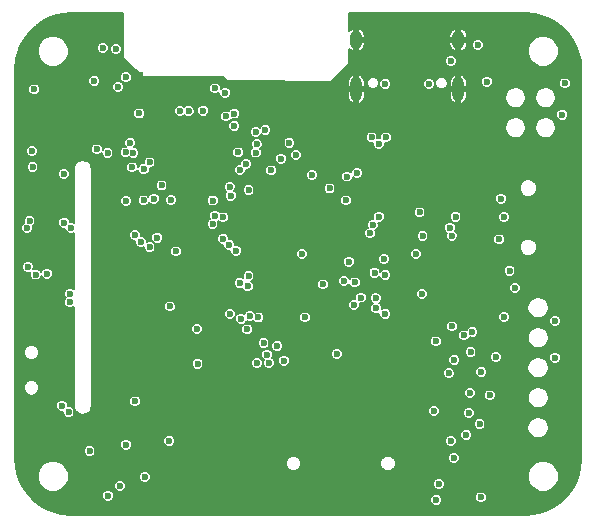
<source format=gbr>
G04 #@! TF.GenerationSoftware,KiCad,Pcbnew,5.0.2-bee76a0~70~ubuntu18.04.1*
G04 #@! TF.CreationDate,2019-03-04T23:14:38+01:00*
G04 #@! TF.ProjectId,anotterwatch,616e6f74-7465-4727-9761-7463682e6b69,rev?*
G04 #@! TF.SameCoordinates,Original*
G04 #@! TF.FileFunction,Copper,L1,Top*
G04 #@! TF.FilePolarity,Positive*
%FSLAX46Y46*%
G04 Gerber Fmt 4.6, Leading zero omitted, Abs format (unit mm)*
G04 Created by KiCad (PCBNEW 5.0.2-bee76a0~70~ubuntu18.04.1) date Mo 04 Mär 2019 23:14:38 CET*
%MOMM*%
%LPD*%
G01*
G04 APERTURE LIST*
G04 #@! TA.AperFunction,ComponentPad*
%ADD10O,1.000000X2.100000*%
G04 #@! TD*
G04 #@! TA.AperFunction,ComponentPad*
%ADD11O,1.000000X1.600000*%
G04 #@! TD*
G04 #@! TA.AperFunction,ViaPad*
%ADD12R,0.900000X0.500000*%
G04 #@! TD*
G04 #@! TA.AperFunction,ViaPad*
%ADD13C,0.600000*%
G04 #@! TD*
G04 #@! TA.AperFunction,Conductor*
%ADD14C,0.200000*%
G04 #@! TD*
G04 #@! TA.AperFunction,Conductor*
%ADD15C,0.150000*%
G04 #@! TD*
G04 APERTURE END LIST*
D10*
G04 #@! TO.P,J4,S1*
G04 #@! TO.N,GND*
X107160600Y-75221500D03*
X115800600Y-75221500D03*
D11*
X107160600Y-71041500D03*
X115800600Y-71041500D03*
G04 #@! TD*
D12*
G04 #@! TO.N,GND*
G04 #@! TO.C,AE1*
X88679600Y-74015600D03*
G04 #@! TD*
D13*
G04 #@! TO.N,PROBE1*
X115265200Y-95300800D03*
X116298130Y-96062800D03*
G04 #@! TO.N,GNDA*
X112522000Y-85648800D03*
X112776000Y-87630000D03*
X115265200Y-87630000D03*
X112217200Y-89154000D03*
X119684800Y-94494000D03*
X116789200Y-100939600D03*
X113741200Y-102463600D03*
X115569375Y-86005025D03*
G04 #@! TO.N,ADC_REF*
X116687600Y-102616000D03*
X120142000Y-90576400D03*
G04 #@! TO.N,AFE_ENABLE*
X116992400Y-95758000D03*
X115073259Y-86928795D03*
X107028041Y-91572506D03*
X106982600Y-93492507D03*
X108864400Y-93776800D03*
X106527600Y-89814400D03*
X98044000Y-91033600D03*
G04 #@! TO.N,SE_ENABLE*
X120599200Y-92049600D03*
X117602000Y-103581194D03*
X97282000Y-91643200D03*
G04 #@! TO.N,GND*
X101600000Y-92456000D03*
X101600000Y-93116400D03*
X99771200Y-91795600D03*
X101600000Y-91795600D03*
X111455200Y-87680800D03*
X110794800Y-88341200D03*
X110794800Y-86969600D03*
X81500000Y-77828400D03*
X82143600Y-77825600D03*
X81500000Y-78488800D03*
X82143600Y-78486000D03*
X83413600Y-78486000D03*
X82753200Y-78486000D03*
X81500000Y-77168000D03*
X82143600Y-77165200D03*
X83413600Y-77165200D03*
X82753200Y-77165200D03*
X83413600Y-77825600D03*
X82753200Y-77825600D03*
X82143600Y-76403200D03*
X82753200Y-76403200D03*
X83413600Y-79197200D03*
X81500000Y-76400000D03*
X81500000Y-79200000D03*
X83400000Y-76400000D03*
X81750000Y-88900000D03*
X81750000Y-88050000D03*
X80200000Y-88050000D03*
X80200000Y-88900000D03*
X79350000Y-82950000D03*
X88679600Y-74015600D03*
X78802010Y-83300000D03*
X80750000Y-93200000D03*
X81300000Y-92650000D03*
X82753200Y-79197200D03*
X82753200Y-79197200D03*
X82143600Y-79197200D03*
X110128410Y-87680800D03*
X80949800Y-88036400D03*
X81737200Y-80822800D03*
X81432400Y-82397600D03*
X78587600Y-88493600D03*
X89853799Y-86234396D03*
X100431600Y-92456000D03*
X118973600Y-77317600D03*
X118110000Y-77317600D03*
X124053600Y-82397600D03*
X122783600Y-82397600D03*
X121361200Y-81534000D03*
X121361200Y-80467200D03*
X118973600Y-79603600D03*
X118059200Y-79603600D03*
X114300000Y-69392800D03*
X108051600Y-69392800D03*
X108000800Y-72186800D03*
X113334800Y-73914000D03*
X107594400Y-79349600D03*
X107848400Y-73863200D03*
X119634000Y-74676000D03*
X110591600Y-79654400D03*
X112877600Y-91735389D03*
X115620800Y-85191600D03*
X102717600Y-75539600D03*
X102717600Y-76200000D03*
X91846400Y-79197200D03*
X92646400Y-79197200D03*
X93446400Y-79197200D03*
X94246400Y-79197200D03*
X95046400Y-79197200D03*
X91846400Y-79997200D03*
X92646400Y-79997200D03*
X93446400Y-79997200D03*
X94246400Y-79997200D03*
X95046400Y-79997200D03*
X91846400Y-80797200D03*
X92646400Y-80797200D03*
X93446400Y-80797200D03*
X94246400Y-80797200D03*
X95046400Y-80797200D03*
X91846400Y-81597200D03*
X92646400Y-81597200D03*
X93446400Y-81597200D03*
X94246400Y-81597200D03*
X95046400Y-81597200D03*
X91846400Y-82397200D03*
X92646400Y-82397200D03*
X93446400Y-82397200D03*
X94246400Y-82397200D03*
X89215000Y-75472190D03*
X87985600Y-78079600D03*
X87985600Y-78892400D03*
X83769200Y-74625200D03*
X85547200Y-81788000D03*
X87579200Y-81330800D03*
X96774000Y-100431600D03*
X95910400Y-100431600D03*
X95046800Y-100431600D03*
X96062800Y-91541600D03*
X94843600Y-107035600D03*
X94843600Y-106121200D03*
X94843600Y-105206800D03*
X93929200Y-107848400D03*
X91135200Y-107391200D03*
X88747600Y-107035600D03*
X91541600Y-102920800D03*
X90119200Y-104038400D03*
X94843600Y-104292400D03*
X93726000Y-96367600D03*
X93726000Y-97028000D03*
X93268800Y-94742000D03*
X107334410Y-84734400D03*
X119594958Y-99353042D03*
X118313200Y-95046800D03*
X111455200Y-97637600D03*
X107442000Y-97790000D03*
X110794800Y-89650977D03*
X109526768Y-93077789D03*
X113334800Y-104749600D03*
X114147600Y-107899200D03*
X114291995Y-99314567D03*
X92100400Y-75472189D03*
X95011273Y-82362073D03*
X95351600Y-91541600D03*
X96164400Y-90525600D03*
X91948000Y-86563200D03*
X105816400Y-87878010D03*
X81364990Y-99771200D03*
G04 #@! TO.N,BUF_ENABLE*
X109626400Y-94234000D03*
X95910400Y-87878010D03*
X97960553Y-91904182D03*
G04 #@! TO.N,MUX_ENABLE*
X115163600Y-105003600D03*
X97434400Y-94640400D03*
X115017190Y-99263200D03*
G04 #@! TO.N,MUX_CH1*
X113893600Y-96570800D03*
X98862407Y-94539628D03*
G04 #@! TO.N,MUX_CH2*
X116484400Y-104495600D03*
X98143262Y-94432969D03*
G04 #@! TO.N,VBUS*
X109626400Y-74777600D03*
X113334800Y-74777600D03*
X87630000Y-80568800D03*
X88290400Y-80619600D03*
X79908400Y-75234800D03*
X85191600Y-80314800D03*
X109067600Y-79857600D03*
X107238800Y-82296000D03*
G04 #@! TO.N,IPS_MOSI*
X91395190Y-93604436D03*
X91503006Y-84607059D03*
G04 #@! TO.N,IPS_LED*
X91338400Y-105003600D03*
X96838634Y-78321564D03*
G04 #@! TO.N,+BATT*
X83000000Y-86950000D03*
X82905600Y-92557600D03*
X82905600Y-93268800D03*
X95199200Y-75148221D03*
X86106000Y-80619608D03*
X82397600Y-82397600D03*
X82448400Y-86512400D03*
G04 #@! TO.N,TXD*
X108458000Y-79298800D03*
X89156113Y-81999345D03*
G04 #@! TO.N,RXD*
X89662000Y-81415379D03*
X109677200Y-79298800D03*
G04 #@! TO.N,BTN_UP*
X119278400Y-87934800D03*
X96062735Y-75503837D03*
G04 #@! TO.N,BTN_CNTR*
X96843613Y-77274768D03*
X119684800Y-86055200D03*
X100813542Y-81087514D03*
G04 #@! TO.N,BTN_DOWN*
X119430800Y-84480400D03*
X106375200Y-82606790D03*
X94214511Y-77023530D03*
G04 #@! TO.N,ADC_SCK*
X96469200Y-94234000D03*
X108559515Y-86709610D03*
X95181875Y-85917141D03*
G04 #@! TO.N,IPS_DC*
X98653600Y-78841600D03*
X93675200Y-95522210D03*
G04 #@! TO.N,WAKE1*
X96158561Y-77518181D03*
X90322400Y-87782400D03*
G04 #@! TO.N,I2C_SCL*
X124612400Y-77368400D03*
X89154000Y-84632800D03*
X88920145Y-88139031D03*
X108708722Y-90741476D03*
X96418400Y-88411769D03*
G04 #@! TO.N,I2C_SDA*
X90017600Y-84480400D03*
X88188800Y-81838800D03*
X124815600Y-74726800D03*
X89662000Y-88595200D03*
X96995997Y-88881781D03*
X109626400Y-90943022D03*
G04 #@! TO.N,SD_DATA2*
X97180400Y-80568800D03*
X99314000Y-96723200D03*
G04 #@! TO.N,SD_DATA3*
X98044000Y-83769200D03*
X97852798Y-81547178D03*
X100482400Y-96977200D03*
G04 #@! TO.N,SD_CMD*
X97320159Y-82041993D03*
X101041200Y-98196400D03*
X96527149Y-84225593D03*
G04 #@! TO.N,SD_DATA1*
X95003349Y-84636119D03*
X98756166Y-98405590D03*
G04 #@! TO.N,PARTY_ENABLE*
X88442800Y-101650800D03*
X87680800Y-105308400D03*
G04 #@! TO.N,ESP32_DAC*
X99466400Y-78678590D03*
X104901375Y-83617425D03*
G04 #@! TO.N,Net-(D2-Pad1)*
X85699600Y-71729600D03*
X86156800Y-109626400D03*
G04 #@! TO.N,ADC_MISO*
X109073590Y-85998410D03*
X95893487Y-86069575D03*
G04 #@! TO.N,ADC_CS*
X108345263Y-87404335D03*
X94996000Y-86619990D03*
G04 #@! TO.N,ADC_CH_SEL*
X101506349Y-79748051D03*
X109524800Y-89611200D03*
G04 #@! TO.N,Net-(D1-Pad1)*
X117449600Y-71475600D03*
X86817200Y-71831200D03*
G04 #@! TO.N,ESP_ADC*
X92969990Y-77052832D03*
X103428800Y-82499200D03*
G04 #@! TO.N,+3V3*
X80009377Y-90906076D03*
X98644655Y-80576144D03*
X118211600Y-74574400D03*
X88036400Y-79756000D03*
X88803200Y-77267000D03*
X84988400Y-74523600D03*
X84582000Y-105867200D03*
X114147600Y-108661200D03*
X115468400Y-98145600D03*
X117754400Y-99161600D03*
X118465600Y-101142800D03*
X105511600Y-97637600D03*
X106121200Y-91440000D03*
X79502000Y-86360000D03*
X79298800Y-86969600D03*
X88425779Y-87577974D03*
X90677375Y-83363425D03*
X97942400Y-95554800D03*
X93726000Y-98450400D03*
X112725200Y-92557600D03*
X87680800Y-84683600D03*
X115417600Y-106426000D03*
X92228032Y-77052832D03*
X106290621Y-84632800D03*
X91897190Y-88950800D03*
X96457847Y-83501892D03*
X102057200Y-80772000D03*
G04 #@! TO.N,Net-(C28-Pad1)*
X79350000Y-90250000D03*
X80975200Y-90830400D03*
G04 #@! TO.N,Net-(J3-Pad1)*
X124002800Y-94843600D03*
X116840000Y-97485200D03*
X102565200Y-89154000D03*
G04 #@! TO.N,Net-(J3-Pad2)*
X118973600Y-97897600D03*
X104343200Y-91744800D03*
G04 #@! TO.N,Net-(J3-Pad3)*
X124002800Y-97942400D03*
X102819200Y-94538789D03*
G04 #@! TO.N,Net-(C15-Pad1)*
X108818632Y-92913200D03*
X107537610Y-92853528D03*
G04 #@! TO.N,Net-(BT1-Pad1)*
X79705200Y-80467200D03*
X82804000Y-102565200D03*
X82245200Y-102006400D03*
X79756000Y-81788000D03*
G04 #@! TO.N,Net-(D3-Pad1)*
X89255600Y-108051600D03*
X117703600Y-109778800D03*
G04 #@! TO.N,Net-(J1-Pad5)*
X98755200Y-79857596D03*
X99760178Y-98398116D03*
G04 #@! TO.N,Net-(J1-Pad7)*
X99975635Y-82092815D03*
X99629972Y-97682859D03*
G04 #@! TO.N,Net-(C31-Pad1)*
X115163600Y-72847200D03*
X113944400Y-109982000D03*
X87014410Y-75031600D03*
X87642261Y-74206539D03*
X87155123Y-108801791D03*
G04 #@! TD*
D14*
G04 #@! TO.N,ADC_REF*
X116687600Y-102616000D02*
X116687600Y-102666800D01*
D15*
G04 #@! TO.N,ESP32_DAC*
X99466400Y-78678590D02*
X99466400Y-78689200D01*
G04 #@! TD*
G04 #@! TO.N,GND*
G36*
X87425000Y-72500000D02*
X87431036Y-72529479D01*
X87447567Y-72553626D01*
X89101567Y-74170826D01*
X89125299Y-74186491D01*
X89154000Y-74192200D01*
X95879334Y-74192200D01*
X96212967Y-74525833D01*
X96238173Y-74542447D01*
X96266943Y-74547794D01*
X97204284Y-74536002D01*
X104999625Y-74574999D01*
X105028701Y-74569291D01*
X105053033Y-74553033D01*
X105109566Y-74496500D01*
X106435600Y-74496500D01*
X106435600Y-75046500D01*
X106985600Y-75046500D01*
X106985600Y-74026053D01*
X107335600Y-74026053D01*
X107335600Y-75046500D01*
X107885600Y-75046500D01*
X107885600Y-74586673D01*
X108063600Y-74586673D01*
X108063600Y-74796327D01*
X108143831Y-74990022D01*
X108292078Y-75138269D01*
X108485773Y-75218500D01*
X108695427Y-75218500D01*
X108889122Y-75138269D01*
X109037369Y-74990022D01*
X109117600Y-74796327D01*
X109117600Y-74677746D01*
X109124400Y-74677746D01*
X109124400Y-74877454D01*
X109200825Y-75061960D01*
X109342040Y-75203175D01*
X109526546Y-75279600D01*
X109726254Y-75279600D01*
X109910760Y-75203175D01*
X110051975Y-75061960D01*
X110128400Y-74877454D01*
X110128400Y-74677746D01*
X112832800Y-74677746D01*
X112832800Y-74877454D01*
X112909225Y-75061960D01*
X113050440Y-75203175D01*
X113234946Y-75279600D01*
X113434654Y-75279600D01*
X113619160Y-75203175D01*
X113760375Y-75061960D01*
X113836800Y-74877454D01*
X113836800Y-74677746D01*
X113799077Y-74586673D01*
X113843600Y-74586673D01*
X113843600Y-74796327D01*
X113923831Y-74990022D01*
X114072078Y-75138269D01*
X114265773Y-75218500D01*
X114475427Y-75218500D01*
X114669122Y-75138269D01*
X114817369Y-74990022D01*
X114897600Y-74796327D01*
X114897600Y-74586673D01*
X114860250Y-74496500D01*
X115075600Y-74496500D01*
X115075600Y-75046500D01*
X115625600Y-75046500D01*
X115625600Y-74026053D01*
X115975600Y-74026053D01*
X115975600Y-75046500D01*
X116525600Y-75046500D01*
X116525600Y-74496500D01*
X116515447Y-74474546D01*
X117709600Y-74474546D01*
X117709600Y-74674254D01*
X117786025Y-74858760D01*
X117927240Y-74999975D01*
X118111746Y-75076400D01*
X118311454Y-75076400D01*
X118495960Y-74999975D01*
X118637175Y-74858760D01*
X118713600Y-74674254D01*
X118713600Y-74626946D01*
X124313600Y-74626946D01*
X124313600Y-74826654D01*
X124390025Y-75011160D01*
X124531240Y-75152375D01*
X124715746Y-75228800D01*
X124915454Y-75228800D01*
X125099960Y-75152375D01*
X125241175Y-75011160D01*
X125317600Y-74826654D01*
X125317600Y-74626946D01*
X125241175Y-74442440D01*
X125099960Y-74301225D01*
X124915454Y-74224800D01*
X124715746Y-74224800D01*
X124531240Y-74301225D01*
X124390025Y-74442440D01*
X124313600Y-74626946D01*
X118713600Y-74626946D01*
X118713600Y-74474546D01*
X118637175Y-74290040D01*
X118495960Y-74148825D01*
X118311454Y-74072400D01*
X118111746Y-74072400D01*
X117927240Y-74148825D01*
X117786025Y-74290040D01*
X117709600Y-74474546D01*
X116515447Y-74474546D01*
X116403443Y-74232376D01*
X116189509Y-74035104D01*
X116083507Y-74003976D01*
X115975600Y-74026053D01*
X115625600Y-74026053D01*
X115517693Y-74003976D01*
X115411691Y-74035104D01*
X115197757Y-74232376D01*
X115075600Y-74496500D01*
X114860250Y-74496500D01*
X114817369Y-74392978D01*
X114669122Y-74244731D01*
X114475427Y-74164500D01*
X114265773Y-74164500D01*
X114072078Y-74244731D01*
X113923831Y-74392978D01*
X113843600Y-74586673D01*
X113799077Y-74586673D01*
X113760375Y-74493240D01*
X113619160Y-74352025D01*
X113434654Y-74275600D01*
X113234946Y-74275600D01*
X113050440Y-74352025D01*
X112909225Y-74493240D01*
X112832800Y-74677746D01*
X110128400Y-74677746D01*
X110051975Y-74493240D01*
X109910760Y-74352025D01*
X109726254Y-74275600D01*
X109526546Y-74275600D01*
X109342040Y-74352025D01*
X109200825Y-74493240D01*
X109124400Y-74677746D01*
X109117600Y-74677746D01*
X109117600Y-74586673D01*
X109037369Y-74392978D01*
X108889122Y-74244731D01*
X108695427Y-74164500D01*
X108485773Y-74164500D01*
X108292078Y-74244731D01*
X108143831Y-74392978D01*
X108063600Y-74586673D01*
X107885600Y-74586673D01*
X107885600Y-74496500D01*
X107763443Y-74232376D01*
X107549509Y-74035104D01*
X107443507Y-74003976D01*
X107335600Y-74026053D01*
X106985600Y-74026053D01*
X106877693Y-74003976D01*
X106771691Y-74035104D01*
X106557757Y-74232376D01*
X106435600Y-74496500D01*
X105109566Y-74496500D01*
X106553033Y-73053033D01*
X106569291Y-73028701D01*
X106575000Y-73000000D01*
X106575000Y-72747346D01*
X114661600Y-72747346D01*
X114661600Y-72947054D01*
X114738025Y-73131560D01*
X114879240Y-73272775D01*
X115063746Y-73349200D01*
X115263454Y-73349200D01*
X115447960Y-73272775D01*
X115589175Y-73131560D01*
X115665600Y-72947054D01*
X115665600Y-72747346D01*
X115589175Y-72562840D01*
X115447960Y-72421625D01*
X115263454Y-72345200D01*
X115063746Y-72345200D01*
X114879240Y-72421625D01*
X114738025Y-72562840D01*
X114661600Y-72747346D01*
X106575000Y-72747346D01*
X106575000Y-71790777D01*
X106624563Y-71866630D01*
X106877693Y-72009024D01*
X106985600Y-71986947D01*
X106985600Y-71216500D01*
X107335600Y-71216500D01*
X107335600Y-71986947D01*
X107443507Y-72009024D01*
X107696637Y-71866630D01*
X107856792Y-71621524D01*
X107910958Y-71333787D01*
X115050242Y-71333787D01*
X115104408Y-71621524D01*
X115264563Y-71866630D01*
X115517693Y-72009024D01*
X115625600Y-71986947D01*
X115625600Y-71216500D01*
X115975600Y-71216500D01*
X115975600Y-71986947D01*
X116083507Y-72009024D01*
X116336637Y-71866630D01*
X116496792Y-71621524D01*
X116543059Y-71375746D01*
X116947600Y-71375746D01*
X116947600Y-71575454D01*
X117024025Y-71759960D01*
X117165240Y-71901175D01*
X117349746Y-71977600D01*
X117549454Y-71977600D01*
X117733960Y-71901175D01*
X117875175Y-71759960D01*
X117883021Y-71741016D01*
X121698000Y-71741016D01*
X121698000Y-72258984D01*
X121896217Y-72737524D01*
X122262476Y-73103783D01*
X122741016Y-73302000D01*
X123258984Y-73302000D01*
X123737524Y-73103783D01*
X124103783Y-72737524D01*
X124302000Y-72258984D01*
X124302000Y-71741016D01*
X124103783Y-71262476D01*
X123737524Y-70896217D01*
X123258984Y-70698000D01*
X122741016Y-70698000D01*
X122262476Y-70896217D01*
X121896217Y-71262476D01*
X121698000Y-71741016D01*
X117883021Y-71741016D01*
X117951600Y-71575454D01*
X117951600Y-71375746D01*
X117875175Y-71191240D01*
X117733960Y-71050025D01*
X117549454Y-70973600D01*
X117349746Y-70973600D01*
X117165240Y-71050025D01*
X117024025Y-71191240D01*
X116947600Y-71375746D01*
X116543059Y-71375746D01*
X116550958Y-71333787D01*
X116484263Y-71216500D01*
X115975600Y-71216500D01*
X115625600Y-71216500D01*
X115116937Y-71216500D01*
X115050242Y-71333787D01*
X107910958Y-71333787D01*
X107844263Y-71216500D01*
X107335600Y-71216500D01*
X106985600Y-71216500D01*
X106965600Y-71216500D01*
X106965600Y-70866500D01*
X106985600Y-70866500D01*
X106985600Y-70096053D01*
X107335600Y-70096053D01*
X107335600Y-70866500D01*
X107844263Y-70866500D01*
X107910958Y-70749213D01*
X115050242Y-70749213D01*
X115116937Y-70866500D01*
X115625600Y-70866500D01*
X115625600Y-70096053D01*
X115975600Y-70096053D01*
X115975600Y-70866500D01*
X116484263Y-70866500D01*
X116550958Y-70749213D01*
X116496792Y-70461476D01*
X116336637Y-70216370D01*
X116083507Y-70073976D01*
X115975600Y-70096053D01*
X115625600Y-70096053D01*
X115517693Y-70073976D01*
X115264563Y-70216370D01*
X115104408Y-70461476D01*
X115050242Y-70749213D01*
X107910958Y-70749213D01*
X107856792Y-70461476D01*
X107696637Y-70216370D01*
X107443507Y-70073976D01*
X107335600Y-70096053D01*
X106985600Y-70096053D01*
X106877693Y-70073976D01*
X106624563Y-70216370D01*
X106575000Y-70292223D01*
X106575000Y-68777000D01*
X121487668Y-68777000D01*
X122336177Y-68852727D01*
X123145920Y-69074248D01*
X123903643Y-69435664D01*
X124585385Y-69925545D01*
X125169604Y-70528412D01*
X125637833Y-71225211D01*
X125975268Y-71993910D01*
X126171756Y-72812340D01*
X126223000Y-73510156D01*
X126223001Y-106487657D01*
X126147273Y-107336173D01*
X125925751Y-108145922D01*
X125564336Y-108903643D01*
X125074455Y-109585385D01*
X124471588Y-110169604D01*
X123774789Y-110637833D01*
X123006098Y-110975265D01*
X122187661Y-111171756D01*
X121489844Y-111223000D01*
X83012331Y-111223000D01*
X82163827Y-111147273D01*
X81354078Y-110925751D01*
X80596357Y-110564336D01*
X79914615Y-110074455D01*
X79383655Y-109526546D01*
X85654800Y-109526546D01*
X85654800Y-109726254D01*
X85731225Y-109910760D01*
X85872440Y-110051975D01*
X86056946Y-110128400D01*
X86256654Y-110128400D01*
X86441160Y-110051975D01*
X86582375Y-109910760D01*
X86594227Y-109882146D01*
X113442400Y-109882146D01*
X113442400Y-110081854D01*
X113518825Y-110266360D01*
X113660040Y-110407575D01*
X113844546Y-110484000D01*
X114044254Y-110484000D01*
X114228760Y-110407575D01*
X114369975Y-110266360D01*
X114446400Y-110081854D01*
X114446400Y-109882146D01*
X114369975Y-109697640D01*
X114351281Y-109678946D01*
X117201600Y-109678946D01*
X117201600Y-109878654D01*
X117278025Y-110063160D01*
X117419240Y-110204375D01*
X117603746Y-110280800D01*
X117803454Y-110280800D01*
X117987960Y-110204375D01*
X118129175Y-110063160D01*
X118205600Y-109878654D01*
X118205600Y-109678946D01*
X118129175Y-109494440D01*
X117987960Y-109353225D01*
X117803454Y-109276800D01*
X117603746Y-109276800D01*
X117419240Y-109353225D01*
X117278025Y-109494440D01*
X117201600Y-109678946D01*
X114351281Y-109678946D01*
X114228760Y-109556425D01*
X114044254Y-109480000D01*
X113844546Y-109480000D01*
X113660040Y-109556425D01*
X113518825Y-109697640D01*
X113442400Y-109882146D01*
X86594227Y-109882146D01*
X86658800Y-109726254D01*
X86658800Y-109526546D01*
X86582375Y-109342040D01*
X86441160Y-109200825D01*
X86256654Y-109124400D01*
X86056946Y-109124400D01*
X85872440Y-109200825D01*
X85731225Y-109342040D01*
X85654800Y-109526546D01*
X79383655Y-109526546D01*
X79330396Y-109471588D01*
X78862167Y-108774789D01*
X78524735Y-108006098D01*
X78461094Y-107741016D01*
X80198000Y-107741016D01*
X80198000Y-108258984D01*
X80396217Y-108737524D01*
X80762476Y-109103783D01*
X81241016Y-109302000D01*
X81758984Y-109302000D01*
X82237524Y-109103783D01*
X82603783Y-108737524D01*
X82618523Y-108701937D01*
X86653123Y-108701937D01*
X86653123Y-108901645D01*
X86729548Y-109086151D01*
X86870763Y-109227366D01*
X87055269Y-109303791D01*
X87254977Y-109303791D01*
X87439483Y-109227366D01*
X87580698Y-109086151D01*
X87657123Y-108901645D01*
X87657123Y-108701937D01*
X87598889Y-108561346D01*
X113645600Y-108561346D01*
X113645600Y-108761054D01*
X113722025Y-108945560D01*
X113863240Y-109086775D01*
X114047746Y-109163200D01*
X114247454Y-109163200D01*
X114431960Y-109086775D01*
X114573175Y-108945560D01*
X114649600Y-108761054D01*
X114649600Y-108561346D01*
X114573175Y-108376840D01*
X114431960Y-108235625D01*
X114247454Y-108159200D01*
X114047746Y-108159200D01*
X113863240Y-108235625D01*
X113722025Y-108376840D01*
X113645600Y-108561346D01*
X87598889Y-108561346D01*
X87580698Y-108517431D01*
X87439483Y-108376216D01*
X87254977Y-108299791D01*
X87055269Y-108299791D01*
X86870763Y-108376216D01*
X86729548Y-108517431D01*
X86653123Y-108701937D01*
X82618523Y-108701937D01*
X82802000Y-108258984D01*
X82802000Y-107951746D01*
X88753600Y-107951746D01*
X88753600Y-108151454D01*
X88830025Y-108335960D01*
X88971240Y-108477175D01*
X89155746Y-108553600D01*
X89355454Y-108553600D01*
X89539960Y-108477175D01*
X89681175Y-108335960D01*
X89757600Y-108151454D01*
X89757600Y-107951746D01*
X89681175Y-107767240D01*
X89654951Y-107741016D01*
X121698000Y-107741016D01*
X121698000Y-108258984D01*
X121896217Y-108737524D01*
X122262476Y-109103783D01*
X122741016Y-109302000D01*
X123258984Y-109302000D01*
X123737524Y-109103783D01*
X124103783Y-108737524D01*
X124302000Y-108258984D01*
X124302000Y-107741016D01*
X124103783Y-107262476D01*
X123737524Y-106896217D01*
X123258984Y-106698000D01*
X122741016Y-106698000D01*
X122262476Y-106896217D01*
X121896217Y-107262476D01*
X121698000Y-107741016D01*
X89654951Y-107741016D01*
X89539960Y-107626025D01*
X89355454Y-107549600D01*
X89155746Y-107549600D01*
X88971240Y-107626025D01*
X88830025Y-107767240D01*
X88753600Y-107951746D01*
X82802000Y-107951746D01*
X82802000Y-107741016D01*
X82603783Y-107262476D01*
X82237524Y-106896217D01*
X81926312Y-106767309D01*
X101200000Y-106767309D01*
X101200000Y-107026691D01*
X101299261Y-107266328D01*
X101482672Y-107449739D01*
X101722309Y-107549000D01*
X101981691Y-107549000D01*
X102221328Y-107449739D01*
X102404739Y-107266328D01*
X102504000Y-107026691D01*
X102504000Y-106767309D01*
X109200000Y-106767309D01*
X109200000Y-107026691D01*
X109299261Y-107266328D01*
X109482672Y-107449739D01*
X109722309Y-107549000D01*
X109981691Y-107549000D01*
X110221328Y-107449739D01*
X110404739Y-107266328D01*
X110504000Y-107026691D01*
X110504000Y-106767309D01*
X110404739Y-106527672D01*
X110221328Y-106344261D01*
X110177595Y-106326146D01*
X114915600Y-106326146D01*
X114915600Y-106525854D01*
X114992025Y-106710360D01*
X115133240Y-106851575D01*
X115317746Y-106928000D01*
X115517454Y-106928000D01*
X115701960Y-106851575D01*
X115843175Y-106710360D01*
X115919600Y-106525854D01*
X115919600Y-106326146D01*
X115843175Y-106141640D01*
X115701960Y-106000425D01*
X115517454Y-105924000D01*
X115317746Y-105924000D01*
X115133240Y-106000425D01*
X114992025Y-106141640D01*
X114915600Y-106326146D01*
X110177595Y-106326146D01*
X109981691Y-106245000D01*
X109722309Y-106245000D01*
X109482672Y-106344261D01*
X109299261Y-106527672D01*
X109200000Y-106767309D01*
X102504000Y-106767309D01*
X102404739Y-106527672D01*
X102221328Y-106344261D01*
X101981691Y-106245000D01*
X101722309Y-106245000D01*
X101482672Y-106344261D01*
X101299261Y-106527672D01*
X101200000Y-106767309D01*
X81926312Y-106767309D01*
X81758984Y-106698000D01*
X81241016Y-106698000D01*
X80762476Y-106896217D01*
X80396217Y-107262476D01*
X80198000Y-107741016D01*
X78461094Y-107741016D01*
X78328244Y-107187661D01*
X78277000Y-106489844D01*
X78277000Y-105767346D01*
X84080000Y-105767346D01*
X84080000Y-105967054D01*
X84156425Y-106151560D01*
X84297640Y-106292775D01*
X84482146Y-106369200D01*
X84681854Y-106369200D01*
X84866360Y-106292775D01*
X85007575Y-106151560D01*
X85084000Y-105967054D01*
X85084000Y-105767346D01*
X85007575Y-105582840D01*
X84866360Y-105441625D01*
X84681854Y-105365200D01*
X84482146Y-105365200D01*
X84297640Y-105441625D01*
X84156425Y-105582840D01*
X84080000Y-105767346D01*
X78277000Y-105767346D01*
X78277000Y-105208546D01*
X87178800Y-105208546D01*
X87178800Y-105408254D01*
X87255225Y-105592760D01*
X87396440Y-105733975D01*
X87580946Y-105810400D01*
X87780654Y-105810400D01*
X87965160Y-105733975D01*
X88106375Y-105592760D01*
X88182800Y-105408254D01*
X88182800Y-105208546D01*
X88106375Y-105024040D01*
X87986081Y-104903746D01*
X90836400Y-104903746D01*
X90836400Y-105103454D01*
X90912825Y-105287960D01*
X91054040Y-105429175D01*
X91238546Y-105505600D01*
X91438254Y-105505600D01*
X91622760Y-105429175D01*
X91763975Y-105287960D01*
X91840400Y-105103454D01*
X91840400Y-104903746D01*
X114661600Y-104903746D01*
X114661600Y-105103454D01*
X114738025Y-105287960D01*
X114879240Y-105429175D01*
X115063746Y-105505600D01*
X115263454Y-105505600D01*
X115447960Y-105429175D01*
X115589175Y-105287960D01*
X115665600Y-105103454D01*
X115665600Y-104903746D01*
X115589175Y-104719240D01*
X115447960Y-104578025D01*
X115263454Y-104501600D01*
X115063746Y-104501600D01*
X114879240Y-104578025D01*
X114738025Y-104719240D01*
X114661600Y-104903746D01*
X91840400Y-104903746D01*
X91763975Y-104719240D01*
X91622760Y-104578025D01*
X91438254Y-104501600D01*
X91238546Y-104501600D01*
X91054040Y-104578025D01*
X90912825Y-104719240D01*
X90836400Y-104903746D01*
X87986081Y-104903746D01*
X87965160Y-104882825D01*
X87780654Y-104806400D01*
X87580946Y-104806400D01*
X87396440Y-104882825D01*
X87255225Y-105024040D01*
X87178800Y-105208546D01*
X78277000Y-105208546D01*
X78277000Y-104395746D01*
X115982400Y-104395746D01*
X115982400Y-104595454D01*
X116058825Y-104779960D01*
X116200040Y-104921175D01*
X116384546Y-104997600D01*
X116584254Y-104997600D01*
X116768760Y-104921175D01*
X116909975Y-104779960D01*
X116986400Y-104595454D01*
X116986400Y-104395746D01*
X116909975Y-104211240D01*
X116768760Y-104070025D01*
X116584254Y-103993600D01*
X116384546Y-103993600D01*
X116200040Y-104070025D01*
X116058825Y-104211240D01*
X115982400Y-104395746D01*
X78277000Y-104395746D01*
X78277000Y-103481340D01*
X117100000Y-103481340D01*
X117100000Y-103681048D01*
X117176425Y-103865554D01*
X117317640Y-104006769D01*
X117502146Y-104083194D01*
X117701854Y-104083194D01*
X117886360Y-104006769D01*
X118007129Y-103886000D01*
X121654000Y-103886000D01*
X121722280Y-104229267D01*
X121916725Y-104520275D01*
X122207733Y-104714720D01*
X122551000Y-104783000D01*
X122894267Y-104714720D01*
X123185275Y-104520275D01*
X123379720Y-104229267D01*
X123448000Y-103886000D01*
X123379720Y-103542733D01*
X123185275Y-103251725D01*
X122894267Y-103057280D01*
X122551000Y-102989000D01*
X122207733Y-103057280D01*
X121916725Y-103251725D01*
X121722280Y-103542733D01*
X121654000Y-103886000D01*
X118007129Y-103886000D01*
X118027575Y-103865554D01*
X118104000Y-103681048D01*
X118104000Y-103481340D01*
X118027575Y-103296834D01*
X117886360Y-103155619D01*
X117701854Y-103079194D01*
X117502146Y-103079194D01*
X117317640Y-103155619D01*
X117176425Y-103296834D01*
X117100000Y-103481340D01*
X78277000Y-103481340D01*
X78277000Y-101906546D01*
X81743200Y-101906546D01*
X81743200Y-102106254D01*
X81819625Y-102290760D01*
X81960840Y-102431975D01*
X82145346Y-102508400D01*
X82302000Y-102508400D01*
X82302000Y-102665054D01*
X82378425Y-102849560D01*
X82519640Y-102990775D01*
X82704146Y-103067200D01*
X82903854Y-103067200D01*
X83088360Y-102990775D01*
X83229575Y-102849560D01*
X83306000Y-102665054D01*
X83306000Y-102465346D01*
X83229575Y-102280840D01*
X83088360Y-102139625D01*
X82903854Y-102063200D01*
X82747200Y-102063200D01*
X82747200Y-101906546D01*
X82670775Y-101722040D01*
X82529560Y-101580825D01*
X82345054Y-101504400D01*
X82145346Y-101504400D01*
X81960840Y-101580825D01*
X81819625Y-101722040D01*
X81743200Y-101906546D01*
X78277000Y-101906546D01*
X78277000Y-100370309D01*
X79018000Y-100370309D01*
X79018000Y-100629691D01*
X79117261Y-100869328D01*
X79300672Y-101052739D01*
X79540309Y-101152000D01*
X79799691Y-101152000D01*
X80039328Y-101052739D01*
X80222739Y-100869328D01*
X80322000Y-100629691D01*
X80322000Y-100370309D01*
X80222739Y-100130672D01*
X80039328Y-99947261D01*
X79799691Y-99848000D01*
X79540309Y-99848000D01*
X79300672Y-99947261D01*
X79117261Y-100130672D01*
X79018000Y-100370309D01*
X78277000Y-100370309D01*
X78277000Y-97370309D01*
X79018000Y-97370309D01*
X79018000Y-97629691D01*
X79117261Y-97869328D01*
X79300672Y-98052739D01*
X79540309Y-98152000D01*
X79799691Y-98152000D01*
X80039328Y-98052739D01*
X80222739Y-97869328D01*
X80322000Y-97629691D01*
X80322000Y-97370309D01*
X80222739Y-97130672D01*
X80039328Y-96947261D01*
X79799691Y-96848000D01*
X79540309Y-96848000D01*
X79300672Y-96947261D01*
X79117261Y-97130672D01*
X79018000Y-97370309D01*
X78277000Y-97370309D01*
X78277000Y-90150146D01*
X78848000Y-90150146D01*
X78848000Y-90349854D01*
X78924425Y-90534360D01*
X79065640Y-90675575D01*
X79250146Y-90752000D01*
X79449854Y-90752000D01*
X79546402Y-90712009D01*
X79507377Y-90806222D01*
X79507377Y-91005930D01*
X79583802Y-91190436D01*
X79725017Y-91331651D01*
X79909523Y-91408076D01*
X80109231Y-91408076D01*
X80293737Y-91331651D01*
X80434952Y-91190436D01*
X80507962Y-91014176D01*
X80549625Y-91114760D01*
X80690840Y-91255975D01*
X80875346Y-91332400D01*
X81075054Y-91332400D01*
X81259560Y-91255975D01*
X81400775Y-91114760D01*
X81477200Y-90930254D01*
X81477200Y-90730546D01*
X81400775Y-90546040D01*
X81259560Y-90404825D01*
X81075054Y-90328400D01*
X80875346Y-90328400D01*
X80690840Y-90404825D01*
X80549625Y-90546040D01*
X80476615Y-90722300D01*
X80434952Y-90621716D01*
X80293737Y-90480501D01*
X80109231Y-90404076D01*
X79909523Y-90404076D01*
X79812975Y-90444067D01*
X79852000Y-90349854D01*
X79852000Y-90150146D01*
X79775575Y-89965640D01*
X79634360Y-89824425D01*
X79449854Y-89748000D01*
X79250146Y-89748000D01*
X79065640Y-89824425D01*
X78924425Y-89965640D01*
X78848000Y-90150146D01*
X78277000Y-90150146D01*
X78277000Y-86869746D01*
X78796800Y-86869746D01*
X78796800Y-87069454D01*
X78873225Y-87253960D01*
X79014440Y-87395175D01*
X79198946Y-87471600D01*
X79398654Y-87471600D01*
X79583160Y-87395175D01*
X79724375Y-87253960D01*
X79800800Y-87069454D01*
X79800800Y-86869746D01*
X79768926Y-86792796D01*
X79786360Y-86785575D01*
X79927575Y-86644360D01*
X80004000Y-86459854D01*
X80004000Y-86412546D01*
X81946400Y-86412546D01*
X81946400Y-86612254D01*
X82022825Y-86796760D01*
X82164040Y-86937975D01*
X82348546Y-87014400D01*
X82498000Y-87014400D01*
X82498000Y-87049854D01*
X82574425Y-87234360D01*
X82715640Y-87375575D01*
X82900146Y-87452000D01*
X83099854Y-87452000D01*
X83223000Y-87400991D01*
X83223001Y-92165066D01*
X83189960Y-92132025D01*
X83005454Y-92055600D01*
X82805746Y-92055600D01*
X82621240Y-92132025D01*
X82480025Y-92273240D01*
X82403600Y-92457746D01*
X82403600Y-92657454D01*
X82480025Y-92841960D01*
X82551265Y-92913200D01*
X82480025Y-92984440D01*
X82403600Y-93168946D01*
X82403600Y-93368654D01*
X82480025Y-93553160D01*
X82621240Y-93694375D01*
X82805746Y-93770800D01*
X83005454Y-93770800D01*
X83189960Y-93694375D01*
X83223001Y-93661334D01*
X83223001Y-102027279D01*
X83228322Y-102054030D01*
X83228322Y-102054040D01*
X83266382Y-102245382D01*
X83307742Y-102345235D01*
X83307746Y-102345239D01*
X83416128Y-102507442D01*
X83416129Y-102507445D01*
X83492555Y-102583871D01*
X83492558Y-102583872D01*
X83654764Y-102692256D01*
X83654766Y-102692258D01*
X83754618Y-102733618D01*
X83945959Y-102771678D01*
X84054040Y-102771678D01*
X84245382Y-102733618D01*
X84345235Y-102692258D01*
X84345239Y-102692254D01*
X84507442Y-102583872D01*
X84507445Y-102583871D01*
X84583871Y-102507445D01*
X84583872Y-102507442D01*
X84679887Y-102363746D01*
X113239200Y-102363746D01*
X113239200Y-102563454D01*
X113315625Y-102747960D01*
X113456840Y-102889175D01*
X113641346Y-102965600D01*
X113841054Y-102965600D01*
X114025560Y-102889175D01*
X114166775Y-102747960D01*
X114243200Y-102563454D01*
X114243200Y-102516146D01*
X116185600Y-102516146D01*
X116185600Y-102715854D01*
X116262025Y-102900360D01*
X116403240Y-103041575D01*
X116587746Y-103118000D01*
X116787454Y-103118000D01*
X116971960Y-103041575D01*
X117113175Y-102900360D01*
X117189600Y-102715854D01*
X117189600Y-102516146D01*
X117113175Y-102331640D01*
X116971960Y-102190425D01*
X116787454Y-102114000D01*
X116587746Y-102114000D01*
X116403240Y-102190425D01*
X116262025Y-102331640D01*
X116185600Y-102516146D01*
X114243200Y-102516146D01*
X114243200Y-102363746D01*
X114166775Y-102179240D01*
X114025560Y-102038025D01*
X113841054Y-101961600D01*
X113641346Y-101961600D01*
X113456840Y-102038025D01*
X113315625Y-102179240D01*
X113239200Y-102363746D01*
X84679887Y-102363746D01*
X84692256Y-102345236D01*
X84692258Y-102345234D01*
X84733618Y-102245382D01*
X84771678Y-102054039D01*
X84771678Y-102054035D01*
X84777000Y-102027279D01*
X84777000Y-101550946D01*
X87940800Y-101550946D01*
X87940800Y-101750654D01*
X88017225Y-101935160D01*
X88158440Y-102076375D01*
X88342946Y-102152800D01*
X88542654Y-102152800D01*
X88727160Y-102076375D01*
X88868375Y-101935160D01*
X88944800Y-101750654D01*
X88944800Y-101550946D01*
X88868375Y-101366440D01*
X88727160Y-101225225D01*
X88542654Y-101148800D01*
X88342946Y-101148800D01*
X88158440Y-101225225D01*
X88017225Y-101366440D01*
X87940800Y-101550946D01*
X84777000Y-101550946D01*
X84777000Y-100839746D01*
X116287200Y-100839746D01*
X116287200Y-101039454D01*
X116363625Y-101223960D01*
X116504840Y-101365175D01*
X116689346Y-101441600D01*
X116889054Y-101441600D01*
X117073560Y-101365175D01*
X117214775Y-101223960D01*
X117289753Y-101042946D01*
X117963600Y-101042946D01*
X117963600Y-101242654D01*
X118040025Y-101427160D01*
X118181240Y-101568375D01*
X118365746Y-101644800D01*
X118565454Y-101644800D01*
X118749960Y-101568375D01*
X118891175Y-101427160D01*
X118924792Y-101346000D01*
X121662000Y-101346000D01*
X121730280Y-101689267D01*
X121924725Y-101980275D01*
X122215733Y-102174720D01*
X122559000Y-102243000D01*
X122902267Y-102174720D01*
X123193275Y-101980275D01*
X123387720Y-101689267D01*
X123456000Y-101346000D01*
X123387720Y-101002733D01*
X123193275Y-100711725D01*
X122902267Y-100517280D01*
X122559000Y-100449000D01*
X122215733Y-100517280D01*
X121924725Y-100711725D01*
X121730280Y-101002733D01*
X121662000Y-101346000D01*
X118924792Y-101346000D01*
X118967600Y-101242654D01*
X118967600Y-101042946D01*
X118891175Y-100858440D01*
X118749960Y-100717225D01*
X118565454Y-100640800D01*
X118365746Y-100640800D01*
X118181240Y-100717225D01*
X118040025Y-100858440D01*
X117963600Y-101042946D01*
X117289753Y-101042946D01*
X117291200Y-101039454D01*
X117291200Y-100839746D01*
X117214775Y-100655240D01*
X117073560Y-100514025D01*
X116889054Y-100437600D01*
X116689346Y-100437600D01*
X116504840Y-100514025D01*
X116363625Y-100655240D01*
X116287200Y-100839746D01*
X84777000Y-100839746D01*
X84777000Y-99163346D01*
X114515190Y-99163346D01*
X114515190Y-99363054D01*
X114591615Y-99547560D01*
X114732830Y-99688775D01*
X114917336Y-99765200D01*
X115117044Y-99765200D01*
X115301550Y-99688775D01*
X115442765Y-99547560D01*
X115519190Y-99363054D01*
X115519190Y-99163346D01*
X115477106Y-99061746D01*
X117252400Y-99061746D01*
X117252400Y-99261454D01*
X117328825Y-99445960D01*
X117470040Y-99587175D01*
X117654546Y-99663600D01*
X117854254Y-99663600D01*
X118038760Y-99587175D01*
X118179975Y-99445960D01*
X118256400Y-99261454D01*
X118256400Y-99061746D01*
X118179975Y-98877240D01*
X118108735Y-98806000D01*
X121658000Y-98806000D01*
X121726280Y-99149267D01*
X121920725Y-99440275D01*
X122211733Y-99634720D01*
X122555000Y-99703000D01*
X122898267Y-99634720D01*
X123189275Y-99440275D01*
X123383720Y-99149267D01*
X123452000Y-98806000D01*
X123383720Y-98462733D01*
X123189275Y-98171725D01*
X122898267Y-97977280D01*
X122555000Y-97909000D01*
X122211733Y-97977280D01*
X121920725Y-98171725D01*
X121726280Y-98462733D01*
X121658000Y-98806000D01*
X118108735Y-98806000D01*
X118038760Y-98736025D01*
X117854254Y-98659600D01*
X117654546Y-98659600D01*
X117470040Y-98736025D01*
X117328825Y-98877240D01*
X117252400Y-99061746D01*
X115477106Y-99061746D01*
X115442765Y-98978840D01*
X115301550Y-98837625D01*
X115117044Y-98761200D01*
X114917336Y-98761200D01*
X114732830Y-98837625D01*
X114591615Y-98978840D01*
X114515190Y-99163346D01*
X84777000Y-99163346D01*
X84777000Y-98350546D01*
X93224000Y-98350546D01*
X93224000Y-98550254D01*
X93300425Y-98734760D01*
X93441640Y-98875975D01*
X93626146Y-98952400D01*
X93825854Y-98952400D01*
X94010360Y-98875975D01*
X94151575Y-98734760D01*
X94228000Y-98550254D01*
X94228000Y-98350546D01*
X94209440Y-98305736D01*
X98254166Y-98305736D01*
X98254166Y-98505444D01*
X98330591Y-98689950D01*
X98471806Y-98831165D01*
X98656312Y-98907590D01*
X98856020Y-98907590D01*
X99040526Y-98831165D01*
X99181741Y-98689950D01*
X99258166Y-98505444D01*
X99258166Y-98305736D01*
X99181741Y-98121230D01*
X99040526Y-97980015D01*
X98856020Y-97903590D01*
X98656312Y-97903590D01*
X98471806Y-97980015D01*
X98330591Y-98121230D01*
X98254166Y-98305736D01*
X94209440Y-98305736D01*
X94151575Y-98166040D01*
X94010360Y-98024825D01*
X93825854Y-97948400D01*
X93626146Y-97948400D01*
X93441640Y-98024825D01*
X93300425Y-98166040D01*
X93224000Y-98350546D01*
X84777000Y-98350546D01*
X84777000Y-97583005D01*
X99127972Y-97583005D01*
X99127972Y-97782713D01*
X99204397Y-97967219D01*
X99342769Y-98105591D01*
X99334603Y-98113756D01*
X99258178Y-98298262D01*
X99258178Y-98497970D01*
X99334603Y-98682476D01*
X99475818Y-98823691D01*
X99660324Y-98900116D01*
X99860032Y-98900116D01*
X100044538Y-98823691D01*
X100185753Y-98682476D01*
X100262178Y-98497970D01*
X100262178Y-98298262D01*
X100185753Y-98113756D01*
X100168543Y-98096546D01*
X100539200Y-98096546D01*
X100539200Y-98296254D01*
X100615625Y-98480760D01*
X100756840Y-98621975D01*
X100941346Y-98698400D01*
X101141054Y-98698400D01*
X101325560Y-98621975D01*
X101466775Y-98480760D01*
X101543200Y-98296254D01*
X101543200Y-98096546D01*
X101466775Y-97912040D01*
X101325560Y-97770825D01*
X101141054Y-97694400D01*
X100941346Y-97694400D01*
X100756840Y-97770825D01*
X100615625Y-97912040D01*
X100539200Y-98096546D01*
X100168543Y-98096546D01*
X100047382Y-97975385D01*
X100055547Y-97967219D01*
X100131972Y-97782713D01*
X100131972Y-97583005D01*
X100113226Y-97537746D01*
X105009600Y-97537746D01*
X105009600Y-97737454D01*
X105086025Y-97921960D01*
X105227240Y-98063175D01*
X105411746Y-98139600D01*
X105611454Y-98139600D01*
X105795960Y-98063175D01*
X105813389Y-98045746D01*
X114966400Y-98045746D01*
X114966400Y-98245454D01*
X115042825Y-98429960D01*
X115184040Y-98571175D01*
X115368546Y-98647600D01*
X115568254Y-98647600D01*
X115752760Y-98571175D01*
X115893975Y-98429960D01*
X115970400Y-98245454D01*
X115970400Y-98045746D01*
X115893975Y-97861240D01*
X115752760Y-97720025D01*
X115568254Y-97643600D01*
X115368546Y-97643600D01*
X115184040Y-97720025D01*
X115042825Y-97861240D01*
X114966400Y-98045746D01*
X105813389Y-98045746D01*
X105937175Y-97921960D01*
X106013600Y-97737454D01*
X106013600Y-97537746D01*
X105950474Y-97385346D01*
X116338000Y-97385346D01*
X116338000Y-97585054D01*
X116414425Y-97769560D01*
X116555640Y-97910775D01*
X116740146Y-97987200D01*
X116939854Y-97987200D01*
X117124360Y-97910775D01*
X117237389Y-97797746D01*
X118471600Y-97797746D01*
X118471600Y-97997454D01*
X118548025Y-98181960D01*
X118689240Y-98323175D01*
X118873746Y-98399600D01*
X119073454Y-98399600D01*
X119257960Y-98323175D01*
X119399175Y-98181960D01*
X119475600Y-97997454D01*
X119475600Y-97842546D01*
X123500800Y-97842546D01*
X123500800Y-98042254D01*
X123577225Y-98226760D01*
X123718440Y-98367975D01*
X123902946Y-98444400D01*
X124102654Y-98444400D01*
X124287160Y-98367975D01*
X124428375Y-98226760D01*
X124504800Y-98042254D01*
X124504800Y-97842546D01*
X124428375Y-97658040D01*
X124287160Y-97516825D01*
X124102654Y-97440400D01*
X123902946Y-97440400D01*
X123718440Y-97516825D01*
X123577225Y-97658040D01*
X123500800Y-97842546D01*
X119475600Y-97842546D01*
X119475600Y-97797746D01*
X119399175Y-97613240D01*
X119257960Y-97472025D01*
X119073454Y-97395600D01*
X118873746Y-97395600D01*
X118689240Y-97472025D01*
X118548025Y-97613240D01*
X118471600Y-97797746D01*
X117237389Y-97797746D01*
X117265575Y-97769560D01*
X117342000Y-97585054D01*
X117342000Y-97385346D01*
X117265575Y-97200840D01*
X117124360Y-97059625D01*
X116939854Y-96983200D01*
X116740146Y-96983200D01*
X116555640Y-97059625D01*
X116414425Y-97200840D01*
X116338000Y-97385346D01*
X105950474Y-97385346D01*
X105937175Y-97353240D01*
X105795960Y-97212025D01*
X105611454Y-97135600D01*
X105411746Y-97135600D01*
X105227240Y-97212025D01*
X105086025Y-97353240D01*
X105009600Y-97537746D01*
X100113226Y-97537746D01*
X100055547Y-97398499D01*
X99914332Y-97257284D01*
X99729826Y-97180859D01*
X99530118Y-97180859D01*
X99345612Y-97257284D01*
X99204397Y-97398499D01*
X99127972Y-97583005D01*
X84777000Y-97583005D01*
X84777000Y-96623346D01*
X98812000Y-96623346D01*
X98812000Y-96823054D01*
X98888425Y-97007560D01*
X99029640Y-97148775D01*
X99214146Y-97225200D01*
X99413854Y-97225200D01*
X99598360Y-97148775D01*
X99739575Y-97007560D01*
X99793511Y-96877346D01*
X99980400Y-96877346D01*
X99980400Y-97077054D01*
X100056825Y-97261560D01*
X100198040Y-97402775D01*
X100382546Y-97479200D01*
X100582254Y-97479200D01*
X100766760Y-97402775D01*
X100907975Y-97261560D01*
X100984400Y-97077054D01*
X100984400Y-96877346D01*
X100907975Y-96692840D01*
X100766760Y-96551625D01*
X100582254Y-96475200D01*
X100382546Y-96475200D01*
X100198040Y-96551625D01*
X100056825Y-96692840D01*
X99980400Y-96877346D01*
X99793511Y-96877346D01*
X99816000Y-96823054D01*
X99816000Y-96623346D01*
X99752874Y-96470946D01*
X113391600Y-96470946D01*
X113391600Y-96670654D01*
X113468025Y-96855160D01*
X113609240Y-96996375D01*
X113793746Y-97072800D01*
X113993454Y-97072800D01*
X114177960Y-96996375D01*
X114319175Y-96855160D01*
X114395600Y-96670654D01*
X114395600Y-96470946D01*
X114319175Y-96286440D01*
X114177960Y-96145225D01*
X113993454Y-96068800D01*
X113793746Y-96068800D01*
X113609240Y-96145225D01*
X113468025Y-96286440D01*
X113391600Y-96470946D01*
X99752874Y-96470946D01*
X99739575Y-96438840D01*
X99598360Y-96297625D01*
X99413854Y-96221200D01*
X99214146Y-96221200D01*
X99029640Y-96297625D01*
X98888425Y-96438840D01*
X98812000Y-96623346D01*
X84777000Y-96623346D01*
X84777000Y-95422356D01*
X93173200Y-95422356D01*
X93173200Y-95622064D01*
X93249625Y-95806570D01*
X93390840Y-95947785D01*
X93575346Y-96024210D01*
X93775054Y-96024210D01*
X93959560Y-95947785D01*
X94100775Y-95806570D01*
X94177200Y-95622064D01*
X94177200Y-95454946D01*
X97440400Y-95454946D01*
X97440400Y-95654654D01*
X97516825Y-95839160D01*
X97658040Y-95980375D01*
X97842546Y-96056800D01*
X98042254Y-96056800D01*
X98226760Y-95980375D01*
X98244189Y-95962946D01*
X115796130Y-95962946D01*
X115796130Y-96162654D01*
X115872555Y-96347160D01*
X116013770Y-96488375D01*
X116198276Y-96564800D01*
X116397984Y-96564800D01*
X116582490Y-96488375D01*
X116723705Y-96347160D01*
X116757322Y-96266000D01*
X121662000Y-96266000D01*
X121730280Y-96609267D01*
X121924725Y-96900275D01*
X122215733Y-97094720D01*
X122559000Y-97163000D01*
X122902267Y-97094720D01*
X123193275Y-96900275D01*
X123387720Y-96609267D01*
X123456000Y-96266000D01*
X123387720Y-95922733D01*
X123193275Y-95631725D01*
X122902267Y-95437280D01*
X122559000Y-95369000D01*
X122215733Y-95437280D01*
X121924725Y-95631725D01*
X121730280Y-95922733D01*
X121662000Y-96266000D01*
X116757322Y-96266000D01*
X116779247Y-96213070D01*
X116892546Y-96260000D01*
X117092254Y-96260000D01*
X117276760Y-96183575D01*
X117417975Y-96042360D01*
X117494400Y-95857854D01*
X117494400Y-95658146D01*
X117417975Y-95473640D01*
X117276760Y-95332425D01*
X117092254Y-95256000D01*
X116892546Y-95256000D01*
X116708040Y-95332425D01*
X116566825Y-95473640D01*
X116511283Y-95607730D01*
X116397984Y-95560800D01*
X116198276Y-95560800D01*
X116013770Y-95637225D01*
X115872555Y-95778440D01*
X115796130Y-95962946D01*
X98244189Y-95962946D01*
X98367975Y-95839160D01*
X98444400Y-95654654D01*
X98444400Y-95454946D01*
X98367975Y-95270440D01*
X98298481Y-95200946D01*
X114763200Y-95200946D01*
X114763200Y-95400654D01*
X114839625Y-95585160D01*
X114980840Y-95726375D01*
X115165346Y-95802800D01*
X115365054Y-95802800D01*
X115549560Y-95726375D01*
X115690775Y-95585160D01*
X115767200Y-95400654D01*
X115767200Y-95200946D01*
X115690775Y-95016440D01*
X115549560Y-94875225D01*
X115365054Y-94798800D01*
X115165346Y-94798800D01*
X114980840Y-94875225D01*
X114839625Y-95016440D01*
X114763200Y-95200946D01*
X98298481Y-95200946D01*
X98226760Y-95129225D01*
X98042254Y-95052800D01*
X97842546Y-95052800D01*
X97658040Y-95129225D01*
X97516825Y-95270440D01*
X97440400Y-95454946D01*
X94177200Y-95454946D01*
X94177200Y-95422356D01*
X94100775Y-95237850D01*
X93959560Y-95096635D01*
X93775054Y-95020210D01*
X93575346Y-95020210D01*
X93390840Y-95096635D01*
X93249625Y-95237850D01*
X93173200Y-95422356D01*
X84777000Y-95422356D01*
X84777000Y-94134146D01*
X95967200Y-94134146D01*
X95967200Y-94333854D01*
X96043625Y-94518360D01*
X96184840Y-94659575D01*
X96369346Y-94736000D01*
X96569054Y-94736000D01*
X96753560Y-94659575D01*
X96872589Y-94540546D01*
X96932400Y-94540546D01*
X96932400Y-94740254D01*
X97008825Y-94924760D01*
X97150040Y-95065975D01*
X97334546Y-95142400D01*
X97534254Y-95142400D01*
X97718760Y-95065975D01*
X97859975Y-94924760D01*
X97883229Y-94868620D01*
X98043408Y-94934969D01*
X98243116Y-94934969D01*
X98427622Y-94858544D01*
X98449505Y-94836661D01*
X98578047Y-94965203D01*
X98762553Y-95041628D01*
X98962261Y-95041628D01*
X99146767Y-94965203D01*
X99287982Y-94823988D01*
X99364407Y-94639482D01*
X99364407Y-94439774D01*
X99364060Y-94438935D01*
X102317200Y-94438935D01*
X102317200Y-94638643D01*
X102393625Y-94823149D01*
X102534840Y-94964364D01*
X102719346Y-95040789D01*
X102919054Y-95040789D01*
X103103560Y-94964364D01*
X103244775Y-94823149D01*
X103321200Y-94638643D01*
X103321200Y-94438935D01*
X103244775Y-94254429D01*
X103103560Y-94113214D01*
X102919054Y-94036789D01*
X102719346Y-94036789D01*
X102534840Y-94113214D01*
X102393625Y-94254429D01*
X102317200Y-94438935D01*
X99364060Y-94438935D01*
X99287982Y-94255268D01*
X99146767Y-94114053D01*
X98962261Y-94037628D01*
X98762553Y-94037628D01*
X98578047Y-94114053D01*
X98556164Y-94135936D01*
X98427622Y-94007394D01*
X98243116Y-93930969D01*
X98043408Y-93930969D01*
X97858902Y-94007394D01*
X97717687Y-94148609D01*
X97694433Y-94204749D01*
X97534254Y-94138400D01*
X97334546Y-94138400D01*
X97150040Y-94214825D01*
X97008825Y-94356040D01*
X96932400Y-94540546D01*
X96872589Y-94540546D01*
X96894775Y-94518360D01*
X96971200Y-94333854D01*
X96971200Y-94134146D01*
X96894775Y-93949640D01*
X96753560Y-93808425D01*
X96569054Y-93732000D01*
X96369346Y-93732000D01*
X96184840Y-93808425D01*
X96043625Y-93949640D01*
X95967200Y-94134146D01*
X84777000Y-94134146D01*
X84777000Y-93504582D01*
X90893190Y-93504582D01*
X90893190Y-93704290D01*
X90969615Y-93888796D01*
X91110830Y-94030011D01*
X91295336Y-94106436D01*
X91495044Y-94106436D01*
X91679550Y-94030011D01*
X91820765Y-93888796D01*
X91897190Y-93704290D01*
X91897190Y-93504582D01*
X91850828Y-93392653D01*
X106480600Y-93392653D01*
X106480600Y-93592361D01*
X106557025Y-93776867D01*
X106698240Y-93918082D01*
X106882746Y-93994507D01*
X107082454Y-93994507D01*
X107266960Y-93918082D01*
X107408175Y-93776867D01*
X107484600Y-93592361D01*
X107484600Y-93392653D01*
X107469222Y-93355528D01*
X107637464Y-93355528D01*
X107821970Y-93279103D01*
X107963185Y-93137888D01*
X108039610Y-92953382D01*
X108039610Y-92813346D01*
X108316632Y-92813346D01*
X108316632Y-93013054D01*
X108393057Y-93197560D01*
X108534272Y-93338775D01*
X108575438Y-93355827D01*
X108438825Y-93492440D01*
X108362400Y-93676946D01*
X108362400Y-93876654D01*
X108438825Y-94061160D01*
X108580040Y-94202375D01*
X108764546Y-94278800D01*
X108964254Y-94278800D01*
X109124400Y-94212465D01*
X109124400Y-94333854D01*
X109200825Y-94518360D01*
X109342040Y-94659575D01*
X109526546Y-94736000D01*
X109726254Y-94736000D01*
X109910760Y-94659575D01*
X110051975Y-94518360D01*
X110103426Y-94394146D01*
X119182800Y-94394146D01*
X119182800Y-94593854D01*
X119259225Y-94778360D01*
X119400440Y-94919575D01*
X119584946Y-94996000D01*
X119784654Y-94996000D01*
X119969160Y-94919575D01*
X120110375Y-94778360D01*
X120124712Y-94743746D01*
X123500800Y-94743746D01*
X123500800Y-94943454D01*
X123577225Y-95127960D01*
X123718440Y-95269175D01*
X123902946Y-95345600D01*
X124102654Y-95345600D01*
X124287160Y-95269175D01*
X124428375Y-95127960D01*
X124504800Y-94943454D01*
X124504800Y-94743746D01*
X124428375Y-94559240D01*
X124287160Y-94418025D01*
X124102654Y-94341600D01*
X123902946Y-94341600D01*
X123718440Y-94418025D01*
X123577225Y-94559240D01*
X123500800Y-94743746D01*
X120124712Y-94743746D01*
X120186800Y-94593854D01*
X120186800Y-94394146D01*
X120110375Y-94209640D01*
X119969160Y-94068425D01*
X119784654Y-93992000D01*
X119584946Y-93992000D01*
X119400440Y-94068425D01*
X119259225Y-94209640D01*
X119182800Y-94394146D01*
X110103426Y-94394146D01*
X110128400Y-94333854D01*
X110128400Y-94134146D01*
X110051975Y-93949640D01*
X109910760Y-93808425D01*
X109726254Y-93732000D01*
X109526546Y-93732000D01*
X109366400Y-93798335D01*
X109366400Y-93726000D01*
X121654000Y-93726000D01*
X121722280Y-94069267D01*
X121916725Y-94360275D01*
X122207733Y-94554720D01*
X122551000Y-94623000D01*
X122894267Y-94554720D01*
X123185275Y-94360275D01*
X123379720Y-94069267D01*
X123448000Y-93726000D01*
X123379720Y-93382733D01*
X123185275Y-93091725D01*
X122894267Y-92897280D01*
X122551000Y-92829000D01*
X122207733Y-92897280D01*
X121916725Y-93091725D01*
X121722280Y-93382733D01*
X121654000Y-93726000D01*
X109366400Y-93726000D01*
X109366400Y-93676946D01*
X109289975Y-93492440D01*
X109148760Y-93351225D01*
X109107594Y-93334173D01*
X109244207Y-93197560D01*
X109320632Y-93013054D01*
X109320632Y-92813346D01*
X109244207Y-92628840D01*
X109102992Y-92487625D01*
X109030858Y-92457746D01*
X112223200Y-92457746D01*
X112223200Y-92657454D01*
X112299625Y-92841960D01*
X112440840Y-92983175D01*
X112625346Y-93059600D01*
X112825054Y-93059600D01*
X113009560Y-92983175D01*
X113150775Y-92841960D01*
X113227200Y-92657454D01*
X113227200Y-92457746D01*
X113150775Y-92273240D01*
X113009560Y-92132025D01*
X112825054Y-92055600D01*
X112625346Y-92055600D01*
X112440840Y-92132025D01*
X112299625Y-92273240D01*
X112223200Y-92457746D01*
X109030858Y-92457746D01*
X108918486Y-92411200D01*
X108718778Y-92411200D01*
X108534272Y-92487625D01*
X108393057Y-92628840D01*
X108316632Y-92813346D01*
X108039610Y-92813346D01*
X108039610Y-92753674D01*
X107963185Y-92569168D01*
X107821970Y-92427953D01*
X107637464Y-92351528D01*
X107437756Y-92351528D01*
X107253250Y-92427953D01*
X107112035Y-92569168D01*
X107035610Y-92753674D01*
X107035610Y-92953382D01*
X107050988Y-92990507D01*
X106882746Y-92990507D01*
X106698240Y-93066932D01*
X106557025Y-93208147D01*
X106480600Y-93392653D01*
X91850828Y-93392653D01*
X91820765Y-93320076D01*
X91679550Y-93178861D01*
X91495044Y-93102436D01*
X91295336Y-93102436D01*
X91110830Y-93178861D01*
X90969615Y-93320076D01*
X90893190Y-93504582D01*
X84777000Y-93504582D01*
X84777000Y-91543346D01*
X96780000Y-91543346D01*
X96780000Y-91743054D01*
X96856425Y-91927560D01*
X96997640Y-92068775D01*
X97182146Y-92145200D01*
X97381854Y-92145200D01*
X97497230Y-92097410D01*
X97534978Y-92188542D01*
X97676193Y-92329757D01*
X97860699Y-92406182D01*
X98060407Y-92406182D01*
X98244913Y-92329757D01*
X98386128Y-92188542D01*
X98462553Y-92004036D01*
X98462553Y-91804328D01*
X98396535Y-91644946D01*
X103841200Y-91644946D01*
X103841200Y-91844654D01*
X103917625Y-92029160D01*
X104058840Y-92170375D01*
X104243346Y-92246800D01*
X104443054Y-92246800D01*
X104627560Y-92170375D01*
X104768775Y-92029160D01*
X104845200Y-91844654D01*
X104845200Y-91644946D01*
X104768775Y-91460440D01*
X104648481Y-91340146D01*
X105619200Y-91340146D01*
X105619200Y-91539854D01*
X105695625Y-91724360D01*
X105836840Y-91865575D01*
X106021346Y-91942000D01*
X106221054Y-91942000D01*
X106405560Y-91865575D01*
X106546775Y-91724360D01*
X106547178Y-91723388D01*
X106602466Y-91856866D01*
X106743681Y-91998081D01*
X106928187Y-92074506D01*
X107127895Y-92074506D01*
X107312401Y-91998081D01*
X107360736Y-91949746D01*
X120097200Y-91949746D01*
X120097200Y-92149454D01*
X120173625Y-92333960D01*
X120314840Y-92475175D01*
X120499346Y-92551600D01*
X120699054Y-92551600D01*
X120883560Y-92475175D01*
X121024775Y-92333960D01*
X121101200Y-92149454D01*
X121101200Y-91949746D01*
X121024775Y-91765240D01*
X120883560Y-91624025D01*
X120699054Y-91547600D01*
X120499346Y-91547600D01*
X120314840Y-91624025D01*
X120173625Y-91765240D01*
X120097200Y-91949746D01*
X107360736Y-91949746D01*
X107453616Y-91856866D01*
X107530041Y-91672360D01*
X107530041Y-91472652D01*
X107453616Y-91288146D01*
X107312401Y-91146931D01*
X107127895Y-91070506D01*
X106928187Y-91070506D01*
X106743681Y-91146931D01*
X106602466Y-91288146D01*
X106602063Y-91289118D01*
X106546775Y-91155640D01*
X106405560Y-91014425D01*
X106221054Y-90938000D01*
X106021346Y-90938000D01*
X105836840Y-91014425D01*
X105695625Y-91155640D01*
X105619200Y-91340146D01*
X104648481Y-91340146D01*
X104627560Y-91319225D01*
X104443054Y-91242800D01*
X104243346Y-91242800D01*
X104058840Y-91319225D01*
X103917625Y-91460440D01*
X103841200Y-91644946D01*
X98396535Y-91644946D01*
X98386128Y-91619822D01*
X98255614Y-91489308D01*
X98328360Y-91459175D01*
X98469575Y-91317960D01*
X98546000Y-91133454D01*
X98546000Y-90933746D01*
X98469575Y-90749240D01*
X98361957Y-90641622D01*
X108206722Y-90641622D01*
X108206722Y-90841330D01*
X108283147Y-91025836D01*
X108424362Y-91167051D01*
X108608868Y-91243476D01*
X108808576Y-91243476D01*
X108993082Y-91167051D01*
X109124400Y-91035733D01*
X109124400Y-91042876D01*
X109200825Y-91227382D01*
X109342040Y-91368597D01*
X109526546Y-91445022D01*
X109726254Y-91445022D01*
X109910760Y-91368597D01*
X110051975Y-91227382D01*
X110128400Y-91042876D01*
X110128400Y-90843168D01*
X110051975Y-90658662D01*
X109910760Y-90517447D01*
X109812017Y-90476546D01*
X119640000Y-90476546D01*
X119640000Y-90676254D01*
X119716425Y-90860760D01*
X119857640Y-91001975D01*
X120042146Y-91078400D01*
X120241854Y-91078400D01*
X120426360Y-91001975D01*
X120567575Y-90860760D01*
X120644000Y-90676254D01*
X120644000Y-90476546D01*
X120567575Y-90292040D01*
X120426360Y-90150825D01*
X120241854Y-90074400D01*
X120042146Y-90074400D01*
X119857640Y-90150825D01*
X119716425Y-90292040D01*
X119640000Y-90476546D01*
X109812017Y-90476546D01*
X109726254Y-90441022D01*
X109526546Y-90441022D01*
X109342040Y-90517447D01*
X109210722Y-90648765D01*
X109210722Y-90641622D01*
X109134297Y-90457116D01*
X108993082Y-90315901D01*
X108808576Y-90239476D01*
X108608868Y-90239476D01*
X108424362Y-90315901D01*
X108283147Y-90457116D01*
X108206722Y-90641622D01*
X98361957Y-90641622D01*
X98328360Y-90608025D01*
X98143854Y-90531600D01*
X97944146Y-90531600D01*
X97759640Y-90608025D01*
X97618425Y-90749240D01*
X97542000Y-90933746D01*
X97542000Y-91133454D01*
X97584293Y-91235558D01*
X97566360Y-91217625D01*
X97381854Y-91141200D01*
X97182146Y-91141200D01*
X96997640Y-91217625D01*
X96856425Y-91358840D01*
X96780000Y-91543346D01*
X84777000Y-91543346D01*
X84777000Y-89714546D01*
X106025600Y-89714546D01*
X106025600Y-89914254D01*
X106102025Y-90098760D01*
X106243240Y-90239975D01*
X106427746Y-90316400D01*
X106627454Y-90316400D01*
X106811960Y-90239975D01*
X106953175Y-90098760D01*
X107029600Y-89914254D01*
X107029600Y-89714546D01*
X106953175Y-89530040D01*
X106934481Y-89511346D01*
X109022800Y-89511346D01*
X109022800Y-89711054D01*
X109099225Y-89895560D01*
X109240440Y-90036775D01*
X109424946Y-90113200D01*
X109624654Y-90113200D01*
X109809160Y-90036775D01*
X109950375Y-89895560D01*
X110026800Y-89711054D01*
X110026800Y-89511346D01*
X109950375Y-89326840D01*
X109809160Y-89185625D01*
X109624654Y-89109200D01*
X109424946Y-89109200D01*
X109240440Y-89185625D01*
X109099225Y-89326840D01*
X109022800Y-89511346D01*
X106934481Y-89511346D01*
X106811960Y-89388825D01*
X106627454Y-89312400D01*
X106427746Y-89312400D01*
X106243240Y-89388825D01*
X106102025Y-89530040D01*
X106025600Y-89714546D01*
X84777000Y-89714546D01*
X84777000Y-87478120D01*
X87923779Y-87478120D01*
X87923779Y-87677828D01*
X88000204Y-87862334D01*
X88141419Y-88003549D01*
X88325925Y-88079974D01*
X88418145Y-88079974D01*
X88418145Y-88238885D01*
X88494570Y-88423391D01*
X88635785Y-88564606D01*
X88820291Y-88641031D01*
X89019999Y-88641031D01*
X89160000Y-88583041D01*
X89160000Y-88695054D01*
X89236425Y-88879560D01*
X89377640Y-89020775D01*
X89562146Y-89097200D01*
X89761854Y-89097200D01*
X89946360Y-89020775D01*
X90087575Y-88879560D01*
X90099427Y-88850946D01*
X91395190Y-88850946D01*
X91395190Y-89050654D01*
X91471615Y-89235160D01*
X91612830Y-89376375D01*
X91797336Y-89452800D01*
X91997044Y-89452800D01*
X92181550Y-89376375D01*
X92322765Y-89235160D01*
X92399190Y-89050654D01*
X92399190Y-88850946D01*
X92322765Y-88666440D01*
X92181550Y-88525225D01*
X91997044Y-88448800D01*
X91797336Y-88448800D01*
X91612830Y-88525225D01*
X91471615Y-88666440D01*
X91395190Y-88850946D01*
X90099427Y-88850946D01*
X90164000Y-88695054D01*
X90164000Y-88495346D01*
X90087575Y-88310840D01*
X89946360Y-88169625D01*
X89761854Y-88093200D01*
X89562146Y-88093200D01*
X89422145Y-88151190D01*
X89422145Y-88039177D01*
X89345720Y-87854671D01*
X89204505Y-87713456D01*
X89129882Y-87682546D01*
X89820400Y-87682546D01*
X89820400Y-87882254D01*
X89896825Y-88066760D01*
X90038040Y-88207975D01*
X90222546Y-88284400D01*
X90422254Y-88284400D01*
X90606760Y-88207975D01*
X90747975Y-88066760D01*
X90824400Y-87882254D01*
X90824400Y-87778156D01*
X95408400Y-87778156D01*
X95408400Y-87977864D01*
X95484825Y-88162370D01*
X95626040Y-88303585D01*
X95810546Y-88380010D01*
X95916400Y-88380010D01*
X95916400Y-88511623D01*
X95992825Y-88696129D01*
X96134040Y-88837344D01*
X96318546Y-88913769D01*
X96493997Y-88913769D01*
X96493997Y-88981635D01*
X96570422Y-89166141D01*
X96711637Y-89307356D01*
X96896143Y-89383781D01*
X97095851Y-89383781D01*
X97280357Y-89307356D01*
X97421572Y-89166141D01*
X97467961Y-89054146D01*
X102063200Y-89054146D01*
X102063200Y-89253854D01*
X102139625Y-89438360D01*
X102280840Y-89579575D01*
X102465346Y-89656000D01*
X102665054Y-89656000D01*
X102849560Y-89579575D01*
X102990775Y-89438360D01*
X103067200Y-89253854D01*
X103067200Y-89054146D01*
X111715200Y-89054146D01*
X111715200Y-89253854D01*
X111791625Y-89438360D01*
X111932840Y-89579575D01*
X112117346Y-89656000D01*
X112317054Y-89656000D01*
X112501560Y-89579575D01*
X112642775Y-89438360D01*
X112719200Y-89253854D01*
X112719200Y-89054146D01*
X112642775Y-88869640D01*
X112501560Y-88728425D01*
X112317054Y-88652000D01*
X112117346Y-88652000D01*
X111932840Y-88728425D01*
X111791625Y-88869640D01*
X111715200Y-89054146D01*
X103067200Y-89054146D01*
X102990775Y-88869640D01*
X102849560Y-88728425D01*
X102665054Y-88652000D01*
X102465346Y-88652000D01*
X102280840Y-88728425D01*
X102139625Y-88869640D01*
X102063200Y-89054146D01*
X97467961Y-89054146D01*
X97497997Y-88981635D01*
X97497997Y-88781927D01*
X97421572Y-88597421D01*
X97280569Y-88456418D01*
X120987000Y-88456418D01*
X120987000Y-88755582D01*
X121101485Y-89031974D01*
X121313026Y-89243515D01*
X121589418Y-89358000D01*
X121888582Y-89358000D01*
X122164974Y-89243515D01*
X122376515Y-89031974D01*
X122491000Y-88755582D01*
X122491000Y-88456418D01*
X122376515Y-88180026D01*
X122164974Y-87968485D01*
X121888582Y-87854000D01*
X121589418Y-87854000D01*
X121313026Y-87968485D01*
X121101485Y-88180026D01*
X120987000Y-88456418D01*
X97280569Y-88456418D01*
X97280357Y-88456206D01*
X97095851Y-88379781D01*
X96920400Y-88379781D01*
X96920400Y-88311915D01*
X96843975Y-88127409D01*
X96702760Y-87986194D01*
X96518254Y-87909769D01*
X96412400Y-87909769D01*
X96412400Y-87778156D01*
X96335975Y-87593650D01*
X96194760Y-87452435D01*
X96010254Y-87376010D01*
X95810546Y-87376010D01*
X95626040Y-87452435D01*
X95484825Y-87593650D01*
X95408400Y-87778156D01*
X90824400Y-87778156D01*
X90824400Y-87682546D01*
X90747975Y-87498040D01*
X90606760Y-87356825D01*
X90480391Y-87304481D01*
X107843263Y-87304481D01*
X107843263Y-87504189D01*
X107919688Y-87688695D01*
X108060903Y-87829910D01*
X108245409Y-87906335D01*
X108445117Y-87906335D01*
X108629623Y-87829910D01*
X108770838Y-87688695D01*
X108836511Y-87530146D01*
X112274000Y-87530146D01*
X112274000Y-87729854D01*
X112350425Y-87914360D01*
X112491640Y-88055575D01*
X112676146Y-88132000D01*
X112875854Y-88132000D01*
X113060360Y-88055575D01*
X113201575Y-87914360D01*
X113278000Y-87729854D01*
X113278000Y-87530146D01*
X113201575Y-87345640D01*
X113060360Y-87204425D01*
X112875854Y-87128000D01*
X112676146Y-87128000D01*
X112491640Y-87204425D01*
X112350425Y-87345640D01*
X112274000Y-87530146D01*
X108836511Y-87530146D01*
X108847263Y-87504189D01*
X108847263Y-87304481D01*
X108786912Y-87158780D01*
X108843875Y-87135185D01*
X108985090Y-86993970D01*
X109053447Y-86828941D01*
X114571259Y-86828941D01*
X114571259Y-87028649D01*
X114647684Y-87213155D01*
X114788899Y-87354370D01*
X114829110Y-87371026D01*
X114763200Y-87530146D01*
X114763200Y-87729854D01*
X114839625Y-87914360D01*
X114980840Y-88055575D01*
X115165346Y-88132000D01*
X115365054Y-88132000D01*
X115549560Y-88055575D01*
X115690775Y-87914360D01*
X115723669Y-87834946D01*
X118776400Y-87834946D01*
X118776400Y-88034654D01*
X118852825Y-88219160D01*
X118994040Y-88360375D01*
X119178546Y-88436800D01*
X119378254Y-88436800D01*
X119562760Y-88360375D01*
X119703975Y-88219160D01*
X119780400Y-88034654D01*
X119780400Y-87834946D01*
X119703975Y-87650440D01*
X119562760Y-87509225D01*
X119378254Y-87432800D01*
X119178546Y-87432800D01*
X118994040Y-87509225D01*
X118852825Y-87650440D01*
X118776400Y-87834946D01*
X115723669Y-87834946D01*
X115767200Y-87729854D01*
X115767200Y-87530146D01*
X115690775Y-87345640D01*
X115549560Y-87204425D01*
X115509349Y-87187769D01*
X115575259Y-87028649D01*
X115575259Y-86828941D01*
X115498834Y-86644435D01*
X115357619Y-86503220D01*
X115173113Y-86426795D01*
X114973405Y-86426795D01*
X114788899Y-86503220D01*
X114647684Y-86644435D01*
X114571259Y-86828941D01*
X109053447Y-86828941D01*
X109061515Y-86809464D01*
X109061515Y-86609756D01*
X109016222Y-86500410D01*
X109173444Y-86500410D01*
X109357950Y-86423985D01*
X109499165Y-86282770D01*
X109575590Y-86098264D01*
X109575590Y-85898556D01*
X109499165Y-85714050D01*
X109357950Y-85572835D01*
X109300277Y-85548946D01*
X112020000Y-85548946D01*
X112020000Y-85748654D01*
X112096425Y-85933160D01*
X112237640Y-86074375D01*
X112422146Y-86150800D01*
X112621854Y-86150800D01*
X112806360Y-86074375D01*
X112947575Y-85933160D01*
X112959168Y-85905171D01*
X115067375Y-85905171D01*
X115067375Y-86104879D01*
X115143800Y-86289385D01*
X115285015Y-86430600D01*
X115469521Y-86507025D01*
X115669229Y-86507025D01*
X115853735Y-86430600D01*
X115994950Y-86289385D01*
X116071375Y-86104879D01*
X116071375Y-85955346D01*
X119182800Y-85955346D01*
X119182800Y-86155054D01*
X119259225Y-86339560D01*
X119400440Y-86480775D01*
X119584946Y-86557200D01*
X119784654Y-86557200D01*
X119969160Y-86480775D01*
X120110375Y-86339560D01*
X120186800Y-86155054D01*
X120186800Y-85955346D01*
X120110375Y-85770840D01*
X119969160Y-85629625D01*
X119784654Y-85553200D01*
X119584946Y-85553200D01*
X119400440Y-85629625D01*
X119259225Y-85770840D01*
X119182800Y-85955346D01*
X116071375Y-85955346D01*
X116071375Y-85905171D01*
X115994950Y-85720665D01*
X115853735Y-85579450D01*
X115669229Y-85503025D01*
X115469521Y-85503025D01*
X115285015Y-85579450D01*
X115143800Y-85720665D01*
X115067375Y-85905171D01*
X112959168Y-85905171D01*
X113024000Y-85748654D01*
X113024000Y-85548946D01*
X112947575Y-85364440D01*
X112806360Y-85223225D01*
X112621854Y-85146800D01*
X112422146Y-85146800D01*
X112237640Y-85223225D01*
X112096425Y-85364440D01*
X112020000Y-85548946D01*
X109300277Y-85548946D01*
X109173444Y-85496410D01*
X108973736Y-85496410D01*
X108789230Y-85572835D01*
X108648015Y-85714050D01*
X108571590Y-85898556D01*
X108571590Y-86098264D01*
X108616883Y-86207610D01*
X108459661Y-86207610D01*
X108275155Y-86284035D01*
X108133940Y-86425250D01*
X108057515Y-86609756D01*
X108057515Y-86809464D01*
X108117866Y-86955165D01*
X108060903Y-86978760D01*
X107919688Y-87119975D01*
X107843263Y-87304481D01*
X90480391Y-87304481D01*
X90422254Y-87280400D01*
X90222546Y-87280400D01*
X90038040Y-87356825D01*
X89896825Y-87498040D01*
X89820400Y-87682546D01*
X89129882Y-87682546D01*
X89019999Y-87637031D01*
X88927779Y-87637031D01*
X88927779Y-87478120D01*
X88851354Y-87293614D01*
X88710139Y-87152399D01*
X88525633Y-87075974D01*
X88325925Y-87075974D01*
X88141419Y-87152399D01*
X88000204Y-87293614D01*
X87923779Y-87478120D01*
X84777000Y-87478120D01*
X84777000Y-86520136D01*
X94494000Y-86520136D01*
X94494000Y-86719844D01*
X94570425Y-86904350D01*
X94711640Y-87045565D01*
X94896146Y-87121990D01*
X95095854Y-87121990D01*
X95280360Y-87045565D01*
X95421575Y-86904350D01*
X95498000Y-86719844D01*
X95498000Y-86520136D01*
X95430621Y-86357468D01*
X95463700Y-86343766D01*
X95467912Y-86353935D01*
X95609127Y-86495150D01*
X95793633Y-86571575D01*
X95993341Y-86571575D01*
X96177847Y-86495150D01*
X96319062Y-86353935D01*
X96395487Y-86169429D01*
X96395487Y-85969721D01*
X96319062Y-85785215D01*
X96177847Y-85644000D01*
X95993341Y-85567575D01*
X95793633Y-85567575D01*
X95611662Y-85642950D01*
X95607450Y-85632781D01*
X95466235Y-85491566D01*
X95281729Y-85415141D01*
X95082021Y-85415141D01*
X94897515Y-85491566D01*
X94756300Y-85632781D01*
X94679875Y-85817287D01*
X94679875Y-86016995D01*
X94747254Y-86179663D01*
X94711640Y-86194415D01*
X94570425Y-86335630D01*
X94494000Y-86520136D01*
X84777000Y-86520136D01*
X84777000Y-84583746D01*
X87178800Y-84583746D01*
X87178800Y-84783454D01*
X87255225Y-84967960D01*
X87396440Y-85109175D01*
X87580946Y-85185600D01*
X87780654Y-85185600D01*
X87965160Y-85109175D01*
X88106375Y-84967960D01*
X88182800Y-84783454D01*
X88182800Y-84583746D01*
X88161758Y-84532946D01*
X88652000Y-84532946D01*
X88652000Y-84732654D01*
X88728425Y-84917160D01*
X88869640Y-85058375D01*
X89054146Y-85134800D01*
X89253854Y-85134800D01*
X89438360Y-85058375D01*
X89579575Y-84917160D01*
X89627858Y-84800593D01*
X89733240Y-84905975D01*
X89917746Y-84982400D01*
X90117454Y-84982400D01*
X90301960Y-84905975D01*
X90443175Y-84764760D01*
X90519600Y-84580254D01*
X90519600Y-84507205D01*
X91001006Y-84507205D01*
X91001006Y-84706913D01*
X91077431Y-84891419D01*
X91218646Y-85032634D01*
X91403152Y-85109059D01*
X91602860Y-85109059D01*
X91787366Y-85032634D01*
X91928581Y-84891419D01*
X92005006Y-84706913D01*
X92005006Y-84536265D01*
X94501349Y-84536265D01*
X94501349Y-84735973D01*
X94577774Y-84920479D01*
X94718989Y-85061694D01*
X94903495Y-85138119D01*
X95103203Y-85138119D01*
X95287709Y-85061694D01*
X95428924Y-84920479D01*
X95505349Y-84735973D01*
X95505349Y-84536265D01*
X95428924Y-84351759D01*
X95287709Y-84210544D01*
X95103203Y-84134119D01*
X94903495Y-84134119D01*
X94718989Y-84210544D01*
X94577774Y-84351759D01*
X94501349Y-84536265D01*
X92005006Y-84536265D01*
X92005006Y-84507205D01*
X91928581Y-84322699D01*
X91787366Y-84181484D01*
X91602860Y-84105059D01*
X91403152Y-84105059D01*
X91218646Y-84181484D01*
X91077431Y-84322699D01*
X91001006Y-84507205D01*
X90519600Y-84507205D01*
X90519600Y-84380546D01*
X90443175Y-84196040D01*
X90301960Y-84054825D01*
X90117454Y-83978400D01*
X89917746Y-83978400D01*
X89733240Y-84054825D01*
X89592025Y-84196040D01*
X89543742Y-84312607D01*
X89438360Y-84207225D01*
X89253854Y-84130800D01*
X89054146Y-84130800D01*
X88869640Y-84207225D01*
X88728425Y-84348440D01*
X88652000Y-84532946D01*
X88161758Y-84532946D01*
X88106375Y-84399240D01*
X87965160Y-84258025D01*
X87780654Y-84181600D01*
X87580946Y-84181600D01*
X87396440Y-84258025D01*
X87255225Y-84399240D01*
X87178800Y-84583746D01*
X84777000Y-84583746D01*
X84777000Y-83263571D01*
X90175375Y-83263571D01*
X90175375Y-83463279D01*
X90251800Y-83647785D01*
X90393015Y-83789000D01*
X90577521Y-83865425D01*
X90777229Y-83865425D01*
X90961735Y-83789000D01*
X91102950Y-83647785D01*
X91179375Y-83463279D01*
X91179375Y-83402038D01*
X95955847Y-83402038D01*
X95955847Y-83601746D01*
X96032272Y-83786252D01*
X96144414Y-83898394D01*
X96101574Y-83941233D01*
X96025149Y-84125739D01*
X96025149Y-84325447D01*
X96101574Y-84509953D01*
X96242789Y-84651168D01*
X96427295Y-84727593D01*
X96627003Y-84727593D01*
X96811509Y-84651168D01*
X96929731Y-84532946D01*
X105788621Y-84532946D01*
X105788621Y-84732654D01*
X105865046Y-84917160D01*
X106006261Y-85058375D01*
X106190767Y-85134800D01*
X106390475Y-85134800D01*
X106574981Y-85058375D01*
X106716196Y-84917160D01*
X106792621Y-84732654D01*
X106792621Y-84532946D01*
X106729495Y-84380546D01*
X118928800Y-84380546D01*
X118928800Y-84580254D01*
X119005225Y-84764760D01*
X119146440Y-84905975D01*
X119330946Y-84982400D01*
X119530654Y-84982400D01*
X119715160Y-84905975D01*
X119856375Y-84764760D01*
X119932800Y-84580254D01*
X119932800Y-84380546D01*
X119856375Y-84196040D01*
X119715160Y-84054825D01*
X119530654Y-83978400D01*
X119330946Y-83978400D01*
X119146440Y-84054825D01*
X119005225Y-84196040D01*
X118928800Y-84380546D01*
X106729495Y-84380546D01*
X106716196Y-84348440D01*
X106574981Y-84207225D01*
X106390475Y-84130800D01*
X106190767Y-84130800D01*
X106006261Y-84207225D01*
X105865046Y-84348440D01*
X105788621Y-84532946D01*
X96929731Y-84532946D01*
X96952724Y-84509953D01*
X97029149Y-84325447D01*
X97029149Y-84125739D01*
X96952724Y-83941233D01*
X96840583Y-83829092D01*
X96883422Y-83786252D01*
X96931846Y-83669346D01*
X97542000Y-83669346D01*
X97542000Y-83869054D01*
X97618425Y-84053560D01*
X97759640Y-84194775D01*
X97944146Y-84271200D01*
X98143854Y-84271200D01*
X98328360Y-84194775D01*
X98469575Y-84053560D01*
X98546000Y-83869054D01*
X98546000Y-83669346D01*
X98483133Y-83517571D01*
X104399375Y-83517571D01*
X104399375Y-83717279D01*
X104475800Y-83901785D01*
X104617015Y-84043000D01*
X104801521Y-84119425D01*
X105001229Y-84119425D01*
X105185735Y-84043000D01*
X105326950Y-83901785D01*
X105403375Y-83717279D01*
X105403375Y-83517571D01*
X105378045Y-83456418D01*
X120987000Y-83456418D01*
X120987000Y-83755582D01*
X121101485Y-84031974D01*
X121313026Y-84243515D01*
X121589418Y-84358000D01*
X121888582Y-84358000D01*
X122164974Y-84243515D01*
X122376515Y-84031974D01*
X122491000Y-83755582D01*
X122491000Y-83456418D01*
X122376515Y-83180026D01*
X122164974Y-82968485D01*
X121888582Y-82854000D01*
X121589418Y-82854000D01*
X121313026Y-82968485D01*
X121101485Y-83180026D01*
X120987000Y-83456418D01*
X105378045Y-83456418D01*
X105326950Y-83333065D01*
X105185735Y-83191850D01*
X105001229Y-83115425D01*
X104801521Y-83115425D01*
X104617015Y-83191850D01*
X104475800Y-83333065D01*
X104399375Y-83517571D01*
X98483133Y-83517571D01*
X98469575Y-83484840D01*
X98328360Y-83343625D01*
X98143854Y-83267200D01*
X97944146Y-83267200D01*
X97759640Y-83343625D01*
X97618425Y-83484840D01*
X97542000Y-83669346D01*
X96931846Y-83669346D01*
X96959847Y-83601746D01*
X96959847Y-83402038D01*
X96883422Y-83217532D01*
X96742207Y-83076317D01*
X96557701Y-82999892D01*
X96357993Y-82999892D01*
X96173487Y-83076317D01*
X96032272Y-83217532D01*
X95955847Y-83402038D01*
X91179375Y-83402038D01*
X91179375Y-83263571D01*
X91102950Y-83079065D01*
X90961735Y-82937850D01*
X90777229Y-82861425D01*
X90577521Y-82861425D01*
X90393015Y-82937850D01*
X90251800Y-83079065D01*
X90175375Y-83263571D01*
X84777000Y-83263571D01*
X84777000Y-81972721D01*
X84771678Y-81945965D01*
X84771678Y-81945961D01*
X84733618Y-81754618D01*
X84727127Y-81738946D01*
X87686800Y-81738946D01*
X87686800Y-81938654D01*
X87763225Y-82123160D01*
X87904440Y-82264375D01*
X88088946Y-82340800D01*
X88288654Y-82340800D01*
X88473160Y-82264375D01*
X88614375Y-82123160D01*
X88654113Y-82027224D01*
X88654113Y-82099199D01*
X88730538Y-82283705D01*
X88871753Y-82424920D01*
X89056259Y-82501345D01*
X89255967Y-82501345D01*
X89440473Y-82424920D01*
X89581688Y-82283705D01*
X89658113Y-82099199D01*
X89658113Y-81942139D01*
X96818159Y-81942139D01*
X96818159Y-82141847D01*
X96894584Y-82326353D01*
X97035799Y-82467568D01*
X97220305Y-82543993D01*
X97420013Y-82543993D01*
X97604519Y-82467568D01*
X97745734Y-82326353D01*
X97822159Y-82141847D01*
X97822159Y-82049178D01*
X97952652Y-82049178D01*
X98088371Y-81992961D01*
X99473635Y-81992961D01*
X99473635Y-82192669D01*
X99550060Y-82377175D01*
X99691275Y-82518390D01*
X99875781Y-82594815D01*
X100075489Y-82594815D01*
X100259995Y-82518390D01*
X100379039Y-82399346D01*
X102926800Y-82399346D01*
X102926800Y-82599054D01*
X103003225Y-82783560D01*
X103144440Y-82924775D01*
X103328946Y-83001200D01*
X103528654Y-83001200D01*
X103713160Y-82924775D01*
X103854375Y-82783560D01*
X103930800Y-82599054D01*
X103930800Y-82506936D01*
X105873200Y-82506936D01*
X105873200Y-82706644D01*
X105949625Y-82891150D01*
X106090840Y-83032365D01*
X106275346Y-83108790D01*
X106475054Y-83108790D01*
X106659560Y-83032365D01*
X106800775Y-82891150D01*
X106877200Y-82706644D01*
X106877200Y-82644335D01*
X106954440Y-82721575D01*
X107138946Y-82798000D01*
X107338654Y-82798000D01*
X107523160Y-82721575D01*
X107664375Y-82580360D01*
X107740800Y-82395854D01*
X107740800Y-82196146D01*
X107664375Y-82011640D01*
X107523160Y-81870425D01*
X107338654Y-81794000D01*
X107138946Y-81794000D01*
X106954440Y-81870425D01*
X106813225Y-82011640D01*
X106736800Y-82196146D01*
X106736800Y-82258455D01*
X106659560Y-82181215D01*
X106475054Y-82104790D01*
X106275346Y-82104790D01*
X106090840Y-82181215D01*
X105949625Y-82322430D01*
X105873200Y-82506936D01*
X103930800Y-82506936D01*
X103930800Y-82399346D01*
X103854375Y-82214840D01*
X103713160Y-82073625D01*
X103528654Y-81997200D01*
X103328946Y-81997200D01*
X103144440Y-82073625D01*
X103003225Y-82214840D01*
X102926800Y-82399346D01*
X100379039Y-82399346D01*
X100401210Y-82377175D01*
X100477635Y-82192669D01*
X100477635Y-81992961D01*
X100401210Y-81808455D01*
X100259995Y-81667240D01*
X100075489Y-81590815D01*
X99875781Y-81590815D01*
X99691275Y-81667240D01*
X99550060Y-81808455D01*
X99473635Y-81992961D01*
X98088371Y-81992961D01*
X98137158Y-81972753D01*
X98278373Y-81831538D01*
X98354798Y-81647032D01*
X98354798Y-81447324D01*
X98278373Y-81262818D01*
X98137158Y-81121603D01*
X97952652Y-81045178D01*
X97752944Y-81045178D01*
X97568438Y-81121603D01*
X97427223Y-81262818D01*
X97350798Y-81447324D01*
X97350798Y-81539993D01*
X97220305Y-81539993D01*
X97035799Y-81616418D01*
X96894584Y-81757633D01*
X96818159Y-81942139D01*
X89658113Y-81942139D01*
X89658113Y-81917379D01*
X89761854Y-81917379D01*
X89946360Y-81840954D01*
X90087575Y-81699739D01*
X90164000Y-81515233D01*
X90164000Y-81315525D01*
X90087575Y-81131019D01*
X89946360Y-80989804D01*
X89761854Y-80913379D01*
X89562146Y-80913379D01*
X89377640Y-80989804D01*
X89236425Y-81131019D01*
X89160000Y-81315525D01*
X89160000Y-81497345D01*
X89056259Y-81497345D01*
X88871753Y-81573770D01*
X88730538Y-81714985D01*
X88690800Y-81810921D01*
X88690800Y-81738946D01*
X88614375Y-81554440D01*
X88473160Y-81413225D01*
X88288654Y-81336800D01*
X88088946Y-81336800D01*
X87904440Y-81413225D01*
X87763225Y-81554440D01*
X87686800Y-81738946D01*
X84727127Y-81738946D01*
X84692258Y-81654766D01*
X84692256Y-81654764D01*
X84583872Y-81492558D01*
X84583871Y-81492555D01*
X84507445Y-81416129D01*
X84507442Y-81416128D01*
X84345239Y-81307746D01*
X84345235Y-81307742D01*
X84245382Y-81266382D01*
X84054040Y-81228322D01*
X83945959Y-81228322D01*
X83754618Y-81266382D01*
X83654766Y-81307742D01*
X83654764Y-81307744D01*
X83492558Y-81416128D01*
X83492555Y-81416129D01*
X83416129Y-81492555D01*
X83416128Y-81492558D01*
X83307746Y-81654761D01*
X83307742Y-81654765D01*
X83266382Y-81754618D01*
X83228322Y-81945960D01*
X83228322Y-81945966D01*
X83223000Y-81972722D01*
X83223000Y-86499009D01*
X83099854Y-86448000D01*
X82950400Y-86448000D01*
X82950400Y-86412546D01*
X82873975Y-86228040D01*
X82732760Y-86086825D01*
X82548254Y-86010400D01*
X82348546Y-86010400D01*
X82164040Y-86086825D01*
X82022825Y-86228040D01*
X81946400Y-86412546D01*
X80004000Y-86412546D01*
X80004000Y-86260146D01*
X79927575Y-86075640D01*
X79786360Y-85934425D01*
X79601854Y-85858000D01*
X79402146Y-85858000D01*
X79217640Y-85934425D01*
X79076425Y-86075640D01*
X79000000Y-86260146D01*
X79000000Y-86459854D01*
X79031874Y-86536804D01*
X79014440Y-86544025D01*
X78873225Y-86685240D01*
X78796800Y-86869746D01*
X78277000Y-86869746D01*
X78277000Y-82297746D01*
X81895600Y-82297746D01*
X81895600Y-82497454D01*
X81972025Y-82681960D01*
X82113240Y-82823175D01*
X82297746Y-82899600D01*
X82497454Y-82899600D01*
X82681960Y-82823175D01*
X82823175Y-82681960D01*
X82899600Y-82497454D01*
X82899600Y-82297746D01*
X82823175Y-82113240D01*
X82681960Y-81972025D01*
X82497454Y-81895600D01*
X82297746Y-81895600D01*
X82113240Y-81972025D01*
X81972025Y-82113240D01*
X81895600Y-82297746D01*
X78277000Y-82297746D01*
X78277000Y-81688146D01*
X79254000Y-81688146D01*
X79254000Y-81887854D01*
X79330425Y-82072360D01*
X79471640Y-82213575D01*
X79656146Y-82290000D01*
X79855854Y-82290000D01*
X80040360Y-82213575D01*
X80181575Y-82072360D01*
X80258000Y-81887854D01*
X80258000Y-81688146D01*
X80181575Y-81503640D01*
X80040360Y-81362425D01*
X79855854Y-81286000D01*
X79656146Y-81286000D01*
X79471640Y-81362425D01*
X79330425Y-81503640D01*
X79254000Y-81688146D01*
X78277000Y-81688146D01*
X78277000Y-80367346D01*
X79203200Y-80367346D01*
X79203200Y-80567054D01*
X79279625Y-80751560D01*
X79420840Y-80892775D01*
X79605346Y-80969200D01*
X79805054Y-80969200D01*
X79989560Y-80892775D01*
X80130775Y-80751560D01*
X80207200Y-80567054D01*
X80207200Y-80367346D01*
X80144074Y-80214946D01*
X84689600Y-80214946D01*
X84689600Y-80414654D01*
X84766025Y-80599160D01*
X84907240Y-80740375D01*
X85091746Y-80816800D01*
X85291454Y-80816800D01*
X85475960Y-80740375D01*
X85604000Y-80612335D01*
X85604000Y-80719462D01*
X85680425Y-80903968D01*
X85821640Y-81045183D01*
X86006146Y-81121608D01*
X86205854Y-81121608D01*
X86390360Y-81045183D01*
X86531575Y-80903968D01*
X86608000Y-80719462D01*
X86608000Y-80519754D01*
X86586955Y-80468946D01*
X87128000Y-80468946D01*
X87128000Y-80668654D01*
X87204425Y-80853160D01*
X87345640Y-80994375D01*
X87530146Y-81070800D01*
X87729854Y-81070800D01*
X87914360Y-80994375D01*
X87934800Y-80973935D01*
X88006040Y-81045175D01*
X88190546Y-81121600D01*
X88390254Y-81121600D01*
X88574760Y-81045175D01*
X88715975Y-80903960D01*
X88792400Y-80719454D01*
X88792400Y-80519746D01*
X88771358Y-80468946D01*
X96678400Y-80468946D01*
X96678400Y-80668654D01*
X96754825Y-80853160D01*
X96896040Y-80994375D01*
X97080546Y-81070800D01*
X97280254Y-81070800D01*
X97464760Y-80994375D01*
X97605975Y-80853160D01*
X97682400Y-80668654D01*
X97682400Y-80476290D01*
X98142655Y-80476290D01*
X98142655Y-80675998D01*
X98219080Y-80860504D01*
X98360295Y-81001719D01*
X98544801Y-81078144D01*
X98744509Y-81078144D01*
X98929015Y-81001719D01*
X98943074Y-80987660D01*
X100311542Y-80987660D01*
X100311542Y-81187368D01*
X100387967Y-81371874D01*
X100529182Y-81513089D01*
X100713688Y-81589514D01*
X100913396Y-81589514D01*
X101097902Y-81513089D01*
X101239117Y-81371874D01*
X101315542Y-81187368D01*
X101315542Y-80987660D01*
X101239117Y-80803154D01*
X101108109Y-80672146D01*
X101555200Y-80672146D01*
X101555200Y-80871854D01*
X101631625Y-81056360D01*
X101772840Y-81197575D01*
X101957346Y-81274000D01*
X102157054Y-81274000D01*
X102341560Y-81197575D01*
X102482775Y-81056360D01*
X102559200Y-80871854D01*
X102559200Y-80672146D01*
X102482775Y-80487640D01*
X102341560Y-80346425D01*
X102157054Y-80270000D01*
X101957346Y-80270000D01*
X101772840Y-80346425D01*
X101631625Y-80487640D01*
X101555200Y-80672146D01*
X101108109Y-80672146D01*
X101097902Y-80661939D01*
X100913396Y-80585514D01*
X100713688Y-80585514D01*
X100529182Y-80661939D01*
X100387967Y-80803154D01*
X100311542Y-80987660D01*
X98943074Y-80987660D01*
X99070230Y-80860504D01*
X99146655Y-80675998D01*
X99146655Y-80476290D01*
X99070230Y-80291784D01*
X99050589Y-80272143D01*
X99180775Y-80141956D01*
X99257200Y-79957450D01*
X99257200Y-79757742D01*
X99211825Y-79648197D01*
X101004349Y-79648197D01*
X101004349Y-79847905D01*
X101080774Y-80032411D01*
X101221989Y-80173626D01*
X101406495Y-80250051D01*
X101606203Y-80250051D01*
X101790709Y-80173626D01*
X101931924Y-80032411D01*
X102008349Y-79847905D01*
X102008349Y-79648197D01*
X101931924Y-79463691D01*
X101790709Y-79322476D01*
X101606203Y-79246051D01*
X101406495Y-79246051D01*
X101221989Y-79322476D01*
X101080774Y-79463691D01*
X101004349Y-79648197D01*
X99211825Y-79648197D01*
X99180775Y-79573236D01*
X99039560Y-79432021D01*
X98855054Y-79355596D01*
X98655346Y-79355596D01*
X98470840Y-79432021D01*
X98329625Y-79573236D01*
X98253200Y-79757742D01*
X98253200Y-79957450D01*
X98329625Y-80141956D01*
X98349267Y-80161598D01*
X98219080Y-80291784D01*
X98142655Y-80476290D01*
X97682400Y-80476290D01*
X97682400Y-80468946D01*
X97605975Y-80284440D01*
X97464760Y-80143225D01*
X97280254Y-80066800D01*
X97080546Y-80066800D01*
X96896040Y-80143225D01*
X96754825Y-80284440D01*
X96678400Y-80468946D01*
X88771358Y-80468946D01*
X88715975Y-80335240D01*
X88574760Y-80194025D01*
X88390254Y-80117600D01*
X88384735Y-80117600D01*
X88461975Y-80040360D01*
X88538400Y-79855854D01*
X88538400Y-79656146D01*
X88461975Y-79471640D01*
X88320760Y-79330425D01*
X88136254Y-79254000D01*
X87936546Y-79254000D01*
X87752040Y-79330425D01*
X87610825Y-79471640D01*
X87534400Y-79656146D01*
X87534400Y-79855854D01*
X87610825Y-80040360D01*
X87637265Y-80066800D01*
X87530146Y-80066800D01*
X87345640Y-80143225D01*
X87204425Y-80284440D01*
X87128000Y-80468946D01*
X86586955Y-80468946D01*
X86531575Y-80335248D01*
X86390360Y-80194033D01*
X86205854Y-80117608D01*
X86006146Y-80117608D01*
X85821640Y-80194033D01*
X85693600Y-80322073D01*
X85693600Y-80214946D01*
X85617175Y-80030440D01*
X85475960Y-79889225D01*
X85291454Y-79812800D01*
X85091746Y-79812800D01*
X84907240Y-79889225D01*
X84766025Y-80030440D01*
X84689600Y-80214946D01*
X80144074Y-80214946D01*
X80130775Y-80182840D01*
X79989560Y-80041625D01*
X79805054Y-79965200D01*
X79605346Y-79965200D01*
X79420840Y-80041625D01*
X79279625Y-80182840D01*
X79203200Y-80367346D01*
X78277000Y-80367346D01*
X78277000Y-78221710D01*
X96336634Y-78221710D01*
X96336634Y-78421418D01*
X96413059Y-78605924D01*
X96554274Y-78747139D01*
X96738780Y-78823564D01*
X96938488Y-78823564D01*
X97122994Y-78747139D01*
X97128387Y-78741746D01*
X98151600Y-78741746D01*
X98151600Y-78941454D01*
X98228025Y-79125960D01*
X98369240Y-79267175D01*
X98553746Y-79343600D01*
X98753454Y-79343600D01*
X98937960Y-79267175D01*
X99006189Y-79198946D01*
X107956000Y-79198946D01*
X107956000Y-79398654D01*
X108032425Y-79583160D01*
X108173640Y-79724375D01*
X108358146Y-79800800D01*
X108557854Y-79800800D01*
X108565600Y-79797591D01*
X108565600Y-79957454D01*
X108642025Y-80141960D01*
X108783240Y-80283175D01*
X108967746Y-80359600D01*
X109167454Y-80359600D01*
X109351960Y-80283175D01*
X109493175Y-80141960D01*
X109569600Y-79957454D01*
X109569600Y-79797591D01*
X109577346Y-79800800D01*
X109777054Y-79800800D01*
X109961560Y-79724375D01*
X110102775Y-79583160D01*
X110179200Y-79398654D01*
X110179200Y-79198946D01*
X110102775Y-79014440D01*
X109961560Y-78873225D01*
X109777054Y-78796800D01*
X109577346Y-78796800D01*
X109392840Y-78873225D01*
X109251625Y-79014440D01*
X109175200Y-79198946D01*
X109175200Y-79358809D01*
X109167454Y-79355600D01*
X108967746Y-79355600D01*
X108960000Y-79358809D01*
X108960000Y-79198946D01*
X108883575Y-79014440D01*
X108742360Y-78873225D01*
X108557854Y-78796800D01*
X108358146Y-78796800D01*
X108173640Y-78873225D01*
X108032425Y-79014440D01*
X107956000Y-79198946D01*
X99006189Y-79198946D01*
X99079175Y-79125960D01*
X99115687Y-79037812D01*
X99182040Y-79104165D01*
X99366546Y-79180590D01*
X99566254Y-79180590D01*
X99750760Y-79104165D01*
X99891975Y-78962950D01*
X99968400Y-78778444D01*
X99968400Y-78578736D01*
X99929988Y-78486000D01*
X119763400Y-78486000D01*
X119831680Y-78829267D01*
X120026125Y-79120275D01*
X120317133Y-79314720D01*
X120660400Y-79383000D01*
X121003667Y-79314720D01*
X121294675Y-79120275D01*
X121489120Y-78829267D01*
X121557400Y-78486000D01*
X122303400Y-78486000D01*
X122371680Y-78829267D01*
X122566125Y-79120275D01*
X122857133Y-79314720D01*
X123200400Y-79383000D01*
X123543667Y-79314720D01*
X123834675Y-79120275D01*
X124029120Y-78829267D01*
X124097400Y-78486000D01*
X124029120Y-78142733D01*
X123834675Y-77851725D01*
X123543667Y-77657280D01*
X123200400Y-77589000D01*
X122857133Y-77657280D01*
X122566125Y-77851725D01*
X122371680Y-78142733D01*
X122303400Y-78486000D01*
X121557400Y-78486000D01*
X121489120Y-78142733D01*
X121294675Y-77851725D01*
X121003667Y-77657280D01*
X120660400Y-77589000D01*
X120317133Y-77657280D01*
X120026125Y-77851725D01*
X119831680Y-78142733D01*
X119763400Y-78486000D01*
X99929988Y-78486000D01*
X99891975Y-78394230D01*
X99750760Y-78253015D01*
X99566254Y-78176590D01*
X99366546Y-78176590D01*
X99182040Y-78253015D01*
X99040825Y-78394230D01*
X99004313Y-78482378D01*
X98937960Y-78416025D01*
X98753454Y-78339600D01*
X98553746Y-78339600D01*
X98369240Y-78416025D01*
X98228025Y-78557240D01*
X98151600Y-78741746D01*
X97128387Y-78741746D01*
X97264209Y-78605924D01*
X97340634Y-78421418D01*
X97340634Y-78221710D01*
X97264209Y-78037204D01*
X97122994Y-77895989D01*
X96938488Y-77819564D01*
X96738780Y-77819564D01*
X96554274Y-77895989D01*
X96413059Y-78037204D01*
X96336634Y-78221710D01*
X78277000Y-78221710D01*
X78277000Y-77167146D01*
X88301200Y-77167146D01*
X88301200Y-77366854D01*
X88377625Y-77551360D01*
X88518840Y-77692575D01*
X88703346Y-77769000D01*
X88903054Y-77769000D01*
X89087560Y-77692575D01*
X89228775Y-77551360D01*
X89305200Y-77366854D01*
X89305200Y-77167146D01*
X89228775Y-76982640D01*
X89199113Y-76952978D01*
X91726032Y-76952978D01*
X91726032Y-77152686D01*
X91802457Y-77337192D01*
X91943672Y-77478407D01*
X92128178Y-77554832D01*
X92327886Y-77554832D01*
X92512392Y-77478407D01*
X92599011Y-77391788D01*
X92685630Y-77478407D01*
X92870136Y-77554832D01*
X93069844Y-77554832D01*
X93254350Y-77478407D01*
X93395565Y-77337192D01*
X93471990Y-77152686D01*
X93471990Y-76952978D01*
X93459853Y-76923676D01*
X93712511Y-76923676D01*
X93712511Y-77123384D01*
X93788936Y-77307890D01*
X93930151Y-77449105D01*
X94114657Y-77525530D01*
X94314365Y-77525530D01*
X94498871Y-77449105D01*
X94529649Y-77418327D01*
X95656561Y-77418327D01*
X95656561Y-77618035D01*
X95732986Y-77802541D01*
X95874201Y-77943756D01*
X96058707Y-78020181D01*
X96258415Y-78020181D01*
X96442921Y-77943756D01*
X96584136Y-77802541D01*
X96616624Y-77724107D01*
X96743759Y-77776768D01*
X96943467Y-77776768D01*
X97127973Y-77700343D01*
X97269188Y-77559128D01*
X97345613Y-77374622D01*
X97345613Y-77268546D01*
X124110400Y-77268546D01*
X124110400Y-77468254D01*
X124186825Y-77652760D01*
X124328040Y-77793975D01*
X124512546Y-77870400D01*
X124712254Y-77870400D01*
X124896760Y-77793975D01*
X125037975Y-77652760D01*
X125114400Y-77468254D01*
X125114400Y-77268546D01*
X125037975Y-77084040D01*
X124896760Y-76942825D01*
X124712254Y-76866400D01*
X124512546Y-76866400D01*
X124328040Y-76942825D01*
X124186825Y-77084040D01*
X124110400Y-77268546D01*
X97345613Y-77268546D01*
X97345613Y-77174914D01*
X97269188Y-76990408D01*
X97127973Y-76849193D01*
X96943467Y-76772768D01*
X96743759Y-76772768D01*
X96559253Y-76849193D01*
X96418038Y-76990408D01*
X96385550Y-77068842D01*
X96258415Y-77016181D01*
X96058707Y-77016181D01*
X95874201Y-77092606D01*
X95732986Y-77233821D01*
X95656561Y-77418327D01*
X94529649Y-77418327D01*
X94640086Y-77307890D01*
X94716511Y-77123384D01*
X94716511Y-76923676D01*
X94640086Y-76739170D01*
X94498871Y-76597955D01*
X94314365Y-76521530D01*
X94114657Y-76521530D01*
X93930151Y-76597955D01*
X93788936Y-76739170D01*
X93712511Y-76923676D01*
X93459853Y-76923676D01*
X93395565Y-76768472D01*
X93254350Y-76627257D01*
X93069844Y-76550832D01*
X92870136Y-76550832D01*
X92685630Y-76627257D01*
X92599011Y-76713876D01*
X92512392Y-76627257D01*
X92327886Y-76550832D01*
X92128178Y-76550832D01*
X91943672Y-76627257D01*
X91802457Y-76768472D01*
X91726032Y-76952978D01*
X89199113Y-76952978D01*
X89087560Y-76841425D01*
X88903054Y-76765000D01*
X88703346Y-76765000D01*
X88518840Y-76841425D01*
X88377625Y-76982640D01*
X88301200Y-77167146D01*
X78277000Y-77167146D01*
X78277000Y-75134946D01*
X79406400Y-75134946D01*
X79406400Y-75334654D01*
X79482825Y-75519160D01*
X79624040Y-75660375D01*
X79808546Y-75736800D01*
X80008254Y-75736800D01*
X80192760Y-75660375D01*
X80333975Y-75519160D01*
X80410400Y-75334654D01*
X80410400Y-75134946D01*
X80333975Y-74950440D01*
X80192760Y-74809225D01*
X80008254Y-74732800D01*
X79808546Y-74732800D01*
X79624040Y-74809225D01*
X79482825Y-74950440D01*
X79406400Y-75134946D01*
X78277000Y-75134946D01*
X78277000Y-74423746D01*
X84486400Y-74423746D01*
X84486400Y-74623454D01*
X84562825Y-74807960D01*
X84704040Y-74949175D01*
X84888546Y-75025600D01*
X85088254Y-75025600D01*
X85272760Y-74949175D01*
X85290189Y-74931746D01*
X86512410Y-74931746D01*
X86512410Y-75131454D01*
X86588835Y-75315960D01*
X86730050Y-75457175D01*
X86914556Y-75533600D01*
X87114264Y-75533600D01*
X87298770Y-75457175D01*
X87439985Y-75315960D01*
X87516410Y-75131454D01*
X87516410Y-75048367D01*
X94697200Y-75048367D01*
X94697200Y-75248075D01*
X94773625Y-75432581D01*
X94914840Y-75573796D01*
X95099346Y-75650221D01*
X95299054Y-75650221D01*
X95483560Y-75573796D01*
X95560735Y-75496621D01*
X95560735Y-75603691D01*
X95637160Y-75788197D01*
X95778375Y-75929412D01*
X95962881Y-76005837D01*
X96162589Y-76005837D01*
X96347095Y-75929412D01*
X96488310Y-75788197D01*
X96564735Y-75603691D01*
X96564735Y-75403983D01*
X96561636Y-75396500D01*
X106435600Y-75396500D01*
X106435600Y-75946500D01*
X106557757Y-76210624D01*
X106771691Y-76407896D01*
X106877693Y-76439024D01*
X106985600Y-76416947D01*
X106985600Y-75396500D01*
X107335600Y-75396500D01*
X107335600Y-76416947D01*
X107443507Y-76439024D01*
X107549509Y-76407896D01*
X107763443Y-76210624D01*
X107885600Y-75946500D01*
X107885600Y-75396500D01*
X115075600Y-75396500D01*
X115075600Y-75946500D01*
X115197757Y-76210624D01*
X115411691Y-76407896D01*
X115517693Y-76439024D01*
X115625600Y-76416947D01*
X115625600Y-75396500D01*
X115975600Y-75396500D01*
X115975600Y-76416947D01*
X116083507Y-76439024D01*
X116189509Y-76407896D01*
X116403443Y-76210624D01*
X116525600Y-75946500D01*
X116525600Y-75946000D01*
X119755400Y-75946000D01*
X119823680Y-76289267D01*
X120018125Y-76580275D01*
X120309133Y-76774720D01*
X120652400Y-76843000D01*
X120995667Y-76774720D01*
X121286675Y-76580275D01*
X121481120Y-76289267D01*
X121549400Y-75946000D01*
X122295400Y-75946000D01*
X122363680Y-76289267D01*
X122558125Y-76580275D01*
X122849133Y-76774720D01*
X123192400Y-76843000D01*
X123535667Y-76774720D01*
X123826675Y-76580275D01*
X124021120Y-76289267D01*
X124089400Y-75946000D01*
X124021120Y-75602733D01*
X123826675Y-75311725D01*
X123535667Y-75117280D01*
X123192400Y-75049000D01*
X122849133Y-75117280D01*
X122558125Y-75311725D01*
X122363680Y-75602733D01*
X122295400Y-75946000D01*
X121549400Y-75946000D01*
X121481120Y-75602733D01*
X121286675Y-75311725D01*
X120995667Y-75117280D01*
X120652400Y-75049000D01*
X120309133Y-75117280D01*
X120018125Y-75311725D01*
X119823680Y-75602733D01*
X119755400Y-75946000D01*
X116525600Y-75946000D01*
X116525600Y-75396500D01*
X115975600Y-75396500D01*
X115625600Y-75396500D01*
X115075600Y-75396500D01*
X107885600Y-75396500D01*
X107335600Y-75396500D01*
X106985600Y-75396500D01*
X106435600Y-75396500D01*
X96561636Y-75396500D01*
X96488310Y-75219477D01*
X96347095Y-75078262D01*
X96162589Y-75001837D01*
X95962881Y-75001837D01*
X95778375Y-75078262D01*
X95701200Y-75155437D01*
X95701200Y-75048367D01*
X95624775Y-74863861D01*
X95483560Y-74722646D01*
X95299054Y-74646221D01*
X95099346Y-74646221D01*
X94914840Y-74722646D01*
X94773625Y-74863861D01*
X94697200Y-75048367D01*
X87516410Y-75048367D01*
X87516410Y-74931746D01*
X87439985Y-74747240D01*
X87298770Y-74606025D01*
X87114264Y-74529600D01*
X86914556Y-74529600D01*
X86730050Y-74606025D01*
X86588835Y-74747240D01*
X86512410Y-74931746D01*
X85290189Y-74931746D01*
X85413975Y-74807960D01*
X85490400Y-74623454D01*
X85490400Y-74423746D01*
X85413975Y-74239240D01*
X85281420Y-74106685D01*
X87140261Y-74106685D01*
X87140261Y-74306393D01*
X87216686Y-74490899D01*
X87357901Y-74632114D01*
X87542407Y-74708539D01*
X87742115Y-74708539D01*
X87926621Y-74632114D01*
X88067836Y-74490899D01*
X88144261Y-74306393D01*
X88144261Y-74106685D01*
X88067836Y-73922179D01*
X87926621Y-73780964D01*
X87742115Y-73704539D01*
X87542407Y-73704539D01*
X87357901Y-73780964D01*
X87216686Y-73922179D01*
X87140261Y-74106685D01*
X85281420Y-74106685D01*
X85272760Y-74098025D01*
X85088254Y-74021600D01*
X84888546Y-74021600D01*
X84704040Y-74098025D01*
X84562825Y-74239240D01*
X84486400Y-74423746D01*
X78277000Y-74423746D01*
X78277000Y-73512332D01*
X78352727Y-72663823D01*
X78574248Y-71854080D01*
X78628176Y-71741016D01*
X80198000Y-71741016D01*
X80198000Y-72258984D01*
X80396217Y-72737524D01*
X80762476Y-73103783D01*
X81241016Y-73302000D01*
X81758984Y-73302000D01*
X82237524Y-73103783D01*
X82603783Y-72737524D01*
X82802000Y-72258984D01*
X82802000Y-71741016D01*
X82755911Y-71629746D01*
X85197600Y-71629746D01*
X85197600Y-71829454D01*
X85274025Y-72013960D01*
X85415240Y-72155175D01*
X85599746Y-72231600D01*
X85799454Y-72231600D01*
X85983960Y-72155175D01*
X86125175Y-72013960D01*
X86201600Y-71829454D01*
X86201600Y-71731346D01*
X86315200Y-71731346D01*
X86315200Y-71931054D01*
X86391625Y-72115560D01*
X86532840Y-72256775D01*
X86717346Y-72333200D01*
X86917054Y-72333200D01*
X87101560Y-72256775D01*
X87242775Y-72115560D01*
X87319200Y-71931054D01*
X87319200Y-71731346D01*
X87242775Y-71546840D01*
X87101560Y-71405625D01*
X86917054Y-71329200D01*
X86717346Y-71329200D01*
X86532840Y-71405625D01*
X86391625Y-71546840D01*
X86315200Y-71731346D01*
X86201600Y-71731346D01*
X86201600Y-71629746D01*
X86125175Y-71445240D01*
X85983960Y-71304025D01*
X85799454Y-71227600D01*
X85599746Y-71227600D01*
X85415240Y-71304025D01*
X85274025Y-71445240D01*
X85197600Y-71629746D01*
X82755911Y-71629746D01*
X82603783Y-71262476D01*
X82237524Y-70896217D01*
X81758984Y-70698000D01*
X81241016Y-70698000D01*
X80762476Y-70896217D01*
X80396217Y-71262476D01*
X80198000Y-71741016D01*
X78628176Y-71741016D01*
X78935664Y-71096357D01*
X79425545Y-70414615D01*
X80028412Y-69830396D01*
X80725211Y-69362167D01*
X81493910Y-69024732D01*
X82312340Y-68828244D01*
X83010156Y-68777000D01*
X87425000Y-68777000D01*
X87425000Y-72500000D01*
X87425000Y-72500000D01*
G37*
X87425000Y-72500000D02*
X87431036Y-72529479D01*
X87447567Y-72553626D01*
X89101567Y-74170826D01*
X89125299Y-74186491D01*
X89154000Y-74192200D01*
X95879334Y-74192200D01*
X96212967Y-74525833D01*
X96238173Y-74542447D01*
X96266943Y-74547794D01*
X97204284Y-74536002D01*
X104999625Y-74574999D01*
X105028701Y-74569291D01*
X105053033Y-74553033D01*
X105109566Y-74496500D01*
X106435600Y-74496500D01*
X106435600Y-75046500D01*
X106985600Y-75046500D01*
X106985600Y-74026053D01*
X107335600Y-74026053D01*
X107335600Y-75046500D01*
X107885600Y-75046500D01*
X107885600Y-74586673D01*
X108063600Y-74586673D01*
X108063600Y-74796327D01*
X108143831Y-74990022D01*
X108292078Y-75138269D01*
X108485773Y-75218500D01*
X108695427Y-75218500D01*
X108889122Y-75138269D01*
X109037369Y-74990022D01*
X109117600Y-74796327D01*
X109117600Y-74677746D01*
X109124400Y-74677746D01*
X109124400Y-74877454D01*
X109200825Y-75061960D01*
X109342040Y-75203175D01*
X109526546Y-75279600D01*
X109726254Y-75279600D01*
X109910760Y-75203175D01*
X110051975Y-75061960D01*
X110128400Y-74877454D01*
X110128400Y-74677746D01*
X112832800Y-74677746D01*
X112832800Y-74877454D01*
X112909225Y-75061960D01*
X113050440Y-75203175D01*
X113234946Y-75279600D01*
X113434654Y-75279600D01*
X113619160Y-75203175D01*
X113760375Y-75061960D01*
X113836800Y-74877454D01*
X113836800Y-74677746D01*
X113799077Y-74586673D01*
X113843600Y-74586673D01*
X113843600Y-74796327D01*
X113923831Y-74990022D01*
X114072078Y-75138269D01*
X114265773Y-75218500D01*
X114475427Y-75218500D01*
X114669122Y-75138269D01*
X114817369Y-74990022D01*
X114897600Y-74796327D01*
X114897600Y-74586673D01*
X114860250Y-74496500D01*
X115075600Y-74496500D01*
X115075600Y-75046500D01*
X115625600Y-75046500D01*
X115625600Y-74026053D01*
X115975600Y-74026053D01*
X115975600Y-75046500D01*
X116525600Y-75046500D01*
X116525600Y-74496500D01*
X116515447Y-74474546D01*
X117709600Y-74474546D01*
X117709600Y-74674254D01*
X117786025Y-74858760D01*
X117927240Y-74999975D01*
X118111746Y-75076400D01*
X118311454Y-75076400D01*
X118495960Y-74999975D01*
X118637175Y-74858760D01*
X118713600Y-74674254D01*
X118713600Y-74626946D01*
X124313600Y-74626946D01*
X124313600Y-74826654D01*
X124390025Y-75011160D01*
X124531240Y-75152375D01*
X124715746Y-75228800D01*
X124915454Y-75228800D01*
X125099960Y-75152375D01*
X125241175Y-75011160D01*
X125317600Y-74826654D01*
X125317600Y-74626946D01*
X125241175Y-74442440D01*
X125099960Y-74301225D01*
X124915454Y-74224800D01*
X124715746Y-74224800D01*
X124531240Y-74301225D01*
X124390025Y-74442440D01*
X124313600Y-74626946D01*
X118713600Y-74626946D01*
X118713600Y-74474546D01*
X118637175Y-74290040D01*
X118495960Y-74148825D01*
X118311454Y-74072400D01*
X118111746Y-74072400D01*
X117927240Y-74148825D01*
X117786025Y-74290040D01*
X117709600Y-74474546D01*
X116515447Y-74474546D01*
X116403443Y-74232376D01*
X116189509Y-74035104D01*
X116083507Y-74003976D01*
X115975600Y-74026053D01*
X115625600Y-74026053D01*
X115517693Y-74003976D01*
X115411691Y-74035104D01*
X115197757Y-74232376D01*
X115075600Y-74496500D01*
X114860250Y-74496500D01*
X114817369Y-74392978D01*
X114669122Y-74244731D01*
X114475427Y-74164500D01*
X114265773Y-74164500D01*
X114072078Y-74244731D01*
X113923831Y-74392978D01*
X113843600Y-74586673D01*
X113799077Y-74586673D01*
X113760375Y-74493240D01*
X113619160Y-74352025D01*
X113434654Y-74275600D01*
X113234946Y-74275600D01*
X113050440Y-74352025D01*
X112909225Y-74493240D01*
X112832800Y-74677746D01*
X110128400Y-74677746D01*
X110051975Y-74493240D01*
X109910760Y-74352025D01*
X109726254Y-74275600D01*
X109526546Y-74275600D01*
X109342040Y-74352025D01*
X109200825Y-74493240D01*
X109124400Y-74677746D01*
X109117600Y-74677746D01*
X109117600Y-74586673D01*
X109037369Y-74392978D01*
X108889122Y-74244731D01*
X108695427Y-74164500D01*
X108485773Y-74164500D01*
X108292078Y-74244731D01*
X108143831Y-74392978D01*
X108063600Y-74586673D01*
X107885600Y-74586673D01*
X107885600Y-74496500D01*
X107763443Y-74232376D01*
X107549509Y-74035104D01*
X107443507Y-74003976D01*
X107335600Y-74026053D01*
X106985600Y-74026053D01*
X106877693Y-74003976D01*
X106771691Y-74035104D01*
X106557757Y-74232376D01*
X106435600Y-74496500D01*
X105109566Y-74496500D01*
X106553033Y-73053033D01*
X106569291Y-73028701D01*
X106575000Y-73000000D01*
X106575000Y-72747346D01*
X114661600Y-72747346D01*
X114661600Y-72947054D01*
X114738025Y-73131560D01*
X114879240Y-73272775D01*
X115063746Y-73349200D01*
X115263454Y-73349200D01*
X115447960Y-73272775D01*
X115589175Y-73131560D01*
X115665600Y-72947054D01*
X115665600Y-72747346D01*
X115589175Y-72562840D01*
X115447960Y-72421625D01*
X115263454Y-72345200D01*
X115063746Y-72345200D01*
X114879240Y-72421625D01*
X114738025Y-72562840D01*
X114661600Y-72747346D01*
X106575000Y-72747346D01*
X106575000Y-71790777D01*
X106624563Y-71866630D01*
X106877693Y-72009024D01*
X106985600Y-71986947D01*
X106985600Y-71216500D01*
X107335600Y-71216500D01*
X107335600Y-71986947D01*
X107443507Y-72009024D01*
X107696637Y-71866630D01*
X107856792Y-71621524D01*
X107910958Y-71333787D01*
X115050242Y-71333787D01*
X115104408Y-71621524D01*
X115264563Y-71866630D01*
X115517693Y-72009024D01*
X115625600Y-71986947D01*
X115625600Y-71216500D01*
X115975600Y-71216500D01*
X115975600Y-71986947D01*
X116083507Y-72009024D01*
X116336637Y-71866630D01*
X116496792Y-71621524D01*
X116543059Y-71375746D01*
X116947600Y-71375746D01*
X116947600Y-71575454D01*
X117024025Y-71759960D01*
X117165240Y-71901175D01*
X117349746Y-71977600D01*
X117549454Y-71977600D01*
X117733960Y-71901175D01*
X117875175Y-71759960D01*
X117883021Y-71741016D01*
X121698000Y-71741016D01*
X121698000Y-72258984D01*
X121896217Y-72737524D01*
X122262476Y-73103783D01*
X122741016Y-73302000D01*
X123258984Y-73302000D01*
X123737524Y-73103783D01*
X124103783Y-72737524D01*
X124302000Y-72258984D01*
X124302000Y-71741016D01*
X124103783Y-71262476D01*
X123737524Y-70896217D01*
X123258984Y-70698000D01*
X122741016Y-70698000D01*
X122262476Y-70896217D01*
X121896217Y-71262476D01*
X121698000Y-71741016D01*
X117883021Y-71741016D01*
X117951600Y-71575454D01*
X117951600Y-71375746D01*
X117875175Y-71191240D01*
X117733960Y-71050025D01*
X117549454Y-70973600D01*
X117349746Y-70973600D01*
X117165240Y-71050025D01*
X117024025Y-71191240D01*
X116947600Y-71375746D01*
X116543059Y-71375746D01*
X116550958Y-71333787D01*
X116484263Y-71216500D01*
X115975600Y-71216500D01*
X115625600Y-71216500D01*
X115116937Y-71216500D01*
X115050242Y-71333787D01*
X107910958Y-71333787D01*
X107844263Y-71216500D01*
X107335600Y-71216500D01*
X106985600Y-71216500D01*
X106965600Y-71216500D01*
X106965600Y-70866500D01*
X106985600Y-70866500D01*
X106985600Y-70096053D01*
X107335600Y-70096053D01*
X107335600Y-70866500D01*
X107844263Y-70866500D01*
X107910958Y-70749213D01*
X115050242Y-70749213D01*
X115116937Y-70866500D01*
X115625600Y-70866500D01*
X115625600Y-70096053D01*
X115975600Y-70096053D01*
X115975600Y-70866500D01*
X116484263Y-70866500D01*
X116550958Y-70749213D01*
X116496792Y-70461476D01*
X116336637Y-70216370D01*
X116083507Y-70073976D01*
X115975600Y-70096053D01*
X115625600Y-70096053D01*
X115517693Y-70073976D01*
X115264563Y-70216370D01*
X115104408Y-70461476D01*
X115050242Y-70749213D01*
X107910958Y-70749213D01*
X107856792Y-70461476D01*
X107696637Y-70216370D01*
X107443507Y-70073976D01*
X107335600Y-70096053D01*
X106985600Y-70096053D01*
X106877693Y-70073976D01*
X106624563Y-70216370D01*
X106575000Y-70292223D01*
X106575000Y-68777000D01*
X121487668Y-68777000D01*
X122336177Y-68852727D01*
X123145920Y-69074248D01*
X123903643Y-69435664D01*
X124585385Y-69925545D01*
X125169604Y-70528412D01*
X125637833Y-71225211D01*
X125975268Y-71993910D01*
X126171756Y-72812340D01*
X126223000Y-73510156D01*
X126223001Y-106487657D01*
X126147273Y-107336173D01*
X125925751Y-108145922D01*
X125564336Y-108903643D01*
X125074455Y-109585385D01*
X124471588Y-110169604D01*
X123774789Y-110637833D01*
X123006098Y-110975265D01*
X122187661Y-111171756D01*
X121489844Y-111223000D01*
X83012331Y-111223000D01*
X82163827Y-111147273D01*
X81354078Y-110925751D01*
X80596357Y-110564336D01*
X79914615Y-110074455D01*
X79383655Y-109526546D01*
X85654800Y-109526546D01*
X85654800Y-109726254D01*
X85731225Y-109910760D01*
X85872440Y-110051975D01*
X86056946Y-110128400D01*
X86256654Y-110128400D01*
X86441160Y-110051975D01*
X86582375Y-109910760D01*
X86594227Y-109882146D01*
X113442400Y-109882146D01*
X113442400Y-110081854D01*
X113518825Y-110266360D01*
X113660040Y-110407575D01*
X113844546Y-110484000D01*
X114044254Y-110484000D01*
X114228760Y-110407575D01*
X114369975Y-110266360D01*
X114446400Y-110081854D01*
X114446400Y-109882146D01*
X114369975Y-109697640D01*
X114351281Y-109678946D01*
X117201600Y-109678946D01*
X117201600Y-109878654D01*
X117278025Y-110063160D01*
X117419240Y-110204375D01*
X117603746Y-110280800D01*
X117803454Y-110280800D01*
X117987960Y-110204375D01*
X118129175Y-110063160D01*
X118205600Y-109878654D01*
X118205600Y-109678946D01*
X118129175Y-109494440D01*
X117987960Y-109353225D01*
X117803454Y-109276800D01*
X117603746Y-109276800D01*
X117419240Y-109353225D01*
X117278025Y-109494440D01*
X117201600Y-109678946D01*
X114351281Y-109678946D01*
X114228760Y-109556425D01*
X114044254Y-109480000D01*
X113844546Y-109480000D01*
X113660040Y-109556425D01*
X113518825Y-109697640D01*
X113442400Y-109882146D01*
X86594227Y-109882146D01*
X86658800Y-109726254D01*
X86658800Y-109526546D01*
X86582375Y-109342040D01*
X86441160Y-109200825D01*
X86256654Y-109124400D01*
X86056946Y-109124400D01*
X85872440Y-109200825D01*
X85731225Y-109342040D01*
X85654800Y-109526546D01*
X79383655Y-109526546D01*
X79330396Y-109471588D01*
X78862167Y-108774789D01*
X78524735Y-108006098D01*
X78461094Y-107741016D01*
X80198000Y-107741016D01*
X80198000Y-108258984D01*
X80396217Y-108737524D01*
X80762476Y-109103783D01*
X81241016Y-109302000D01*
X81758984Y-109302000D01*
X82237524Y-109103783D01*
X82603783Y-108737524D01*
X82618523Y-108701937D01*
X86653123Y-108701937D01*
X86653123Y-108901645D01*
X86729548Y-109086151D01*
X86870763Y-109227366D01*
X87055269Y-109303791D01*
X87254977Y-109303791D01*
X87439483Y-109227366D01*
X87580698Y-109086151D01*
X87657123Y-108901645D01*
X87657123Y-108701937D01*
X87598889Y-108561346D01*
X113645600Y-108561346D01*
X113645600Y-108761054D01*
X113722025Y-108945560D01*
X113863240Y-109086775D01*
X114047746Y-109163200D01*
X114247454Y-109163200D01*
X114431960Y-109086775D01*
X114573175Y-108945560D01*
X114649600Y-108761054D01*
X114649600Y-108561346D01*
X114573175Y-108376840D01*
X114431960Y-108235625D01*
X114247454Y-108159200D01*
X114047746Y-108159200D01*
X113863240Y-108235625D01*
X113722025Y-108376840D01*
X113645600Y-108561346D01*
X87598889Y-108561346D01*
X87580698Y-108517431D01*
X87439483Y-108376216D01*
X87254977Y-108299791D01*
X87055269Y-108299791D01*
X86870763Y-108376216D01*
X86729548Y-108517431D01*
X86653123Y-108701937D01*
X82618523Y-108701937D01*
X82802000Y-108258984D01*
X82802000Y-107951746D01*
X88753600Y-107951746D01*
X88753600Y-108151454D01*
X88830025Y-108335960D01*
X88971240Y-108477175D01*
X89155746Y-108553600D01*
X89355454Y-108553600D01*
X89539960Y-108477175D01*
X89681175Y-108335960D01*
X89757600Y-108151454D01*
X89757600Y-107951746D01*
X89681175Y-107767240D01*
X89654951Y-107741016D01*
X121698000Y-107741016D01*
X121698000Y-108258984D01*
X121896217Y-108737524D01*
X122262476Y-109103783D01*
X122741016Y-109302000D01*
X123258984Y-109302000D01*
X123737524Y-109103783D01*
X124103783Y-108737524D01*
X124302000Y-108258984D01*
X124302000Y-107741016D01*
X124103783Y-107262476D01*
X123737524Y-106896217D01*
X123258984Y-106698000D01*
X122741016Y-106698000D01*
X122262476Y-106896217D01*
X121896217Y-107262476D01*
X121698000Y-107741016D01*
X89654951Y-107741016D01*
X89539960Y-107626025D01*
X89355454Y-107549600D01*
X89155746Y-107549600D01*
X88971240Y-107626025D01*
X88830025Y-107767240D01*
X88753600Y-107951746D01*
X82802000Y-107951746D01*
X82802000Y-107741016D01*
X82603783Y-107262476D01*
X82237524Y-106896217D01*
X81926312Y-106767309D01*
X101200000Y-106767309D01*
X101200000Y-107026691D01*
X101299261Y-107266328D01*
X101482672Y-107449739D01*
X101722309Y-107549000D01*
X101981691Y-107549000D01*
X102221328Y-107449739D01*
X102404739Y-107266328D01*
X102504000Y-107026691D01*
X102504000Y-106767309D01*
X109200000Y-106767309D01*
X109200000Y-107026691D01*
X109299261Y-107266328D01*
X109482672Y-107449739D01*
X109722309Y-107549000D01*
X109981691Y-107549000D01*
X110221328Y-107449739D01*
X110404739Y-107266328D01*
X110504000Y-107026691D01*
X110504000Y-106767309D01*
X110404739Y-106527672D01*
X110221328Y-106344261D01*
X110177595Y-106326146D01*
X114915600Y-106326146D01*
X114915600Y-106525854D01*
X114992025Y-106710360D01*
X115133240Y-106851575D01*
X115317746Y-106928000D01*
X115517454Y-106928000D01*
X115701960Y-106851575D01*
X115843175Y-106710360D01*
X115919600Y-106525854D01*
X115919600Y-106326146D01*
X115843175Y-106141640D01*
X115701960Y-106000425D01*
X115517454Y-105924000D01*
X115317746Y-105924000D01*
X115133240Y-106000425D01*
X114992025Y-106141640D01*
X114915600Y-106326146D01*
X110177595Y-106326146D01*
X109981691Y-106245000D01*
X109722309Y-106245000D01*
X109482672Y-106344261D01*
X109299261Y-106527672D01*
X109200000Y-106767309D01*
X102504000Y-106767309D01*
X102404739Y-106527672D01*
X102221328Y-106344261D01*
X101981691Y-106245000D01*
X101722309Y-106245000D01*
X101482672Y-106344261D01*
X101299261Y-106527672D01*
X101200000Y-106767309D01*
X81926312Y-106767309D01*
X81758984Y-106698000D01*
X81241016Y-106698000D01*
X80762476Y-106896217D01*
X80396217Y-107262476D01*
X80198000Y-107741016D01*
X78461094Y-107741016D01*
X78328244Y-107187661D01*
X78277000Y-106489844D01*
X78277000Y-105767346D01*
X84080000Y-105767346D01*
X84080000Y-105967054D01*
X84156425Y-106151560D01*
X84297640Y-106292775D01*
X84482146Y-106369200D01*
X84681854Y-106369200D01*
X84866360Y-106292775D01*
X85007575Y-106151560D01*
X85084000Y-105967054D01*
X85084000Y-105767346D01*
X85007575Y-105582840D01*
X84866360Y-105441625D01*
X84681854Y-105365200D01*
X84482146Y-105365200D01*
X84297640Y-105441625D01*
X84156425Y-105582840D01*
X84080000Y-105767346D01*
X78277000Y-105767346D01*
X78277000Y-105208546D01*
X87178800Y-105208546D01*
X87178800Y-105408254D01*
X87255225Y-105592760D01*
X87396440Y-105733975D01*
X87580946Y-105810400D01*
X87780654Y-105810400D01*
X87965160Y-105733975D01*
X88106375Y-105592760D01*
X88182800Y-105408254D01*
X88182800Y-105208546D01*
X88106375Y-105024040D01*
X87986081Y-104903746D01*
X90836400Y-104903746D01*
X90836400Y-105103454D01*
X90912825Y-105287960D01*
X91054040Y-105429175D01*
X91238546Y-105505600D01*
X91438254Y-105505600D01*
X91622760Y-105429175D01*
X91763975Y-105287960D01*
X91840400Y-105103454D01*
X91840400Y-104903746D01*
X114661600Y-104903746D01*
X114661600Y-105103454D01*
X114738025Y-105287960D01*
X114879240Y-105429175D01*
X115063746Y-105505600D01*
X115263454Y-105505600D01*
X115447960Y-105429175D01*
X115589175Y-105287960D01*
X115665600Y-105103454D01*
X115665600Y-104903746D01*
X115589175Y-104719240D01*
X115447960Y-104578025D01*
X115263454Y-104501600D01*
X115063746Y-104501600D01*
X114879240Y-104578025D01*
X114738025Y-104719240D01*
X114661600Y-104903746D01*
X91840400Y-104903746D01*
X91763975Y-104719240D01*
X91622760Y-104578025D01*
X91438254Y-104501600D01*
X91238546Y-104501600D01*
X91054040Y-104578025D01*
X90912825Y-104719240D01*
X90836400Y-104903746D01*
X87986081Y-104903746D01*
X87965160Y-104882825D01*
X87780654Y-104806400D01*
X87580946Y-104806400D01*
X87396440Y-104882825D01*
X87255225Y-105024040D01*
X87178800Y-105208546D01*
X78277000Y-105208546D01*
X78277000Y-104395746D01*
X115982400Y-104395746D01*
X115982400Y-104595454D01*
X116058825Y-104779960D01*
X116200040Y-104921175D01*
X116384546Y-104997600D01*
X116584254Y-104997600D01*
X116768760Y-104921175D01*
X116909975Y-104779960D01*
X116986400Y-104595454D01*
X116986400Y-104395746D01*
X116909975Y-104211240D01*
X116768760Y-104070025D01*
X116584254Y-103993600D01*
X116384546Y-103993600D01*
X116200040Y-104070025D01*
X116058825Y-104211240D01*
X115982400Y-104395746D01*
X78277000Y-104395746D01*
X78277000Y-103481340D01*
X117100000Y-103481340D01*
X117100000Y-103681048D01*
X117176425Y-103865554D01*
X117317640Y-104006769D01*
X117502146Y-104083194D01*
X117701854Y-104083194D01*
X117886360Y-104006769D01*
X118007129Y-103886000D01*
X121654000Y-103886000D01*
X121722280Y-104229267D01*
X121916725Y-104520275D01*
X122207733Y-104714720D01*
X122551000Y-104783000D01*
X122894267Y-104714720D01*
X123185275Y-104520275D01*
X123379720Y-104229267D01*
X123448000Y-103886000D01*
X123379720Y-103542733D01*
X123185275Y-103251725D01*
X122894267Y-103057280D01*
X122551000Y-102989000D01*
X122207733Y-103057280D01*
X121916725Y-103251725D01*
X121722280Y-103542733D01*
X121654000Y-103886000D01*
X118007129Y-103886000D01*
X118027575Y-103865554D01*
X118104000Y-103681048D01*
X118104000Y-103481340D01*
X118027575Y-103296834D01*
X117886360Y-103155619D01*
X117701854Y-103079194D01*
X117502146Y-103079194D01*
X117317640Y-103155619D01*
X117176425Y-103296834D01*
X117100000Y-103481340D01*
X78277000Y-103481340D01*
X78277000Y-101906546D01*
X81743200Y-101906546D01*
X81743200Y-102106254D01*
X81819625Y-102290760D01*
X81960840Y-102431975D01*
X82145346Y-102508400D01*
X82302000Y-102508400D01*
X82302000Y-102665054D01*
X82378425Y-102849560D01*
X82519640Y-102990775D01*
X82704146Y-103067200D01*
X82903854Y-103067200D01*
X83088360Y-102990775D01*
X83229575Y-102849560D01*
X83306000Y-102665054D01*
X83306000Y-102465346D01*
X83229575Y-102280840D01*
X83088360Y-102139625D01*
X82903854Y-102063200D01*
X82747200Y-102063200D01*
X82747200Y-101906546D01*
X82670775Y-101722040D01*
X82529560Y-101580825D01*
X82345054Y-101504400D01*
X82145346Y-101504400D01*
X81960840Y-101580825D01*
X81819625Y-101722040D01*
X81743200Y-101906546D01*
X78277000Y-101906546D01*
X78277000Y-100370309D01*
X79018000Y-100370309D01*
X79018000Y-100629691D01*
X79117261Y-100869328D01*
X79300672Y-101052739D01*
X79540309Y-101152000D01*
X79799691Y-101152000D01*
X80039328Y-101052739D01*
X80222739Y-100869328D01*
X80322000Y-100629691D01*
X80322000Y-100370309D01*
X80222739Y-100130672D01*
X80039328Y-99947261D01*
X79799691Y-99848000D01*
X79540309Y-99848000D01*
X79300672Y-99947261D01*
X79117261Y-100130672D01*
X79018000Y-100370309D01*
X78277000Y-100370309D01*
X78277000Y-97370309D01*
X79018000Y-97370309D01*
X79018000Y-97629691D01*
X79117261Y-97869328D01*
X79300672Y-98052739D01*
X79540309Y-98152000D01*
X79799691Y-98152000D01*
X80039328Y-98052739D01*
X80222739Y-97869328D01*
X80322000Y-97629691D01*
X80322000Y-97370309D01*
X80222739Y-97130672D01*
X80039328Y-96947261D01*
X79799691Y-96848000D01*
X79540309Y-96848000D01*
X79300672Y-96947261D01*
X79117261Y-97130672D01*
X79018000Y-97370309D01*
X78277000Y-97370309D01*
X78277000Y-90150146D01*
X78848000Y-90150146D01*
X78848000Y-90349854D01*
X78924425Y-90534360D01*
X79065640Y-90675575D01*
X79250146Y-90752000D01*
X79449854Y-90752000D01*
X79546402Y-90712009D01*
X79507377Y-90806222D01*
X79507377Y-91005930D01*
X79583802Y-91190436D01*
X79725017Y-91331651D01*
X79909523Y-91408076D01*
X80109231Y-91408076D01*
X80293737Y-91331651D01*
X80434952Y-91190436D01*
X80507962Y-91014176D01*
X80549625Y-91114760D01*
X80690840Y-91255975D01*
X80875346Y-91332400D01*
X81075054Y-91332400D01*
X81259560Y-91255975D01*
X81400775Y-91114760D01*
X81477200Y-90930254D01*
X81477200Y-90730546D01*
X81400775Y-90546040D01*
X81259560Y-90404825D01*
X81075054Y-90328400D01*
X80875346Y-90328400D01*
X80690840Y-90404825D01*
X80549625Y-90546040D01*
X80476615Y-90722300D01*
X80434952Y-90621716D01*
X80293737Y-90480501D01*
X80109231Y-90404076D01*
X79909523Y-90404076D01*
X79812975Y-90444067D01*
X79852000Y-90349854D01*
X79852000Y-90150146D01*
X79775575Y-89965640D01*
X79634360Y-89824425D01*
X79449854Y-89748000D01*
X79250146Y-89748000D01*
X79065640Y-89824425D01*
X78924425Y-89965640D01*
X78848000Y-90150146D01*
X78277000Y-90150146D01*
X78277000Y-86869746D01*
X78796800Y-86869746D01*
X78796800Y-87069454D01*
X78873225Y-87253960D01*
X79014440Y-87395175D01*
X79198946Y-87471600D01*
X79398654Y-87471600D01*
X79583160Y-87395175D01*
X79724375Y-87253960D01*
X79800800Y-87069454D01*
X79800800Y-86869746D01*
X79768926Y-86792796D01*
X79786360Y-86785575D01*
X79927575Y-86644360D01*
X80004000Y-86459854D01*
X80004000Y-86412546D01*
X81946400Y-86412546D01*
X81946400Y-86612254D01*
X82022825Y-86796760D01*
X82164040Y-86937975D01*
X82348546Y-87014400D01*
X82498000Y-87014400D01*
X82498000Y-87049854D01*
X82574425Y-87234360D01*
X82715640Y-87375575D01*
X82900146Y-87452000D01*
X83099854Y-87452000D01*
X83223000Y-87400991D01*
X83223001Y-92165066D01*
X83189960Y-92132025D01*
X83005454Y-92055600D01*
X82805746Y-92055600D01*
X82621240Y-92132025D01*
X82480025Y-92273240D01*
X82403600Y-92457746D01*
X82403600Y-92657454D01*
X82480025Y-92841960D01*
X82551265Y-92913200D01*
X82480025Y-92984440D01*
X82403600Y-93168946D01*
X82403600Y-93368654D01*
X82480025Y-93553160D01*
X82621240Y-93694375D01*
X82805746Y-93770800D01*
X83005454Y-93770800D01*
X83189960Y-93694375D01*
X83223001Y-93661334D01*
X83223001Y-102027279D01*
X83228322Y-102054030D01*
X83228322Y-102054040D01*
X83266382Y-102245382D01*
X83307742Y-102345235D01*
X83307746Y-102345239D01*
X83416128Y-102507442D01*
X83416129Y-102507445D01*
X83492555Y-102583871D01*
X83492558Y-102583872D01*
X83654764Y-102692256D01*
X83654766Y-102692258D01*
X83754618Y-102733618D01*
X83945959Y-102771678D01*
X84054040Y-102771678D01*
X84245382Y-102733618D01*
X84345235Y-102692258D01*
X84345239Y-102692254D01*
X84507442Y-102583872D01*
X84507445Y-102583871D01*
X84583871Y-102507445D01*
X84583872Y-102507442D01*
X84679887Y-102363746D01*
X113239200Y-102363746D01*
X113239200Y-102563454D01*
X113315625Y-102747960D01*
X113456840Y-102889175D01*
X113641346Y-102965600D01*
X113841054Y-102965600D01*
X114025560Y-102889175D01*
X114166775Y-102747960D01*
X114243200Y-102563454D01*
X114243200Y-102516146D01*
X116185600Y-102516146D01*
X116185600Y-102715854D01*
X116262025Y-102900360D01*
X116403240Y-103041575D01*
X116587746Y-103118000D01*
X116787454Y-103118000D01*
X116971960Y-103041575D01*
X117113175Y-102900360D01*
X117189600Y-102715854D01*
X117189600Y-102516146D01*
X117113175Y-102331640D01*
X116971960Y-102190425D01*
X116787454Y-102114000D01*
X116587746Y-102114000D01*
X116403240Y-102190425D01*
X116262025Y-102331640D01*
X116185600Y-102516146D01*
X114243200Y-102516146D01*
X114243200Y-102363746D01*
X114166775Y-102179240D01*
X114025560Y-102038025D01*
X113841054Y-101961600D01*
X113641346Y-101961600D01*
X113456840Y-102038025D01*
X113315625Y-102179240D01*
X113239200Y-102363746D01*
X84679887Y-102363746D01*
X84692256Y-102345236D01*
X84692258Y-102345234D01*
X84733618Y-102245382D01*
X84771678Y-102054039D01*
X84771678Y-102054035D01*
X84777000Y-102027279D01*
X84777000Y-101550946D01*
X87940800Y-101550946D01*
X87940800Y-101750654D01*
X88017225Y-101935160D01*
X88158440Y-102076375D01*
X88342946Y-102152800D01*
X88542654Y-102152800D01*
X88727160Y-102076375D01*
X88868375Y-101935160D01*
X88944800Y-101750654D01*
X88944800Y-101550946D01*
X88868375Y-101366440D01*
X88727160Y-101225225D01*
X88542654Y-101148800D01*
X88342946Y-101148800D01*
X88158440Y-101225225D01*
X88017225Y-101366440D01*
X87940800Y-101550946D01*
X84777000Y-101550946D01*
X84777000Y-100839746D01*
X116287200Y-100839746D01*
X116287200Y-101039454D01*
X116363625Y-101223960D01*
X116504840Y-101365175D01*
X116689346Y-101441600D01*
X116889054Y-101441600D01*
X117073560Y-101365175D01*
X117214775Y-101223960D01*
X117289753Y-101042946D01*
X117963600Y-101042946D01*
X117963600Y-101242654D01*
X118040025Y-101427160D01*
X118181240Y-101568375D01*
X118365746Y-101644800D01*
X118565454Y-101644800D01*
X118749960Y-101568375D01*
X118891175Y-101427160D01*
X118924792Y-101346000D01*
X121662000Y-101346000D01*
X121730280Y-101689267D01*
X121924725Y-101980275D01*
X122215733Y-102174720D01*
X122559000Y-102243000D01*
X122902267Y-102174720D01*
X123193275Y-101980275D01*
X123387720Y-101689267D01*
X123456000Y-101346000D01*
X123387720Y-101002733D01*
X123193275Y-100711725D01*
X122902267Y-100517280D01*
X122559000Y-100449000D01*
X122215733Y-100517280D01*
X121924725Y-100711725D01*
X121730280Y-101002733D01*
X121662000Y-101346000D01*
X118924792Y-101346000D01*
X118967600Y-101242654D01*
X118967600Y-101042946D01*
X118891175Y-100858440D01*
X118749960Y-100717225D01*
X118565454Y-100640800D01*
X118365746Y-100640800D01*
X118181240Y-100717225D01*
X118040025Y-100858440D01*
X117963600Y-101042946D01*
X117289753Y-101042946D01*
X117291200Y-101039454D01*
X117291200Y-100839746D01*
X117214775Y-100655240D01*
X117073560Y-100514025D01*
X116889054Y-100437600D01*
X116689346Y-100437600D01*
X116504840Y-100514025D01*
X116363625Y-100655240D01*
X116287200Y-100839746D01*
X84777000Y-100839746D01*
X84777000Y-99163346D01*
X114515190Y-99163346D01*
X114515190Y-99363054D01*
X114591615Y-99547560D01*
X114732830Y-99688775D01*
X114917336Y-99765200D01*
X115117044Y-99765200D01*
X115301550Y-99688775D01*
X115442765Y-99547560D01*
X115519190Y-99363054D01*
X115519190Y-99163346D01*
X115477106Y-99061746D01*
X117252400Y-99061746D01*
X117252400Y-99261454D01*
X117328825Y-99445960D01*
X117470040Y-99587175D01*
X117654546Y-99663600D01*
X117854254Y-99663600D01*
X118038760Y-99587175D01*
X118179975Y-99445960D01*
X118256400Y-99261454D01*
X118256400Y-99061746D01*
X118179975Y-98877240D01*
X118108735Y-98806000D01*
X121658000Y-98806000D01*
X121726280Y-99149267D01*
X121920725Y-99440275D01*
X122211733Y-99634720D01*
X122555000Y-99703000D01*
X122898267Y-99634720D01*
X123189275Y-99440275D01*
X123383720Y-99149267D01*
X123452000Y-98806000D01*
X123383720Y-98462733D01*
X123189275Y-98171725D01*
X122898267Y-97977280D01*
X122555000Y-97909000D01*
X122211733Y-97977280D01*
X121920725Y-98171725D01*
X121726280Y-98462733D01*
X121658000Y-98806000D01*
X118108735Y-98806000D01*
X118038760Y-98736025D01*
X117854254Y-98659600D01*
X117654546Y-98659600D01*
X117470040Y-98736025D01*
X117328825Y-98877240D01*
X117252400Y-99061746D01*
X115477106Y-99061746D01*
X115442765Y-98978840D01*
X115301550Y-98837625D01*
X115117044Y-98761200D01*
X114917336Y-98761200D01*
X114732830Y-98837625D01*
X114591615Y-98978840D01*
X114515190Y-99163346D01*
X84777000Y-99163346D01*
X84777000Y-98350546D01*
X93224000Y-98350546D01*
X93224000Y-98550254D01*
X93300425Y-98734760D01*
X93441640Y-98875975D01*
X93626146Y-98952400D01*
X93825854Y-98952400D01*
X94010360Y-98875975D01*
X94151575Y-98734760D01*
X94228000Y-98550254D01*
X94228000Y-98350546D01*
X94209440Y-98305736D01*
X98254166Y-98305736D01*
X98254166Y-98505444D01*
X98330591Y-98689950D01*
X98471806Y-98831165D01*
X98656312Y-98907590D01*
X98856020Y-98907590D01*
X99040526Y-98831165D01*
X99181741Y-98689950D01*
X99258166Y-98505444D01*
X99258166Y-98305736D01*
X99181741Y-98121230D01*
X99040526Y-97980015D01*
X98856020Y-97903590D01*
X98656312Y-97903590D01*
X98471806Y-97980015D01*
X98330591Y-98121230D01*
X98254166Y-98305736D01*
X94209440Y-98305736D01*
X94151575Y-98166040D01*
X94010360Y-98024825D01*
X93825854Y-97948400D01*
X93626146Y-97948400D01*
X93441640Y-98024825D01*
X93300425Y-98166040D01*
X93224000Y-98350546D01*
X84777000Y-98350546D01*
X84777000Y-97583005D01*
X99127972Y-97583005D01*
X99127972Y-97782713D01*
X99204397Y-97967219D01*
X99342769Y-98105591D01*
X99334603Y-98113756D01*
X99258178Y-98298262D01*
X99258178Y-98497970D01*
X99334603Y-98682476D01*
X99475818Y-98823691D01*
X99660324Y-98900116D01*
X99860032Y-98900116D01*
X100044538Y-98823691D01*
X100185753Y-98682476D01*
X100262178Y-98497970D01*
X100262178Y-98298262D01*
X100185753Y-98113756D01*
X100168543Y-98096546D01*
X100539200Y-98096546D01*
X100539200Y-98296254D01*
X100615625Y-98480760D01*
X100756840Y-98621975D01*
X100941346Y-98698400D01*
X101141054Y-98698400D01*
X101325560Y-98621975D01*
X101466775Y-98480760D01*
X101543200Y-98296254D01*
X101543200Y-98096546D01*
X101466775Y-97912040D01*
X101325560Y-97770825D01*
X101141054Y-97694400D01*
X100941346Y-97694400D01*
X100756840Y-97770825D01*
X100615625Y-97912040D01*
X100539200Y-98096546D01*
X100168543Y-98096546D01*
X100047382Y-97975385D01*
X100055547Y-97967219D01*
X100131972Y-97782713D01*
X100131972Y-97583005D01*
X100113226Y-97537746D01*
X105009600Y-97537746D01*
X105009600Y-97737454D01*
X105086025Y-97921960D01*
X105227240Y-98063175D01*
X105411746Y-98139600D01*
X105611454Y-98139600D01*
X105795960Y-98063175D01*
X105813389Y-98045746D01*
X114966400Y-98045746D01*
X114966400Y-98245454D01*
X115042825Y-98429960D01*
X115184040Y-98571175D01*
X115368546Y-98647600D01*
X115568254Y-98647600D01*
X115752760Y-98571175D01*
X115893975Y-98429960D01*
X115970400Y-98245454D01*
X115970400Y-98045746D01*
X115893975Y-97861240D01*
X115752760Y-97720025D01*
X115568254Y-97643600D01*
X115368546Y-97643600D01*
X115184040Y-97720025D01*
X115042825Y-97861240D01*
X114966400Y-98045746D01*
X105813389Y-98045746D01*
X105937175Y-97921960D01*
X106013600Y-97737454D01*
X106013600Y-97537746D01*
X105950474Y-97385346D01*
X116338000Y-97385346D01*
X116338000Y-97585054D01*
X116414425Y-97769560D01*
X116555640Y-97910775D01*
X116740146Y-97987200D01*
X116939854Y-97987200D01*
X117124360Y-97910775D01*
X117237389Y-97797746D01*
X118471600Y-97797746D01*
X118471600Y-97997454D01*
X118548025Y-98181960D01*
X118689240Y-98323175D01*
X118873746Y-98399600D01*
X119073454Y-98399600D01*
X119257960Y-98323175D01*
X119399175Y-98181960D01*
X119475600Y-97997454D01*
X119475600Y-97842546D01*
X123500800Y-97842546D01*
X123500800Y-98042254D01*
X123577225Y-98226760D01*
X123718440Y-98367975D01*
X123902946Y-98444400D01*
X124102654Y-98444400D01*
X124287160Y-98367975D01*
X124428375Y-98226760D01*
X124504800Y-98042254D01*
X124504800Y-97842546D01*
X124428375Y-97658040D01*
X124287160Y-97516825D01*
X124102654Y-97440400D01*
X123902946Y-97440400D01*
X123718440Y-97516825D01*
X123577225Y-97658040D01*
X123500800Y-97842546D01*
X119475600Y-97842546D01*
X119475600Y-97797746D01*
X119399175Y-97613240D01*
X119257960Y-97472025D01*
X119073454Y-97395600D01*
X118873746Y-97395600D01*
X118689240Y-97472025D01*
X118548025Y-97613240D01*
X118471600Y-97797746D01*
X117237389Y-97797746D01*
X117265575Y-97769560D01*
X117342000Y-97585054D01*
X117342000Y-97385346D01*
X117265575Y-97200840D01*
X117124360Y-97059625D01*
X116939854Y-96983200D01*
X116740146Y-96983200D01*
X116555640Y-97059625D01*
X116414425Y-97200840D01*
X116338000Y-97385346D01*
X105950474Y-97385346D01*
X105937175Y-97353240D01*
X105795960Y-97212025D01*
X105611454Y-97135600D01*
X105411746Y-97135600D01*
X105227240Y-97212025D01*
X105086025Y-97353240D01*
X105009600Y-97537746D01*
X100113226Y-97537746D01*
X100055547Y-97398499D01*
X99914332Y-97257284D01*
X99729826Y-97180859D01*
X99530118Y-97180859D01*
X99345612Y-97257284D01*
X99204397Y-97398499D01*
X99127972Y-97583005D01*
X84777000Y-97583005D01*
X84777000Y-96623346D01*
X98812000Y-96623346D01*
X98812000Y-96823054D01*
X98888425Y-97007560D01*
X99029640Y-97148775D01*
X99214146Y-97225200D01*
X99413854Y-97225200D01*
X99598360Y-97148775D01*
X99739575Y-97007560D01*
X99793511Y-96877346D01*
X99980400Y-96877346D01*
X99980400Y-97077054D01*
X100056825Y-97261560D01*
X100198040Y-97402775D01*
X100382546Y-97479200D01*
X100582254Y-97479200D01*
X100766760Y-97402775D01*
X100907975Y-97261560D01*
X100984400Y-97077054D01*
X100984400Y-96877346D01*
X100907975Y-96692840D01*
X100766760Y-96551625D01*
X100582254Y-96475200D01*
X100382546Y-96475200D01*
X100198040Y-96551625D01*
X100056825Y-96692840D01*
X99980400Y-96877346D01*
X99793511Y-96877346D01*
X99816000Y-96823054D01*
X99816000Y-96623346D01*
X99752874Y-96470946D01*
X113391600Y-96470946D01*
X113391600Y-96670654D01*
X113468025Y-96855160D01*
X113609240Y-96996375D01*
X113793746Y-97072800D01*
X113993454Y-97072800D01*
X114177960Y-96996375D01*
X114319175Y-96855160D01*
X114395600Y-96670654D01*
X114395600Y-96470946D01*
X114319175Y-96286440D01*
X114177960Y-96145225D01*
X113993454Y-96068800D01*
X113793746Y-96068800D01*
X113609240Y-96145225D01*
X113468025Y-96286440D01*
X113391600Y-96470946D01*
X99752874Y-96470946D01*
X99739575Y-96438840D01*
X99598360Y-96297625D01*
X99413854Y-96221200D01*
X99214146Y-96221200D01*
X99029640Y-96297625D01*
X98888425Y-96438840D01*
X98812000Y-96623346D01*
X84777000Y-96623346D01*
X84777000Y-95422356D01*
X93173200Y-95422356D01*
X93173200Y-95622064D01*
X93249625Y-95806570D01*
X93390840Y-95947785D01*
X93575346Y-96024210D01*
X93775054Y-96024210D01*
X93959560Y-95947785D01*
X94100775Y-95806570D01*
X94177200Y-95622064D01*
X94177200Y-95454946D01*
X97440400Y-95454946D01*
X97440400Y-95654654D01*
X97516825Y-95839160D01*
X97658040Y-95980375D01*
X97842546Y-96056800D01*
X98042254Y-96056800D01*
X98226760Y-95980375D01*
X98244189Y-95962946D01*
X115796130Y-95962946D01*
X115796130Y-96162654D01*
X115872555Y-96347160D01*
X116013770Y-96488375D01*
X116198276Y-96564800D01*
X116397984Y-96564800D01*
X116582490Y-96488375D01*
X116723705Y-96347160D01*
X116757322Y-96266000D01*
X121662000Y-96266000D01*
X121730280Y-96609267D01*
X121924725Y-96900275D01*
X122215733Y-97094720D01*
X122559000Y-97163000D01*
X122902267Y-97094720D01*
X123193275Y-96900275D01*
X123387720Y-96609267D01*
X123456000Y-96266000D01*
X123387720Y-95922733D01*
X123193275Y-95631725D01*
X122902267Y-95437280D01*
X122559000Y-95369000D01*
X122215733Y-95437280D01*
X121924725Y-95631725D01*
X121730280Y-95922733D01*
X121662000Y-96266000D01*
X116757322Y-96266000D01*
X116779247Y-96213070D01*
X116892546Y-96260000D01*
X117092254Y-96260000D01*
X117276760Y-96183575D01*
X117417975Y-96042360D01*
X117494400Y-95857854D01*
X117494400Y-95658146D01*
X117417975Y-95473640D01*
X117276760Y-95332425D01*
X117092254Y-95256000D01*
X116892546Y-95256000D01*
X116708040Y-95332425D01*
X116566825Y-95473640D01*
X116511283Y-95607730D01*
X116397984Y-95560800D01*
X116198276Y-95560800D01*
X116013770Y-95637225D01*
X115872555Y-95778440D01*
X115796130Y-95962946D01*
X98244189Y-95962946D01*
X98367975Y-95839160D01*
X98444400Y-95654654D01*
X98444400Y-95454946D01*
X98367975Y-95270440D01*
X98298481Y-95200946D01*
X114763200Y-95200946D01*
X114763200Y-95400654D01*
X114839625Y-95585160D01*
X114980840Y-95726375D01*
X115165346Y-95802800D01*
X115365054Y-95802800D01*
X115549560Y-95726375D01*
X115690775Y-95585160D01*
X115767200Y-95400654D01*
X115767200Y-95200946D01*
X115690775Y-95016440D01*
X115549560Y-94875225D01*
X115365054Y-94798800D01*
X115165346Y-94798800D01*
X114980840Y-94875225D01*
X114839625Y-95016440D01*
X114763200Y-95200946D01*
X98298481Y-95200946D01*
X98226760Y-95129225D01*
X98042254Y-95052800D01*
X97842546Y-95052800D01*
X97658040Y-95129225D01*
X97516825Y-95270440D01*
X97440400Y-95454946D01*
X94177200Y-95454946D01*
X94177200Y-95422356D01*
X94100775Y-95237850D01*
X93959560Y-95096635D01*
X93775054Y-95020210D01*
X93575346Y-95020210D01*
X93390840Y-95096635D01*
X93249625Y-95237850D01*
X93173200Y-95422356D01*
X84777000Y-95422356D01*
X84777000Y-94134146D01*
X95967200Y-94134146D01*
X95967200Y-94333854D01*
X96043625Y-94518360D01*
X96184840Y-94659575D01*
X96369346Y-94736000D01*
X96569054Y-94736000D01*
X96753560Y-94659575D01*
X96872589Y-94540546D01*
X96932400Y-94540546D01*
X96932400Y-94740254D01*
X97008825Y-94924760D01*
X97150040Y-95065975D01*
X97334546Y-95142400D01*
X97534254Y-95142400D01*
X97718760Y-95065975D01*
X97859975Y-94924760D01*
X97883229Y-94868620D01*
X98043408Y-94934969D01*
X98243116Y-94934969D01*
X98427622Y-94858544D01*
X98449505Y-94836661D01*
X98578047Y-94965203D01*
X98762553Y-95041628D01*
X98962261Y-95041628D01*
X99146767Y-94965203D01*
X99287982Y-94823988D01*
X99364407Y-94639482D01*
X99364407Y-94439774D01*
X99364060Y-94438935D01*
X102317200Y-94438935D01*
X102317200Y-94638643D01*
X102393625Y-94823149D01*
X102534840Y-94964364D01*
X102719346Y-95040789D01*
X102919054Y-95040789D01*
X103103560Y-94964364D01*
X103244775Y-94823149D01*
X103321200Y-94638643D01*
X103321200Y-94438935D01*
X103244775Y-94254429D01*
X103103560Y-94113214D01*
X102919054Y-94036789D01*
X102719346Y-94036789D01*
X102534840Y-94113214D01*
X102393625Y-94254429D01*
X102317200Y-94438935D01*
X99364060Y-94438935D01*
X99287982Y-94255268D01*
X99146767Y-94114053D01*
X98962261Y-94037628D01*
X98762553Y-94037628D01*
X98578047Y-94114053D01*
X98556164Y-94135936D01*
X98427622Y-94007394D01*
X98243116Y-93930969D01*
X98043408Y-93930969D01*
X97858902Y-94007394D01*
X97717687Y-94148609D01*
X97694433Y-94204749D01*
X97534254Y-94138400D01*
X97334546Y-94138400D01*
X97150040Y-94214825D01*
X97008825Y-94356040D01*
X96932400Y-94540546D01*
X96872589Y-94540546D01*
X96894775Y-94518360D01*
X96971200Y-94333854D01*
X96971200Y-94134146D01*
X96894775Y-93949640D01*
X96753560Y-93808425D01*
X96569054Y-93732000D01*
X96369346Y-93732000D01*
X96184840Y-93808425D01*
X96043625Y-93949640D01*
X95967200Y-94134146D01*
X84777000Y-94134146D01*
X84777000Y-93504582D01*
X90893190Y-93504582D01*
X90893190Y-93704290D01*
X90969615Y-93888796D01*
X91110830Y-94030011D01*
X91295336Y-94106436D01*
X91495044Y-94106436D01*
X91679550Y-94030011D01*
X91820765Y-93888796D01*
X91897190Y-93704290D01*
X91897190Y-93504582D01*
X91850828Y-93392653D01*
X106480600Y-93392653D01*
X106480600Y-93592361D01*
X106557025Y-93776867D01*
X106698240Y-93918082D01*
X106882746Y-93994507D01*
X107082454Y-93994507D01*
X107266960Y-93918082D01*
X107408175Y-93776867D01*
X107484600Y-93592361D01*
X107484600Y-93392653D01*
X107469222Y-93355528D01*
X107637464Y-93355528D01*
X107821970Y-93279103D01*
X107963185Y-93137888D01*
X108039610Y-92953382D01*
X108039610Y-92813346D01*
X108316632Y-92813346D01*
X108316632Y-93013054D01*
X108393057Y-93197560D01*
X108534272Y-93338775D01*
X108575438Y-93355827D01*
X108438825Y-93492440D01*
X108362400Y-93676946D01*
X108362400Y-93876654D01*
X108438825Y-94061160D01*
X108580040Y-94202375D01*
X108764546Y-94278800D01*
X108964254Y-94278800D01*
X109124400Y-94212465D01*
X109124400Y-94333854D01*
X109200825Y-94518360D01*
X109342040Y-94659575D01*
X109526546Y-94736000D01*
X109726254Y-94736000D01*
X109910760Y-94659575D01*
X110051975Y-94518360D01*
X110103426Y-94394146D01*
X119182800Y-94394146D01*
X119182800Y-94593854D01*
X119259225Y-94778360D01*
X119400440Y-94919575D01*
X119584946Y-94996000D01*
X119784654Y-94996000D01*
X119969160Y-94919575D01*
X120110375Y-94778360D01*
X120124712Y-94743746D01*
X123500800Y-94743746D01*
X123500800Y-94943454D01*
X123577225Y-95127960D01*
X123718440Y-95269175D01*
X123902946Y-95345600D01*
X124102654Y-95345600D01*
X124287160Y-95269175D01*
X124428375Y-95127960D01*
X124504800Y-94943454D01*
X124504800Y-94743746D01*
X124428375Y-94559240D01*
X124287160Y-94418025D01*
X124102654Y-94341600D01*
X123902946Y-94341600D01*
X123718440Y-94418025D01*
X123577225Y-94559240D01*
X123500800Y-94743746D01*
X120124712Y-94743746D01*
X120186800Y-94593854D01*
X120186800Y-94394146D01*
X120110375Y-94209640D01*
X119969160Y-94068425D01*
X119784654Y-93992000D01*
X119584946Y-93992000D01*
X119400440Y-94068425D01*
X119259225Y-94209640D01*
X119182800Y-94394146D01*
X110103426Y-94394146D01*
X110128400Y-94333854D01*
X110128400Y-94134146D01*
X110051975Y-93949640D01*
X109910760Y-93808425D01*
X109726254Y-93732000D01*
X109526546Y-93732000D01*
X109366400Y-93798335D01*
X109366400Y-93726000D01*
X121654000Y-93726000D01*
X121722280Y-94069267D01*
X121916725Y-94360275D01*
X122207733Y-94554720D01*
X122551000Y-94623000D01*
X122894267Y-94554720D01*
X123185275Y-94360275D01*
X123379720Y-94069267D01*
X123448000Y-93726000D01*
X123379720Y-93382733D01*
X123185275Y-93091725D01*
X122894267Y-92897280D01*
X122551000Y-92829000D01*
X122207733Y-92897280D01*
X121916725Y-93091725D01*
X121722280Y-93382733D01*
X121654000Y-93726000D01*
X109366400Y-93726000D01*
X109366400Y-93676946D01*
X109289975Y-93492440D01*
X109148760Y-93351225D01*
X109107594Y-93334173D01*
X109244207Y-93197560D01*
X109320632Y-93013054D01*
X109320632Y-92813346D01*
X109244207Y-92628840D01*
X109102992Y-92487625D01*
X109030858Y-92457746D01*
X112223200Y-92457746D01*
X112223200Y-92657454D01*
X112299625Y-92841960D01*
X112440840Y-92983175D01*
X112625346Y-93059600D01*
X112825054Y-93059600D01*
X113009560Y-92983175D01*
X113150775Y-92841960D01*
X113227200Y-92657454D01*
X113227200Y-92457746D01*
X113150775Y-92273240D01*
X113009560Y-92132025D01*
X112825054Y-92055600D01*
X112625346Y-92055600D01*
X112440840Y-92132025D01*
X112299625Y-92273240D01*
X112223200Y-92457746D01*
X109030858Y-92457746D01*
X108918486Y-92411200D01*
X108718778Y-92411200D01*
X108534272Y-92487625D01*
X108393057Y-92628840D01*
X108316632Y-92813346D01*
X108039610Y-92813346D01*
X108039610Y-92753674D01*
X107963185Y-92569168D01*
X107821970Y-92427953D01*
X107637464Y-92351528D01*
X107437756Y-92351528D01*
X107253250Y-92427953D01*
X107112035Y-92569168D01*
X107035610Y-92753674D01*
X107035610Y-92953382D01*
X107050988Y-92990507D01*
X106882746Y-92990507D01*
X106698240Y-93066932D01*
X106557025Y-93208147D01*
X106480600Y-93392653D01*
X91850828Y-93392653D01*
X91820765Y-93320076D01*
X91679550Y-93178861D01*
X91495044Y-93102436D01*
X91295336Y-93102436D01*
X91110830Y-93178861D01*
X90969615Y-93320076D01*
X90893190Y-93504582D01*
X84777000Y-93504582D01*
X84777000Y-91543346D01*
X96780000Y-91543346D01*
X96780000Y-91743054D01*
X96856425Y-91927560D01*
X96997640Y-92068775D01*
X97182146Y-92145200D01*
X97381854Y-92145200D01*
X97497230Y-92097410D01*
X97534978Y-92188542D01*
X97676193Y-92329757D01*
X97860699Y-92406182D01*
X98060407Y-92406182D01*
X98244913Y-92329757D01*
X98386128Y-92188542D01*
X98462553Y-92004036D01*
X98462553Y-91804328D01*
X98396535Y-91644946D01*
X103841200Y-91644946D01*
X103841200Y-91844654D01*
X103917625Y-92029160D01*
X104058840Y-92170375D01*
X104243346Y-92246800D01*
X104443054Y-92246800D01*
X104627560Y-92170375D01*
X104768775Y-92029160D01*
X104845200Y-91844654D01*
X104845200Y-91644946D01*
X104768775Y-91460440D01*
X104648481Y-91340146D01*
X105619200Y-91340146D01*
X105619200Y-91539854D01*
X105695625Y-91724360D01*
X105836840Y-91865575D01*
X106021346Y-91942000D01*
X106221054Y-91942000D01*
X106405560Y-91865575D01*
X106546775Y-91724360D01*
X106547178Y-91723388D01*
X106602466Y-91856866D01*
X106743681Y-91998081D01*
X106928187Y-92074506D01*
X107127895Y-92074506D01*
X107312401Y-91998081D01*
X107360736Y-91949746D01*
X120097200Y-91949746D01*
X120097200Y-92149454D01*
X120173625Y-92333960D01*
X120314840Y-92475175D01*
X120499346Y-92551600D01*
X120699054Y-92551600D01*
X120883560Y-92475175D01*
X121024775Y-92333960D01*
X121101200Y-92149454D01*
X121101200Y-91949746D01*
X121024775Y-91765240D01*
X120883560Y-91624025D01*
X120699054Y-91547600D01*
X120499346Y-91547600D01*
X120314840Y-91624025D01*
X120173625Y-91765240D01*
X120097200Y-91949746D01*
X107360736Y-91949746D01*
X107453616Y-91856866D01*
X107530041Y-91672360D01*
X107530041Y-91472652D01*
X107453616Y-91288146D01*
X107312401Y-91146931D01*
X107127895Y-91070506D01*
X106928187Y-91070506D01*
X106743681Y-91146931D01*
X106602466Y-91288146D01*
X106602063Y-91289118D01*
X106546775Y-91155640D01*
X106405560Y-91014425D01*
X106221054Y-90938000D01*
X106021346Y-90938000D01*
X105836840Y-91014425D01*
X105695625Y-91155640D01*
X105619200Y-91340146D01*
X104648481Y-91340146D01*
X104627560Y-91319225D01*
X104443054Y-91242800D01*
X104243346Y-91242800D01*
X104058840Y-91319225D01*
X103917625Y-91460440D01*
X103841200Y-91644946D01*
X98396535Y-91644946D01*
X98386128Y-91619822D01*
X98255614Y-91489308D01*
X98328360Y-91459175D01*
X98469575Y-91317960D01*
X98546000Y-91133454D01*
X98546000Y-90933746D01*
X98469575Y-90749240D01*
X98361957Y-90641622D01*
X108206722Y-90641622D01*
X108206722Y-90841330D01*
X108283147Y-91025836D01*
X108424362Y-91167051D01*
X108608868Y-91243476D01*
X108808576Y-91243476D01*
X108993082Y-91167051D01*
X109124400Y-91035733D01*
X109124400Y-91042876D01*
X109200825Y-91227382D01*
X109342040Y-91368597D01*
X109526546Y-91445022D01*
X109726254Y-91445022D01*
X109910760Y-91368597D01*
X110051975Y-91227382D01*
X110128400Y-91042876D01*
X110128400Y-90843168D01*
X110051975Y-90658662D01*
X109910760Y-90517447D01*
X109812017Y-90476546D01*
X119640000Y-90476546D01*
X119640000Y-90676254D01*
X119716425Y-90860760D01*
X119857640Y-91001975D01*
X120042146Y-91078400D01*
X120241854Y-91078400D01*
X120426360Y-91001975D01*
X120567575Y-90860760D01*
X120644000Y-90676254D01*
X120644000Y-90476546D01*
X120567575Y-90292040D01*
X120426360Y-90150825D01*
X120241854Y-90074400D01*
X120042146Y-90074400D01*
X119857640Y-90150825D01*
X119716425Y-90292040D01*
X119640000Y-90476546D01*
X109812017Y-90476546D01*
X109726254Y-90441022D01*
X109526546Y-90441022D01*
X109342040Y-90517447D01*
X109210722Y-90648765D01*
X109210722Y-90641622D01*
X109134297Y-90457116D01*
X108993082Y-90315901D01*
X108808576Y-90239476D01*
X108608868Y-90239476D01*
X108424362Y-90315901D01*
X108283147Y-90457116D01*
X108206722Y-90641622D01*
X98361957Y-90641622D01*
X98328360Y-90608025D01*
X98143854Y-90531600D01*
X97944146Y-90531600D01*
X97759640Y-90608025D01*
X97618425Y-90749240D01*
X97542000Y-90933746D01*
X97542000Y-91133454D01*
X97584293Y-91235558D01*
X97566360Y-91217625D01*
X97381854Y-91141200D01*
X97182146Y-91141200D01*
X96997640Y-91217625D01*
X96856425Y-91358840D01*
X96780000Y-91543346D01*
X84777000Y-91543346D01*
X84777000Y-89714546D01*
X106025600Y-89714546D01*
X106025600Y-89914254D01*
X106102025Y-90098760D01*
X106243240Y-90239975D01*
X106427746Y-90316400D01*
X106627454Y-90316400D01*
X106811960Y-90239975D01*
X106953175Y-90098760D01*
X107029600Y-89914254D01*
X107029600Y-89714546D01*
X106953175Y-89530040D01*
X106934481Y-89511346D01*
X109022800Y-89511346D01*
X109022800Y-89711054D01*
X109099225Y-89895560D01*
X109240440Y-90036775D01*
X109424946Y-90113200D01*
X109624654Y-90113200D01*
X109809160Y-90036775D01*
X109950375Y-89895560D01*
X110026800Y-89711054D01*
X110026800Y-89511346D01*
X109950375Y-89326840D01*
X109809160Y-89185625D01*
X109624654Y-89109200D01*
X109424946Y-89109200D01*
X109240440Y-89185625D01*
X109099225Y-89326840D01*
X109022800Y-89511346D01*
X106934481Y-89511346D01*
X106811960Y-89388825D01*
X106627454Y-89312400D01*
X106427746Y-89312400D01*
X106243240Y-89388825D01*
X106102025Y-89530040D01*
X106025600Y-89714546D01*
X84777000Y-89714546D01*
X84777000Y-87478120D01*
X87923779Y-87478120D01*
X87923779Y-87677828D01*
X88000204Y-87862334D01*
X88141419Y-88003549D01*
X88325925Y-88079974D01*
X88418145Y-88079974D01*
X88418145Y-88238885D01*
X88494570Y-88423391D01*
X88635785Y-88564606D01*
X88820291Y-88641031D01*
X89019999Y-88641031D01*
X89160000Y-88583041D01*
X89160000Y-88695054D01*
X89236425Y-88879560D01*
X89377640Y-89020775D01*
X89562146Y-89097200D01*
X89761854Y-89097200D01*
X89946360Y-89020775D01*
X90087575Y-88879560D01*
X90099427Y-88850946D01*
X91395190Y-88850946D01*
X91395190Y-89050654D01*
X91471615Y-89235160D01*
X91612830Y-89376375D01*
X91797336Y-89452800D01*
X91997044Y-89452800D01*
X92181550Y-89376375D01*
X92322765Y-89235160D01*
X92399190Y-89050654D01*
X92399190Y-88850946D01*
X92322765Y-88666440D01*
X92181550Y-88525225D01*
X91997044Y-88448800D01*
X91797336Y-88448800D01*
X91612830Y-88525225D01*
X91471615Y-88666440D01*
X91395190Y-88850946D01*
X90099427Y-88850946D01*
X90164000Y-88695054D01*
X90164000Y-88495346D01*
X90087575Y-88310840D01*
X89946360Y-88169625D01*
X89761854Y-88093200D01*
X89562146Y-88093200D01*
X89422145Y-88151190D01*
X89422145Y-88039177D01*
X89345720Y-87854671D01*
X89204505Y-87713456D01*
X89129882Y-87682546D01*
X89820400Y-87682546D01*
X89820400Y-87882254D01*
X89896825Y-88066760D01*
X90038040Y-88207975D01*
X90222546Y-88284400D01*
X90422254Y-88284400D01*
X90606760Y-88207975D01*
X90747975Y-88066760D01*
X90824400Y-87882254D01*
X90824400Y-87778156D01*
X95408400Y-87778156D01*
X95408400Y-87977864D01*
X95484825Y-88162370D01*
X95626040Y-88303585D01*
X95810546Y-88380010D01*
X95916400Y-88380010D01*
X95916400Y-88511623D01*
X95992825Y-88696129D01*
X96134040Y-88837344D01*
X96318546Y-88913769D01*
X96493997Y-88913769D01*
X96493997Y-88981635D01*
X96570422Y-89166141D01*
X96711637Y-89307356D01*
X96896143Y-89383781D01*
X97095851Y-89383781D01*
X97280357Y-89307356D01*
X97421572Y-89166141D01*
X97467961Y-89054146D01*
X102063200Y-89054146D01*
X102063200Y-89253854D01*
X102139625Y-89438360D01*
X102280840Y-89579575D01*
X102465346Y-89656000D01*
X102665054Y-89656000D01*
X102849560Y-89579575D01*
X102990775Y-89438360D01*
X103067200Y-89253854D01*
X103067200Y-89054146D01*
X111715200Y-89054146D01*
X111715200Y-89253854D01*
X111791625Y-89438360D01*
X111932840Y-89579575D01*
X112117346Y-89656000D01*
X112317054Y-89656000D01*
X112501560Y-89579575D01*
X112642775Y-89438360D01*
X112719200Y-89253854D01*
X112719200Y-89054146D01*
X112642775Y-88869640D01*
X112501560Y-88728425D01*
X112317054Y-88652000D01*
X112117346Y-88652000D01*
X111932840Y-88728425D01*
X111791625Y-88869640D01*
X111715200Y-89054146D01*
X103067200Y-89054146D01*
X102990775Y-88869640D01*
X102849560Y-88728425D01*
X102665054Y-88652000D01*
X102465346Y-88652000D01*
X102280840Y-88728425D01*
X102139625Y-88869640D01*
X102063200Y-89054146D01*
X97467961Y-89054146D01*
X97497997Y-88981635D01*
X97497997Y-88781927D01*
X97421572Y-88597421D01*
X97280569Y-88456418D01*
X120987000Y-88456418D01*
X120987000Y-88755582D01*
X121101485Y-89031974D01*
X121313026Y-89243515D01*
X121589418Y-89358000D01*
X121888582Y-89358000D01*
X122164974Y-89243515D01*
X122376515Y-89031974D01*
X122491000Y-88755582D01*
X122491000Y-88456418D01*
X122376515Y-88180026D01*
X122164974Y-87968485D01*
X121888582Y-87854000D01*
X121589418Y-87854000D01*
X121313026Y-87968485D01*
X121101485Y-88180026D01*
X120987000Y-88456418D01*
X97280569Y-88456418D01*
X97280357Y-88456206D01*
X97095851Y-88379781D01*
X96920400Y-88379781D01*
X96920400Y-88311915D01*
X96843975Y-88127409D01*
X96702760Y-87986194D01*
X96518254Y-87909769D01*
X96412400Y-87909769D01*
X96412400Y-87778156D01*
X96335975Y-87593650D01*
X96194760Y-87452435D01*
X96010254Y-87376010D01*
X95810546Y-87376010D01*
X95626040Y-87452435D01*
X95484825Y-87593650D01*
X95408400Y-87778156D01*
X90824400Y-87778156D01*
X90824400Y-87682546D01*
X90747975Y-87498040D01*
X90606760Y-87356825D01*
X90480391Y-87304481D01*
X107843263Y-87304481D01*
X107843263Y-87504189D01*
X107919688Y-87688695D01*
X108060903Y-87829910D01*
X108245409Y-87906335D01*
X108445117Y-87906335D01*
X108629623Y-87829910D01*
X108770838Y-87688695D01*
X108836511Y-87530146D01*
X112274000Y-87530146D01*
X112274000Y-87729854D01*
X112350425Y-87914360D01*
X112491640Y-88055575D01*
X112676146Y-88132000D01*
X112875854Y-88132000D01*
X113060360Y-88055575D01*
X113201575Y-87914360D01*
X113278000Y-87729854D01*
X113278000Y-87530146D01*
X113201575Y-87345640D01*
X113060360Y-87204425D01*
X112875854Y-87128000D01*
X112676146Y-87128000D01*
X112491640Y-87204425D01*
X112350425Y-87345640D01*
X112274000Y-87530146D01*
X108836511Y-87530146D01*
X108847263Y-87504189D01*
X108847263Y-87304481D01*
X108786912Y-87158780D01*
X108843875Y-87135185D01*
X108985090Y-86993970D01*
X109053447Y-86828941D01*
X114571259Y-86828941D01*
X114571259Y-87028649D01*
X114647684Y-87213155D01*
X114788899Y-87354370D01*
X114829110Y-87371026D01*
X114763200Y-87530146D01*
X114763200Y-87729854D01*
X114839625Y-87914360D01*
X114980840Y-88055575D01*
X115165346Y-88132000D01*
X115365054Y-88132000D01*
X115549560Y-88055575D01*
X115690775Y-87914360D01*
X115723669Y-87834946D01*
X118776400Y-87834946D01*
X118776400Y-88034654D01*
X118852825Y-88219160D01*
X118994040Y-88360375D01*
X119178546Y-88436800D01*
X119378254Y-88436800D01*
X119562760Y-88360375D01*
X119703975Y-88219160D01*
X119780400Y-88034654D01*
X119780400Y-87834946D01*
X119703975Y-87650440D01*
X119562760Y-87509225D01*
X119378254Y-87432800D01*
X119178546Y-87432800D01*
X118994040Y-87509225D01*
X118852825Y-87650440D01*
X118776400Y-87834946D01*
X115723669Y-87834946D01*
X115767200Y-87729854D01*
X115767200Y-87530146D01*
X115690775Y-87345640D01*
X115549560Y-87204425D01*
X115509349Y-87187769D01*
X115575259Y-87028649D01*
X115575259Y-86828941D01*
X115498834Y-86644435D01*
X115357619Y-86503220D01*
X115173113Y-86426795D01*
X114973405Y-86426795D01*
X114788899Y-86503220D01*
X114647684Y-86644435D01*
X114571259Y-86828941D01*
X109053447Y-86828941D01*
X109061515Y-86809464D01*
X109061515Y-86609756D01*
X109016222Y-86500410D01*
X109173444Y-86500410D01*
X109357950Y-86423985D01*
X109499165Y-86282770D01*
X109575590Y-86098264D01*
X109575590Y-85898556D01*
X109499165Y-85714050D01*
X109357950Y-85572835D01*
X109300277Y-85548946D01*
X112020000Y-85548946D01*
X112020000Y-85748654D01*
X112096425Y-85933160D01*
X112237640Y-86074375D01*
X112422146Y-86150800D01*
X112621854Y-86150800D01*
X112806360Y-86074375D01*
X112947575Y-85933160D01*
X112959168Y-85905171D01*
X115067375Y-85905171D01*
X115067375Y-86104879D01*
X115143800Y-86289385D01*
X115285015Y-86430600D01*
X115469521Y-86507025D01*
X115669229Y-86507025D01*
X115853735Y-86430600D01*
X115994950Y-86289385D01*
X116071375Y-86104879D01*
X116071375Y-85955346D01*
X119182800Y-85955346D01*
X119182800Y-86155054D01*
X119259225Y-86339560D01*
X119400440Y-86480775D01*
X119584946Y-86557200D01*
X119784654Y-86557200D01*
X119969160Y-86480775D01*
X120110375Y-86339560D01*
X120186800Y-86155054D01*
X120186800Y-85955346D01*
X120110375Y-85770840D01*
X119969160Y-85629625D01*
X119784654Y-85553200D01*
X119584946Y-85553200D01*
X119400440Y-85629625D01*
X119259225Y-85770840D01*
X119182800Y-85955346D01*
X116071375Y-85955346D01*
X116071375Y-85905171D01*
X115994950Y-85720665D01*
X115853735Y-85579450D01*
X115669229Y-85503025D01*
X115469521Y-85503025D01*
X115285015Y-85579450D01*
X115143800Y-85720665D01*
X115067375Y-85905171D01*
X112959168Y-85905171D01*
X113024000Y-85748654D01*
X113024000Y-85548946D01*
X112947575Y-85364440D01*
X112806360Y-85223225D01*
X112621854Y-85146800D01*
X112422146Y-85146800D01*
X112237640Y-85223225D01*
X112096425Y-85364440D01*
X112020000Y-85548946D01*
X109300277Y-85548946D01*
X109173444Y-85496410D01*
X108973736Y-85496410D01*
X108789230Y-85572835D01*
X108648015Y-85714050D01*
X108571590Y-85898556D01*
X108571590Y-86098264D01*
X108616883Y-86207610D01*
X108459661Y-86207610D01*
X108275155Y-86284035D01*
X108133940Y-86425250D01*
X108057515Y-86609756D01*
X108057515Y-86809464D01*
X108117866Y-86955165D01*
X108060903Y-86978760D01*
X107919688Y-87119975D01*
X107843263Y-87304481D01*
X90480391Y-87304481D01*
X90422254Y-87280400D01*
X90222546Y-87280400D01*
X90038040Y-87356825D01*
X89896825Y-87498040D01*
X89820400Y-87682546D01*
X89129882Y-87682546D01*
X89019999Y-87637031D01*
X88927779Y-87637031D01*
X88927779Y-87478120D01*
X88851354Y-87293614D01*
X88710139Y-87152399D01*
X88525633Y-87075974D01*
X88325925Y-87075974D01*
X88141419Y-87152399D01*
X88000204Y-87293614D01*
X87923779Y-87478120D01*
X84777000Y-87478120D01*
X84777000Y-86520136D01*
X94494000Y-86520136D01*
X94494000Y-86719844D01*
X94570425Y-86904350D01*
X94711640Y-87045565D01*
X94896146Y-87121990D01*
X95095854Y-87121990D01*
X95280360Y-87045565D01*
X95421575Y-86904350D01*
X95498000Y-86719844D01*
X95498000Y-86520136D01*
X95430621Y-86357468D01*
X95463700Y-86343766D01*
X95467912Y-86353935D01*
X95609127Y-86495150D01*
X95793633Y-86571575D01*
X95993341Y-86571575D01*
X96177847Y-86495150D01*
X96319062Y-86353935D01*
X96395487Y-86169429D01*
X96395487Y-85969721D01*
X96319062Y-85785215D01*
X96177847Y-85644000D01*
X95993341Y-85567575D01*
X95793633Y-85567575D01*
X95611662Y-85642950D01*
X95607450Y-85632781D01*
X95466235Y-85491566D01*
X95281729Y-85415141D01*
X95082021Y-85415141D01*
X94897515Y-85491566D01*
X94756300Y-85632781D01*
X94679875Y-85817287D01*
X94679875Y-86016995D01*
X94747254Y-86179663D01*
X94711640Y-86194415D01*
X94570425Y-86335630D01*
X94494000Y-86520136D01*
X84777000Y-86520136D01*
X84777000Y-84583746D01*
X87178800Y-84583746D01*
X87178800Y-84783454D01*
X87255225Y-84967960D01*
X87396440Y-85109175D01*
X87580946Y-85185600D01*
X87780654Y-85185600D01*
X87965160Y-85109175D01*
X88106375Y-84967960D01*
X88182800Y-84783454D01*
X88182800Y-84583746D01*
X88161758Y-84532946D01*
X88652000Y-84532946D01*
X88652000Y-84732654D01*
X88728425Y-84917160D01*
X88869640Y-85058375D01*
X89054146Y-85134800D01*
X89253854Y-85134800D01*
X89438360Y-85058375D01*
X89579575Y-84917160D01*
X89627858Y-84800593D01*
X89733240Y-84905975D01*
X89917746Y-84982400D01*
X90117454Y-84982400D01*
X90301960Y-84905975D01*
X90443175Y-84764760D01*
X90519600Y-84580254D01*
X90519600Y-84507205D01*
X91001006Y-84507205D01*
X91001006Y-84706913D01*
X91077431Y-84891419D01*
X91218646Y-85032634D01*
X91403152Y-85109059D01*
X91602860Y-85109059D01*
X91787366Y-85032634D01*
X91928581Y-84891419D01*
X92005006Y-84706913D01*
X92005006Y-84536265D01*
X94501349Y-84536265D01*
X94501349Y-84735973D01*
X94577774Y-84920479D01*
X94718989Y-85061694D01*
X94903495Y-85138119D01*
X95103203Y-85138119D01*
X95287709Y-85061694D01*
X95428924Y-84920479D01*
X95505349Y-84735973D01*
X95505349Y-84536265D01*
X95428924Y-84351759D01*
X95287709Y-84210544D01*
X95103203Y-84134119D01*
X94903495Y-84134119D01*
X94718989Y-84210544D01*
X94577774Y-84351759D01*
X94501349Y-84536265D01*
X92005006Y-84536265D01*
X92005006Y-84507205D01*
X91928581Y-84322699D01*
X91787366Y-84181484D01*
X91602860Y-84105059D01*
X91403152Y-84105059D01*
X91218646Y-84181484D01*
X91077431Y-84322699D01*
X91001006Y-84507205D01*
X90519600Y-84507205D01*
X90519600Y-84380546D01*
X90443175Y-84196040D01*
X90301960Y-84054825D01*
X90117454Y-83978400D01*
X89917746Y-83978400D01*
X89733240Y-84054825D01*
X89592025Y-84196040D01*
X89543742Y-84312607D01*
X89438360Y-84207225D01*
X89253854Y-84130800D01*
X89054146Y-84130800D01*
X88869640Y-84207225D01*
X88728425Y-84348440D01*
X88652000Y-84532946D01*
X88161758Y-84532946D01*
X88106375Y-84399240D01*
X87965160Y-84258025D01*
X87780654Y-84181600D01*
X87580946Y-84181600D01*
X87396440Y-84258025D01*
X87255225Y-84399240D01*
X87178800Y-84583746D01*
X84777000Y-84583746D01*
X84777000Y-83263571D01*
X90175375Y-83263571D01*
X90175375Y-83463279D01*
X90251800Y-83647785D01*
X90393015Y-83789000D01*
X90577521Y-83865425D01*
X90777229Y-83865425D01*
X90961735Y-83789000D01*
X91102950Y-83647785D01*
X91179375Y-83463279D01*
X91179375Y-83402038D01*
X95955847Y-83402038D01*
X95955847Y-83601746D01*
X96032272Y-83786252D01*
X96144414Y-83898394D01*
X96101574Y-83941233D01*
X96025149Y-84125739D01*
X96025149Y-84325447D01*
X96101574Y-84509953D01*
X96242789Y-84651168D01*
X96427295Y-84727593D01*
X96627003Y-84727593D01*
X96811509Y-84651168D01*
X96929731Y-84532946D01*
X105788621Y-84532946D01*
X105788621Y-84732654D01*
X105865046Y-84917160D01*
X106006261Y-85058375D01*
X106190767Y-85134800D01*
X106390475Y-85134800D01*
X106574981Y-85058375D01*
X106716196Y-84917160D01*
X106792621Y-84732654D01*
X106792621Y-84532946D01*
X106729495Y-84380546D01*
X118928800Y-84380546D01*
X118928800Y-84580254D01*
X119005225Y-84764760D01*
X119146440Y-84905975D01*
X119330946Y-84982400D01*
X119530654Y-84982400D01*
X119715160Y-84905975D01*
X119856375Y-84764760D01*
X119932800Y-84580254D01*
X119932800Y-84380546D01*
X119856375Y-84196040D01*
X119715160Y-84054825D01*
X119530654Y-83978400D01*
X119330946Y-83978400D01*
X119146440Y-84054825D01*
X119005225Y-84196040D01*
X118928800Y-84380546D01*
X106729495Y-84380546D01*
X106716196Y-84348440D01*
X106574981Y-84207225D01*
X106390475Y-84130800D01*
X106190767Y-84130800D01*
X106006261Y-84207225D01*
X105865046Y-84348440D01*
X105788621Y-84532946D01*
X96929731Y-84532946D01*
X96952724Y-84509953D01*
X97029149Y-84325447D01*
X97029149Y-84125739D01*
X96952724Y-83941233D01*
X96840583Y-83829092D01*
X96883422Y-83786252D01*
X96931846Y-83669346D01*
X97542000Y-83669346D01*
X97542000Y-83869054D01*
X97618425Y-84053560D01*
X97759640Y-84194775D01*
X97944146Y-84271200D01*
X98143854Y-84271200D01*
X98328360Y-84194775D01*
X98469575Y-84053560D01*
X98546000Y-83869054D01*
X98546000Y-83669346D01*
X98483133Y-83517571D01*
X104399375Y-83517571D01*
X104399375Y-83717279D01*
X104475800Y-83901785D01*
X104617015Y-84043000D01*
X104801521Y-84119425D01*
X105001229Y-84119425D01*
X105185735Y-84043000D01*
X105326950Y-83901785D01*
X105403375Y-83717279D01*
X105403375Y-83517571D01*
X105378045Y-83456418D01*
X120987000Y-83456418D01*
X120987000Y-83755582D01*
X121101485Y-84031974D01*
X121313026Y-84243515D01*
X121589418Y-84358000D01*
X121888582Y-84358000D01*
X122164974Y-84243515D01*
X122376515Y-84031974D01*
X122491000Y-83755582D01*
X122491000Y-83456418D01*
X122376515Y-83180026D01*
X122164974Y-82968485D01*
X121888582Y-82854000D01*
X121589418Y-82854000D01*
X121313026Y-82968485D01*
X121101485Y-83180026D01*
X120987000Y-83456418D01*
X105378045Y-83456418D01*
X105326950Y-83333065D01*
X105185735Y-83191850D01*
X105001229Y-83115425D01*
X104801521Y-83115425D01*
X104617015Y-83191850D01*
X104475800Y-83333065D01*
X104399375Y-83517571D01*
X98483133Y-83517571D01*
X98469575Y-83484840D01*
X98328360Y-83343625D01*
X98143854Y-83267200D01*
X97944146Y-83267200D01*
X97759640Y-83343625D01*
X97618425Y-83484840D01*
X97542000Y-83669346D01*
X96931846Y-83669346D01*
X96959847Y-83601746D01*
X96959847Y-83402038D01*
X96883422Y-83217532D01*
X96742207Y-83076317D01*
X96557701Y-82999892D01*
X96357993Y-82999892D01*
X96173487Y-83076317D01*
X96032272Y-83217532D01*
X95955847Y-83402038D01*
X91179375Y-83402038D01*
X91179375Y-83263571D01*
X91102950Y-83079065D01*
X90961735Y-82937850D01*
X90777229Y-82861425D01*
X90577521Y-82861425D01*
X90393015Y-82937850D01*
X90251800Y-83079065D01*
X90175375Y-83263571D01*
X84777000Y-83263571D01*
X84777000Y-81972721D01*
X84771678Y-81945965D01*
X84771678Y-81945961D01*
X84733618Y-81754618D01*
X84727127Y-81738946D01*
X87686800Y-81738946D01*
X87686800Y-81938654D01*
X87763225Y-82123160D01*
X87904440Y-82264375D01*
X88088946Y-82340800D01*
X88288654Y-82340800D01*
X88473160Y-82264375D01*
X88614375Y-82123160D01*
X88654113Y-82027224D01*
X88654113Y-82099199D01*
X88730538Y-82283705D01*
X88871753Y-82424920D01*
X89056259Y-82501345D01*
X89255967Y-82501345D01*
X89440473Y-82424920D01*
X89581688Y-82283705D01*
X89658113Y-82099199D01*
X89658113Y-81942139D01*
X96818159Y-81942139D01*
X96818159Y-82141847D01*
X96894584Y-82326353D01*
X97035799Y-82467568D01*
X97220305Y-82543993D01*
X97420013Y-82543993D01*
X97604519Y-82467568D01*
X97745734Y-82326353D01*
X97822159Y-82141847D01*
X97822159Y-82049178D01*
X97952652Y-82049178D01*
X98088371Y-81992961D01*
X99473635Y-81992961D01*
X99473635Y-82192669D01*
X99550060Y-82377175D01*
X99691275Y-82518390D01*
X99875781Y-82594815D01*
X100075489Y-82594815D01*
X100259995Y-82518390D01*
X100379039Y-82399346D01*
X102926800Y-82399346D01*
X102926800Y-82599054D01*
X103003225Y-82783560D01*
X103144440Y-82924775D01*
X103328946Y-83001200D01*
X103528654Y-83001200D01*
X103713160Y-82924775D01*
X103854375Y-82783560D01*
X103930800Y-82599054D01*
X103930800Y-82506936D01*
X105873200Y-82506936D01*
X105873200Y-82706644D01*
X105949625Y-82891150D01*
X106090840Y-83032365D01*
X106275346Y-83108790D01*
X106475054Y-83108790D01*
X106659560Y-83032365D01*
X106800775Y-82891150D01*
X106877200Y-82706644D01*
X106877200Y-82644335D01*
X106954440Y-82721575D01*
X107138946Y-82798000D01*
X107338654Y-82798000D01*
X107523160Y-82721575D01*
X107664375Y-82580360D01*
X107740800Y-82395854D01*
X107740800Y-82196146D01*
X107664375Y-82011640D01*
X107523160Y-81870425D01*
X107338654Y-81794000D01*
X107138946Y-81794000D01*
X106954440Y-81870425D01*
X106813225Y-82011640D01*
X106736800Y-82196146D01*
X106736800Y-82258455D01*
X106659560Y-82181215D01*
X106475054Y-82104790D01*
X106275346Y-82104790D01*
X106090840Y-82181215D01*
X105949625Y-82322430D01*
X105873200Y-82506936D01*
X103930800Y-82506936D01*
X103930800Y-82399346D01*
X103854375Y-82214840D01*
X103713160Y-82073625D01*
X103528654Y-81997200D01*
X103328946Y-81997200D01*
X103144440Y-82073625D01*
X103003225Y-82214840D01*
X102926800Y-82399346D01*
X100379039Y-82399346D01*
X100401210Y-82377175D01*
X100477635Y-82192669D01*
X100477635Y-81992961D01*
X100401210Y-81808455D01*
X100259995Y-81667240D01*
X100075489Y-81590815D01*
X99875781Y-81590815D01*
X99691275Y-81667240D01*
X99550060Y-81808455D01*
X99473635Y-81992961D01*
X98088371Y-81992961D01*
X98137158Y-81972753D01*
X98278373Y-81831538D01*
X98354798Y-81647032D01*
X98354798Y-81447324D01*
X98278373Y-81262818D01*
X98137158Y-81121603D01*
X97952652Y-81045178D01*
X97752944Y-81045178D01*
X97568438Y-81121603D01*
X97427223Y-81262818D01*
X97350798Y-81447324D01*
X97350798Y-81539993D01*
X97220305Y-81539993D01*
X97035799Y-81616418D01*
X96894584Y-81757633D01*
X96818159Y-81942139D01*
X89658113Y-81942139D01*
X89658113Y-81917379D01*
X89761854Y-81917379D01*
X89946360Y-81840954D01*
X90087575Y-81699739D01*
X90164000Y-81515233D01*
X90164000Y-81315525D01*
X90087575Y-81131019D01*
X89946360Y-80989804D01*
X89761854Y-80913379D01*
X89562146Y-80913379D01*
X89377640Y-80989804D01*
X89236425Y-81131019D01*
X89160000Y-81315525D01*
X89160000Y-81497345D01*
X89056259Y-81497345D01*
X88871753Y-81573770D01*
X88730538Y-81714985D01*
X88690800Y-81810921D01*
X88690800Y-81738946D01*
X88614375Y-81554440D01*
X88473160Y-81413225D01*
X88288654Y-81336800D01*
X88088946Y-81336800D01*
X87904440Y-81413225D01*
X87763225Y-81554440D01*
X87686800Y-81738946D01*
X84727127Y-81738946D01*
X84692258Y-81654766D01*
X84692256Y-81654764D01*
X84583872Y-81492558D01*
X84583871Y-81492555D01*
X84507445Y-81416129D01*
X84507442Y-81416128D01*
X84345239Y-81307746D01*
X84345235Y-81307742D01*
X84245382Y-81266382D01*
X84054040Y-81228322D01*
X83945959Y-81228322D01*
X83754618Y-81266382D01*
X83654766Y-81307742D01*
X83654764Y-81307744D01*
X83492558Y-81416128D01*
X83492555Y-81416129D01*
X83416129Y-81492555D01*
X83416128Y-81492558D01*
X83307746Y-81654761D01*
X83307742Y-81654765D01*
X83266382Y-81754618D01*
X83228322Y-81945960D01*
X83228322Y-81945966D01*
X83223000Y-81972722D01*
X83223000Y-86499009D01*
X83099854Y-86448000D01*
X82950400Y-86448000D01*
X82950400Y-86412546D01*
X82873975Y-86228040D01*
X82732760Y-86086825D01*
X82548254Y-86010400D01*
X82348546Y-86010400D01*
X82164040Y-86086825D01*
X82022825Y-86228040D01*
X81946400Y-86412546D01*
X80004000Y-86412546D01*
X80004000Y-86260146D01*
X79927575Y-86075640D01*
X79786360Y-85934425D01*
X79601854Y-85858000D01*
X79402146Y-85858000D01*
X79217640Y-85934425D01*
X79076425Y-86075640D01*
X79000000Y-86260146D01*
X79000000Y-86459854D01*
X79031874Y-86536804D01*
X79014440Y-86544025D01*
X78873225Y-86685240D01*
X78796800Y-86869746D01*
X78277000Y-86869746D01*
X78277000Y-82297746D01*
X81895600Y-82297746D01*
X81895600Y-82497454D01*
X81972025Y-82681960D01*
X82113240Y-82823175D01*
X82297746Y-82899600D01*
X82497454Y-82899600D01*
X82681960Y-82823175D01*
X82823175Y-82681960D01*
X82899600Y-82497454D01*
X82899600Y-82297746D01*
X82823175Y-82113240D01*
X82681960Y-81972025D01*
X82497454Y-81895600D01*
X82297746Y-81895600D01*
X82113240Y-81972025D01*
X81972025Y-82113240D01*
X81895600Y-82297746D01*
X78277000Y-82297746D01*
X78277000Y-81688146D01*
X79254000Y-81688146D01*
X79254000Y-81887854D01*
X79330425Y-82072360D01*
X79471640Y-82213575D01*
X79656146Y-82290000D01*
X79855854Y-82290000D01*
X80040360Y-82213575D01*
X80181575Y-82072360D01*
X80258000Y-81887854D01*
X80258000Y-81688146D01*
X80181575Y-81503640D01*
X80040360Y-81362425D01*
X79855854Y-81286000D01*
X79656146Y-81286000D01*
X79471640Y-81362425D01*
X79330425Y-81503640D01*
X79254000Y-81688146D01*
X78277000Y-81688146D01*
X78277000Y-80367346D01*
X79203200Y-80367346D01*
X79203200Y-80567054D01*
X79279625Y-80751560D01*
X79420840Y-80892775D01*
X79605346Y-80969200D01*
X79805054Y-80969200D01*
X79989560Y-80892775D01*
X80130775Y-80751560D01*
X80207200Y-80567054D01*
X80207200Y-80367346D01*
X80144074Y-80214946D01*
X84689600Y-80214946D01*
X84689600Y-80414654D01*
X84766025Y-80599160D01*
X84907240Y-80740375D01*
X85091746Y-80816800D01*
X85291454Y-80816800D01*
X85475960Y-80740375D01*
X85604000Y-80612335D01*
X85604000Y-80719462D01*
X85680425Y-80903968D01*
X85821640Y-81045183D01*
X86006146Y-81121608D01*
X86205854Y-81121608D01*
X86390360Y-81045183D01*
X86531575Y-80903968D01*
X86608000Y-80719462D01*
X86608000Y-80519754D01*
X86586955Y-80468946D01*
X87128000Y-80468946D01*
X87128000Y-80668654D01*
X87204425Y-80853160D01*
X87345640Y-80994375D01*
X87530146Y-81070800D01*
X87729854Y-81070800D01*
X87914360Y-80994375D01*
X87934800Y-80973935D01*
X88006040Y-81045175D01*
X88190546Y-81121600D01*
X88390254Y-81121600D01*
X88574760Y-81045175D01*
X88715975Y-80903960D01*
X88792400Y-80719454D01*
X88792400Y-80519746D01*
X88771358Y-80468946D01*
X96678400Y-80468946D01*
X96678400Y-80668654D01*
X96754825Y-80853160D01*
X96896040Y-80994375D01*
X97080546Y-81070800D01*
X97280254Y-81070800D01*
X97464760Y-80994375D01*
X97605975Y-80853160D01*
X97682400Y-80668654D01*
X97682400Y-80476290D01*
X98142655Y-80476290D01*
X98142655Y-80675998D01*
X98219080Y-80860504D01*
X98360295Y-81001719D01*
X98544801Y-81078144D01*
X98744509Y-81078144D01*
X98929015Y-81001719D01*
X98943074Y-80987660D01*
X100311542Y-80987660D01*
X100311542Y-81187368D01*
X100387967Y-81371874D01*
X100529182Y-81513089D01*
X100713688Y-81589514D01*
X100913396Y-81589514D01*
X101097902Y-81513089D01*
X101239117Y-81371874D01*
X101315542Y-81187368D01*
X101315542Y-80987660D01*
X101239117Y-80803154D01*
X101108109Y-80672146D01*
X101555200Y-80672146D01*
X101555200Y-80871854D01*
X101631625Y-81056360D01*
X101772840Y-81197575D01*
X101957346Y-81274000D01*
X102157054Y-81274000D01*
X102341560Y-81197575D01*
X102482775Y-81056360D01*
X102559200Y-80871854D01*
X102559200Y-80672146D01*
X102482775Y-80487640D01*
X102341560Y-80346425D01*
X102157054Y-80270000D01*
X101957346Y-80270000D01*
X101772840Y-80346425D01*
X101631625Y-80487640D01*
X101555200Y-80672146D01*
X101108109Y-80672146D01*
X101097902Y-80661939D01*
X100913396Y-80585514D01*
X100713688Y-80585514D01*
X100529182Y-80661939D01*
X100387967Y-80803154D01*
X100311542Y-80987660D01*
X98943074Y-80987660D01*
X99070230Y-80860504D01*
X99146655Y-80675998D01*
X99146655Y-80476290D01*
X99070230Y-80291784D01*
X99050589Y-80272143D01*
X99180775Y-80141956D01*
X99257200Y-79957450D01*
X99257200Y-79757742D01*
X99211825Y-79648197D01*
X101004349Y-79648197D01*
X101004349Y-79847905D01*
X101080774Y-80032411D01*
X101221989Y-80173626D01*
X101406495Y-80250051D01*
X101606203Y-80250051D01*
X101790709Y-80173626D01*
X101931924Y-80032411D01*
X102008349Y-79847905D01*
X102008349Y-79648197D01*
X101931924Y-79463691D01*
X101790709Y-79322476D01*
X101606203Y-79246051D01*
X101406495Y-79246051D01*
X101221989Y-79322476D01*
X101080774Y-79463691D01*
X101004349Y-79648197D01*
X99211825Y-79648197D01*
X99180775Y-79573236D01*
X99039560Y-79432021D01*
X98855054Y-79355596D01*
X98655346Y-79355596D01*
X98470840Y-79432021D01*
X98329625Y-79573236D01*
X98253200Y-79757742D01*
X98253200Y-79957450D01*
X98329625Y-80141956D01*
X98349267Y-80161598D01*
X98219080Y-80291784D01*
X98142655Y-80476290D01*
X97682400Y-80476290D01*
X97682400Y-80468946D01*
X97605975Y-80284440D01*
X97464760Y-80143225D01*
X97280254Y-80066800D01*
X97080546Y-80066800D01*
X96896040Y-80143225D01*
X96754825Y-80284440D01*
X96678400Y-80468946D01*
X88771358Y-80468946D01*
X88715975Y-80335240D01*
X88574760Y-80194025D01*
X88390254Y-80117600D01*
X88384735Y-80117600D01*
X88461975Y-80040360D01*
X88538400Y-79855854D01*
X88538400Y-79656146D01*
X88461975Y-79471640D01*
X88320760Y-79330425D01*
X88136254Y-79254000D01*
X87936546Y-79254000D01*
X87752040Y-79330425D01*
X87610825Y-79471640D01*
X87534400Y-79656146D01*
X87534400Y-79855854D01*
X87610825Y-80040360D01*
X87637265Y-80066800D01*
X87530146Y-80066800D01*
X87345640Y-80143225D01*
X87204425Y-80284440D01*
X87128000Y-80468946D01*
X86586955Y-80468946D01*
X86531575Y-80335248D01*
X86390360Y-80194033D01*
X86205854Y-80117608D01*
X86006146Y-80117608D01*
X85821640Y-80194033D01*
X85693600Y-80322073D01*
X85693600Y-80214946D01*
X85617175Y-80030440D01*
X85475960Y-79889225D01*
X85291454Y-79812800D01*
X85091746Y-79812800D01*
X84907240Y-79889225D01*
X84766025Y-80030440D01*
X84689600Y-80214946D01*
X80144074Y-80214946D01*
X80130775Y-80182840D01*
X79989560Y-80041625D01*
X79805054Y-79965200D01*
X79605346Y-79965200D01*
X79420840Y-80041625D01*
X79279625Y-80182840D01*
X79203200Y-80367346D01*
X78277000Y-80367346D01*
X78277000Y-78221710D01*
X96336634Y-78221710D01*
X96336634Y-78421418D01*
X96413059Y-78605924D01*
X96554274Y-78747139D01*
X96738780Y-78823564D01*
X96938488Y-78823564D01*
X97122994Y-78747139D01*
X97128387Y-78741746D01*
X98151600Y-78741746D01*
X98151600Y-78941454D01*
X98228025Y-79125960D01*
X98369240Y-79267175D01*
X98553746Y-79343600D01*
X98753454Y-79343600D01*
X98937960Y-79267175D01*
X99006189Y-79198946D01*
X107956000Y-79198946D01*
X107956000Y-79398654D01*
X108032425Y-79583160D01*
X108173640Y-79724375D01*
X108358146Y-79800800D01*
X108557854Y-79800800D01*
X108565600Y-79797591D01*
X108565600Y-79957454D01*
X108642025Y-80141960D01*
X108783240Y-80283175D01*
X108967746Y-80359600D01*
X109167454Y-80359600D01*
X109351960Y-80283175D01*
X109493175Y-80141960D01*
X109569600Y-79957454D01*
X109569600Y-79797591D01*
X109577346Y-79800800D01*
X109777054Y-79800800D01*
X109961560Y-79724375D01*
X110102775Y-79583160D01*
X110179200Y-79398654D01*
X110179200Y-79198946D01*
X110102775Y-79014440D01*
X109961560Y-78873225D01*
X109777054Y-78796800D01*
X109577346Y-78796800D01*
X109392840Y-78873225D01*
X109251625Y-79014440D01*
X109175200Y-79198946D01*
X109175200Y-79358809D01*
X109167454Y-79355600D01*
X108967746Y-79355600D01*
X108960000Y-79358809D01*
X108960000Y-79198946D01*
X108883575Y-79014440D01*
X108742360Y-78873225D01*
X108557854Y-78796800D01*
X108358146Y-78796800D01*
X108173640Y-78873225D01*
X108032425Y-79014440D01*
X107956000Y-79198946D01*
X99006189Y-79198946D01*
X99079175Y-79125960D01*
X99115687Y-79037812D01*
X99182040Y-79104165D01*
X99366546Y-79180590D01*
X99566254Y-79180590D01*
X99750760Y-79104165D01*
X99891975Y-78962950D01*
X99968400Y-78778444D01*
X99968400Y-78578736D01*
X99929988Y-78486000D01*
X119763400Y-78486000D01*
X119831680Y-78829267D01*
X120026125Y-79120275D01*
X120317133Y-79314720D01*
X120660400Y-79383000D01*
X121003667Y-79314720D01*
X121294675Y-79120275D01*
X121489120Y-78829267D01*
X121557400Y-78486000D01*
X122303400Y-78486000D01*
X122371680Y-78829267D01*
X122566125Y-79120275D01*
X122857133Y-79314720D01*
X123200400Y-79383000D01*
X123543667Y-79314720D01*
X123834675Y-79120275D01*
X124029120Y-78829267D01*
X124097400Y-78486000D01*
X124029120Y-78142733D01*
X123834675Y-77851725D01*
X123543667Y-77657280D01*
X123200400Y-77589000D01*
X122857133Y-77657280D01*
X122566125Y-77851725D01*
X122371680Y-78142733D01*
X122303400Y-78486000D01*
X121557400Y-78486000D01*
X121489120Y-78142733D01*
X121294675Y-77851725D01*
X121003667Y-77657280D01*
X120660400Y-77589000D01*
X120317133Y-77657280D01*
X120026125Y-77851725D01*
X119831680Y-78142733D01*
X119763400Y-78486000D01*
X99929988Y-78486000D01*
X99891975Y-78394230D01*
X99750760Y-78253015D01*
X99566254Y-78176590D01*
X99366546Y-78176590D01*
X99182040Y-78253015D01*
X99040825Y-78394230D01*
X99004313Y-78482378D01*
X98937960Y-78416025D01*
X98753454Y-78339600D01*
X98553746Y-78339600D01*
X98369240Y-78416025D01*
X98228025Y-78557240D01*
X98151600Y-78741746D01*
X97128387Y-78741746D01*
X97264209Y-78605924D01*
X97340634Y-78421418D01*
X97340634Y-78221710D01*
X97264209Y-78037204D01*
X97122994Y-77895989D01*
X96938488Y-77819564D01*
X96738780Y-77819564D01*
X96554274Y-77895989D01*
X96413059Y-78037204D01*
X96336634Y-78221710D01*
X78277000Y-78221710D01*
X78277000Y-77167146D01*
X88301200Y-77167146D01*
X88301200Y-77366854D01*
X88377625Y-77551360D01*
X88518840Y-77692575D01*
X88703346Y-77769000D01*
X88903054Y-77769000D01*
X89087560Y-77692575D01*
X89228775Y-77551360D01*
X89305200Y-77366854D01*
X89305200Y-77167146D01*
X89228775Y-76982640D01*
X89199113Y-76952978D01*
X91726032Y-76952978D01*
X91726032Y-77152686D01*
X91802457Y-77337192D01*
X91943672Y-77478407D01*
X92128178Y-77554832D01*
X92327886Y-77554832D01*
X92512392Y-77478407D01*
X92599011Y-77391788D01*
X92685630Y-77478407D01*
X92870136Y-77554832D01*
X93069844Y-77554832D01*
X93254350Y-77478407D01*
X93395565Y-77337192D01*
X93471990Y-77152686D01*
X93471990Y-76952978D01*
X93459853Y-76923676D01*
X93712511Y-76923676D01*
X93712511Y-77123384D01*
X93788936Y-77307890D01*
X93930151Y-77449105D01*
X94114657Y-77525530D01*
X94314365Y-77525530D01*
X94498871Y-77449105D01*
X94529649Y-77418327D01*
X95656561Y-77418327D01*
X95656561Y-77618035D01*
X95732986Y-77802541D01*
X95874201Y-77943756D01*
X96058707Y-78020181D01*
X96258415Y-78020181D01*
X96442921Y-77943756D01*
X96584136Y-77802541D01*
X96616624Y-77724107D01*
X96743759Y-77776768D01*
X96943467Y-77776768D01*
X97127973Y-77700343D01*
X97269188Y-77559128D01*
X97345613Y-77374622D01*
X97345613Y-77268546D01*
X124110400Y-77268546D01*
X124110400Y-77468254D01*
X124186825Y-77652760D01*
X124328040Y-77793975D01*
X124512546Y-77870400D01*
X124712254Y-77870400D01*
X124896760Y-77793975D01*
X125037975Y-77652760D01*
X125114400Y-77468254D01*
X125114400Y-77268546D01*
X125037975Y-77084040D01*
X124896760Y-76942825D01*
X124712254Y-76866400D01*
X124512546Y-76866400D01*
X124328040Y-76942825D01*
X124186825Y-77084040D01*
X124110400Y-77268546D01*
X97345613Y-77268546D01*
X97345613Y-77174914D01*
X97269188Y-76990408D01*
X97127973Y-76849193D01*
X96943467Y-76772768D01*
X96743759Y-76772768D01*
X96559253Y-76849193D01*
X96418038Y-76990408D01*
X96385550Y-77068842D01*
X96258415Y-77016181D01*
X96058707Y-77016181D01*
X95874201Y-77092606D01*
X95732986Y-77233821D01*
X95656561Y-77418327D01*
X94529649Y-77418327D01*
X94640086Y-77307890D01*
X94716511Y-77123384D01*
X94716511Y-76923676D01*
X94640086Y-76739170D01*
X94498871Y-76597955D01*
X94314365Y-76521530D01*
X94114657Y-76521530D01*
X93930151Y-76597955D01*
X93788936Y-76739170D01*
X93712511Y-76923676D01*
X93459853Y-76923676D01*
X93395565Y-76768472D01*
X93254350Y-76627257D01*
X93069844Y-76550832D01*
X92870136Y-76550832D01*
X92685630Y-76627257D01*
X92599011Y-76713876D01*
X92512392Y-76627257D01*
X92327886Y-76550832D01*
X92128178Y-76550832D01*
X91943672Y-76627257D01*
X91802457Y-76768472D01*
X91726032Y-76952978D01*
X89199113Y-76952978D01*
X89087560Y-76841425D01*
X88903054Y-76765000D01*
X88703346Y-76765000D01*
X88518840Y-76841425D01*
X88377625Y-76982640D01*
X88301200Y-77167146D01*
X78277000Y-77167146D01*
X78277000Y-75134946D01*
X79406400Y-75134946D01*
X79406400Y-75334654D01*
X79482825Y-75519160D01*
X79624040Y-75660375D01*
X79808546Y-75736800D01*
X80008254Y-75736800D01*
X80192760Y-75660375D01*
X80333975Y-75519160D01*
X80410400Y-75334654D01*
X80410400Y-75134946D01*
X80333975Y-74950440D01*
X80192760Y-74809225D01*
X80008254Y-74732800D01*
X79808546Y-74732800D01*
X79624040Y-74809225D01*
X79482825Y-74950440D01*
X79406400Y-75134946D01*
X78277000Y-75134946D01*
X78277000Y-74423746D01*
X84486400Y-74423746D01*
X84486400Y-74623454D01*
X84562825Y-74807960D01*
X84704040Y-74949175D01*
X84888546Y-75025600D01*
X85088254Y-75025600D01*
X85272760Y-74949175D01*
X85290189Y-74931746D01*
X86512410Y-74931746D01*
X86512410Y-75131454D01*
X86588835Y-75315960D01*
X86730050Y-75457175D01*
X86914556Y-75533600D01*
X87114264Y-75533600D01*
X87298770Y-75457175D01*
X87439985Y-75315960D01*
X87516410Y-75131454D01*
X87516410Y-75048367D01*
X94697200Y-75048367D01*
X94697200Y-75248075D01*
X94773625Y-75432581D01*
X94914840Y-75573796D01*
X95099346Y-75650221D01*
X95299054Y-75650221D01*
X95483560Y-75573796D01*
X95560735Y-75496621D01*
X95560735Y-75603691D01*
X95637160Y-75788197D01*
X95778375Y-75929412D01*
X95962881Y-76005837D01*
X96162589Y-76005837D01*
X96347095Y-75929412D01*
X96488310Y-75788197D01*
X96564735Y-75603691D01*
X96564735Y-75403983D01*
X96561636Y-75396500D01*
X106435600Y-75396500D01*
X106435600Y-75946500D01*
X106557757Y-76210624D01*
X106771691Y-76407896D01*
X106877693Y-76439024D01*
X106985600Y-76416947D01*
X106985600Y-75396500D01*
X107335600Y-75396500D01*
X107335600Y-76416947D01*
X107443507Y-76439024D01*
X107549509Y-76407896D01*
X107763443Y-76210624D01*
X107885600Y-75946500D01*
X107885600Y-75396500D01*
X115075600Y-75396500D01*
X115075600Y-75946500D01*
X115197757Y-76210624D01*
X115411691Y-76407896D01*
X115517693Y-76439024D01*
X115625600Y-76416947D01*
X115625600Y-75396500D01*
X115975600Y-75396500D01*
X115975600Y-76416947D01*
X116083507Y-76439024D01*
X116189509Y-76407896D01*
X116403443Y-76210624D01*
X116525600Y-75946500D01*
X116525600Y-75946000D01*
X119755400Y-75946000D01*
X119823680Y-76289267D01*
X120018125Y-76580275D01*
X120309133Y-76774720D01*
X120652400Y-76843000D01*
X120995667Y-76774720D01*
X121286675Y-76580275D01*
X121481120Y-76289267D01*
X121549400Y-75946000D01*
X122295400Y-75946000D01*
X122363680Y-76289267D01*
X122558125Y-76580275D01*
X122849133Y-76774720D01*
X123192400Y-76843000D01*
X123535667Y-76774720D01*
X123826675Y-76580275D01*
X124021120Y-76289267D01*
X124089400Y-75946000D01*
X124021120Y-75602733D01*
X123826675Y-75311725D01*
X123535667Y-75117280D01*
X123192400Y-75049000D01*
X122849133Y-75117280D01*
X122558125Y-75311725D01*
X122363680Y-75602733D01*
X122295400Y-75946000D01*
X121549400Y-75946000D01*
X121481120Y-75602733D01*
X121286675Y-75311725D01*
X120995667Y-75117280D01*
X120652400Y-75049000D01*
X120309133Y-75117280D01*
X120018125Y-75311725D01*
X119823680Y-75602733D01*
X119755400Y-75946000D01*
X116525600Y-75946000D01*
X116525600Y-75396500D01*
X115975600Y-75396500D01*
X115625600Y-75396500D01*
X115075600Y-75396500D01*
X107885600Y-75396500D01*
X107335600Y-75396500D01*
X106985600Y-75396500D01*
X106435600Y-75396500D01*
X96561636Y-75396500D01*
X96488310Y-75219477D01*
X96347095Y-75078262D01*
X96162589Y-75001837D01*
X95962881Y-75001837D01*
X95778375Y-75078262D01*
X95701200Y-75155437D01*
X95701200Y-75048367D01*
X95624775Y-74863861D01*
X95483560Y-74722646D01*
X95299054Y-74646221D01*
X95099346Y-74646221D01*
X94914840Y-74722646D01*
X94773625Y-74863861D01*
X94697200Y-75048367D01*
X87516410Y-75048367D01*
X87516410Y-74931746D01*
X87439985Y-74747240D01*
X87298770Y-74606025D01*
X87114264Y-74529600D01*
X86914556Y-74529600D01*
X86730050Y-74606025D01*
X86588835Y-74747240D01*
X86512410Y-74931746D01*
X85290189Y-74931746D01*
X85413975Y-74807960D01*
X85490400Y-74623454D01*
X85490400Y-74423746D01*
X85413975Y-74239240D01*
X85281420Y-74106685D01*
X87140261Y-74106685D01*
X87140261Y-74306393D01*
X87216686Y-74490899D01*
X87357901Y-74632114D01*
X87542407Y-74708539D01*
X87742115Y-74708539D01*
X87926621Y-74632114D01*
X88067836Y-74490899D01*
X88144261Y-74306393D01*
X88144261Y-74106685D01*
X88067836Y-73922179D01*
X87926621Y-73780964D01*
X87742115Y-73704539D01*
X87542407Y-73704539D01*
X87357901Y-73780964D01*
X87216686Y-73922179D01*
X87140261Y-74106685D01*
X85281420Y-74106685D01*
X85272760Y-74098025D01*
X85088254Y-74021600D01*
X84888546Y-74021600D01*
X84704040Y-74098025D01*
X84562825Y-74239240D01*
X84486400Y-74423746D01*
X78277000Y-74423746D01*
X78277000Y-73512332D01*
X78352727Y-72663823D01*
X78574248Y-71854080D01*
X78628176Y-71741016D01*
X80198000Y-71741016D01*
X80198000Y-72258984D01*
X80396217Y-72737524D01*
X80762476Y-73103783D01*
X81241016Y-73302000D01*
X81758984Y-73302000D01*
X82237524Y-73103783D01*
X82603783Y-72737524D01*
X82802000Y-72258984D01*
X82802000Y-71741016D01*
X82755911Y-71629746D01*
X85197600Y-71629746D01*
X85197600Y-71829454D01*
X85274025Y-72013960D01*
X85415240Y-72155175D01*
X85599746Y-72231600D01*
X85799454Y-72231600D01*
X85983960Y-72155175D01*
X86125175Y-72013960D01*
X86201600Y-71829454D01*
X86201600Y-71731346D01*
X86315200Y-71731346D01*
X86315200Y-71931054D01*
X86391625Y-72115560D01*
X86532840Y-72256775D01*
X86717346Y-72333200D01*
X86917054Y-72333200D01*
X87101560Y-72256775D01*
X87242775Y-72115560D01*
X87319200Y-71931054D01*
X87319200Y-71731346D01*
X87242775Y-71546840D01*
X87101560Y-71405625D01*
X86917054Y-71329200D01*
X86717346Y-71329200D01*
X86532840Y-71405625D01*
X86391625Y-71546840D01*
X86315200Y-71731346D01*
X86201600Y-71731346D01*
X86201600Y-71629746D01*
X86125175Y-71445240D01*
X85983960Y-71304025D01*
X85799454Y-71227600D01*
X85599746Y-71227600D01*
X85415240Y-71304025D01*
X85274025Y-71445240D01*
X85197600Y-71629746D01*
X82755911Y-71629746D01*
X82603783Y-71262476D01*
X82237524Y-70896217D01*
X81758984Y-70698000D01*
X81241016Y-70698000D01*
X80762476Y-70896217D01*
X80396217Y-71262476D01*
X80198000Y-71741016D01*
X78628176Y-71741016D01*
X78935664Y-71096357D01*
X79425545Y-70414615D01*
X80028412Y-69830396D01*
X80725211Y-69362167D01*
X81493910Y-69024732D01*
X82312340Y-68828244D01*
X83010156Y-68777000D01*
X87425000Y-68777000D01*
X87425000Y-72500000D01*
G04 #@! TD*
M02*

</source>
